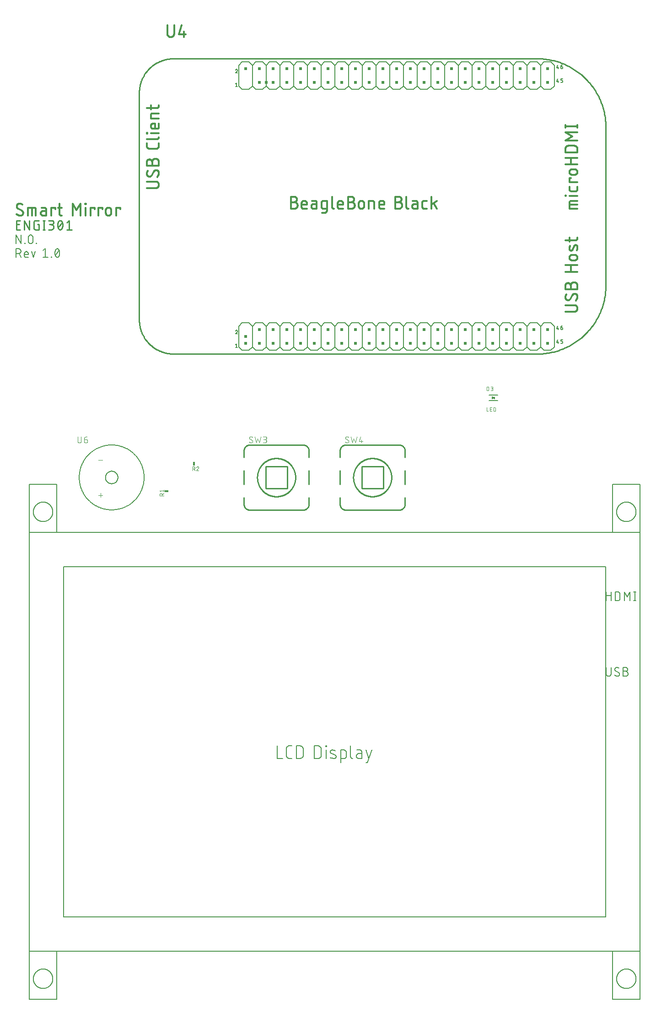
<source format=gbr>
G04 EAGLE Gerber RS-274X export*
G75*
%MOMM*%
%FSLAX34Y34*%
%LPD*%
%INSilkscreen Top*%
%IPPOS*%
%AMOC8*
5,1,8,0,0,1.08239X$1,22.5*%
G01*
%ADD10C,0.304800*%
%ADD11C,0.203200*%
%ADD12C,0.228600*%
%ADD13C,0.152400*%
%ADD14R,0.508000X0.508000*%
%ADD15C,0.127000*%
%ADD16C,0.254000*%
%ADD17C,0.101600*%
%ADD18R,0.711200X0.406400*%
%ADD19C,0.076200*%
%ADD20R,0.406400X0.711200*%

G36*
X932725Y551096D02*
X932725Y551096D01*
X932825Y551095D01*
X932839Y551099D01*
X932851Y551099D01*
X932894Y551117D01*
X933004Y551153D01*
X937004Y553153D01*
X937039Y553179D01*
X937080Y553198D01*
X937129Y553246D01*
X937183Y553287D01*
X937208Y553324D01*
X937239Y553356D01*
X937268Y553418D01*
X937305Y553475D01*
X937315Y553519D01*
X937334Y553559D01*
X937339Y553628D01*
X937354Y553694D01*
X937348Y553739D01*
X937351Y553783D01*
X937332Y553849D01*
X937323Y553917D01*
X937302Y553956D01*
X937290Y553999D01*
X937249Y554054D01*
X937217Y554114D01*
X937183Y554144D01*
X937157Y554180D01*
X937086Y554229D01*
X937048Y554263D01*
X937027Y554271D01*
X937004Y554287D01*
X933004Y556287D01*
X932908Y556315D01*
X932814Y556347D01*
X932801Y556347D01*
X932788Y556351D01*
X932689Y556344D01*
X932589Y556341D01*
X932578Y556336D01*
X932565Y556335D01*
X932474Y556294D01*
X932382Y556256D01*
X932372Y556248D01*
X932360Y556242D01*
X932289Y556172D01*
X932216Y556105D01*
X932210Y556094D01*
X932201Y556084D01*
X932159Y555994D01*
X932113Y555905D01*
X932111Y555891D01*
X932106Y555881D01*
X932103Y555834D01*
X932086Y555720D01*
X932086Y551720D01*
X932103Y551622D01*
X932117Y551523D01*
X932123Y551512D01*
X932125Y551499D01*
X932176Y551413D01*
X932223Y551326D01*
X932233Y551317D01*
X932240Y551306D01*
X932317Y551243D01*
X932392Y551177D01*
X932404Y551173D01*
X932414Y551165D01*
X932508Y551133D01*
X932601Y551097D01*
X932614Y551097D01*
X932626Y551093D01*
X932725Y551096D01*
G37*
D10*
X59775Y890524D02*
X59914Y890526D01*
X60054Y890532D01*
X60193Y890542D01*
X60331Y890555D01*
X60469Y890573D01*
X60607Y890594D01*
X60744Y890619D01*
X60880Y890649D01*
X61016Y890681D01*
X61150Y890718D01*
X61283Y890759D01*
X61416Y890803D01*
X61546Y890851D01*
X61676Y890902D01*
X61804Y890957D01*
X61930Y891016D01*
X62055Y891078D01*
X62178Y891144D01*
X62299Y891213D01*
X62418Y891285D01*
X62535Y891361D01*
X62649Y891440D01*
X62762Y891522D01*
X62872Y891608D01*
X62980Y891696D01*
X63085Y891787D01*
X63187Y891882D01*
X63287Y891979D01*
X63384Y892079D01*
X63479Y892181D01*
X63570Y892286D01*
X63658Y892394D01*
X63744Y892504D01*
X63826Y892617D01*
X63905Y892731D01*
X63981Y892848D01*
X64053Y892967D01*
X64122Y893088D01*
X64188Y893211D01*
X64250Y893336D01*
X64309Y893462D01*
X64364Y893590D01*
X64415Y893720D01*
X64463Y893851D01*
X64507Y893983D01*
X64548Y894116D01*
X64585Y894250D01*
X64617Y894386D01*
X64647Y894522D01*
X64672Y894659D01*
X64693Y894797D01*
X64711Y894935D01*
X64724Y895074D01*
X64734Y895212D01*
X64740Y895352D01*
X64742Y895491D01*
X59775Y890524D02*
X59524Y890527D01*
X59273Y890536D01*
X59023Y890551D01*
X58772Y890572D01*
X58523Y890599D01*
X58274Y890632D01*
X58026Y890671D01*
X57779Y890716D01*
X57533Y890766D01*
X57288Y890823D01*
X57045Y890885D01*
X56803Y890954D01*
X56564Y891028D01*
X56326Y891107D01*
X56089Y891193D01*
X55855Y891284D01*
X55624Y891380D01*
X55394Y891482D01*
X55167Y891590D01*
X54943Y891703D01*
X54722Y891821D01*
X54503Y891944D01*
X54288Y892073D01*
X54075Y892207D01*
X53866Y892346D01*
X53660Y892490D01*
X53458Y892639D01*
X53259Y892792D01*
X53064Y892950D01*
X52873Y893113D01*
X52686Y893281D01*
X52503Y893452D01*
X52324Y893628D01*
X52945Y907909D02*
X52947Y908048D01*
X52953Y908188D01*
X52963Y908326D01*
X52976Y908465D01*
X52994Y908603D01*
X53015Y908741D01*
X53040Y908878D01*
X53070Y909014D01*
X53102Y909150D01*
X53139Y909284D01*
X53180Y909417D01*
X53224Y909549D01*
X53272Y909680D01*
X53323Y909810D01*
X53378Y909938D01*
X53437Y910064D01*
X53499Y910189D01*
X53565Y910312D01*
X53634Y910433D01*
X53706Y910552D01*
X53782Y910669D01*
X53861Y910783D01*
X53943Y910896D01*
X54029Y911006D01*
X54117Y911114D01*
X54208Y911219D01*
X54303Y911321D01*
X54400Y911421D01*
X54500Y911518D01*
X54602Y911613D01*
X54707Y911704D01*
X54815Y911792D01*
X54925Y911878D01*
X55038Y911960D01*
X55152Y912039D01*
X55269Y912115D01*
X55388Y912187D01*
X55509Y912256D01*
X55632Y912322D01*
X55757Y912384D01*
X55883Y912443D01*
X56011Y912498D01*
X56141Y912549D01*
X56272Y912597D01*
X56404Y912641D01*
X56537Y912682D01*
X56671Y912719D01*
X56807Y912751D01*
X56943Y912781D01*
X57080Y912806D01*
X57218Y912827D01*
X57356Y912845D01*
X57495Y912858D01*
X57633Y912868D01*
X57773Y912874D01*
X57912Y912876D01*
X58134Y912873D01*
X58356Y912865D01*
X58577Y912852D01*
X58799Y912834D01*
X59019Y912810D01*
X59239Y912781D01*
X59459Y912747D01*
X59677Y912707D01*
X59894Y912663D01*
X60111Y912613D01*
X60326Y912558D01*
X60539Y912498D01*
X60752Y912433D01*
X60962Y912362D01*
X61171Y912287D01*
X61378Y912207D01*
X61583Y912122D01*
X61786Y912032D01*
X61987Y911937D01*
X62185Y911838D01*
X62381Y911734D01*
X62574Y911625D01*
X62765Y911511D01*
X62953Y911394D01*
X63138Y911271D01*
X63321Y911144D01*
X63500Y911013D01*
X55429Y903563D02*
X55311Y903634D01*
X55195Y903709D01*
X55081Y903787D01*
X54970Y903868D01*
X54861Y903952D01*
X54754Y904039D01*
X54649Y904129D01*
X54547Y904221D01*
X54448Y904317D01*
X54351Y904415D01*
X54257Y904516D01*
X54165Y904619D01*
X54077Y904725D01*
X53991Y904833D01*
X53909Y904943D01*
X53829Y905056D01*
X53753Y905170D01*
X53680Y905287D01*
X53610Y905406D01*
X53543Y905527D01*
X53480Y905649D01*
X53419Y905773D01*
X53363Y905899D01*
X53310Y906026D01*
X53260Y906154D01*
X53214Y906284D01*
X53171Y906415D01*
X53132Y906548D01*
X53097Y906681D01*
X53065Y906815D01*
X53037Y906950D01*
X53013Y907086D01*
X52992Y907222D01*
X52975Y907359D01*
X52962Y907496D01*
X52953Y907633D01*
X52947Y907771D01*
X52945Y907909D01*
X62258Y899837D02*
X62376Y899766D01*
X62492Y899691D01*
X62606Y899613D01*
X62717Y899532D01*
X62826Y899448D01*
X62933Y899361D01*
X63038Y899271D01*
X63140Y899179D01*
X63239Y899083D01*
X63336Y898985D01*
X63430Y898884D01*
X63522Y898781D01*
X63610Y898675D01*
X63696Y898567D01*
X63778Y898457D01*
X63858Y898344D01*
X63934Y898230D01*
X64007Y898113D01*
X64077Y897994D01*
X64144Y897873D01*
X64207Y897751D01*
X64268Y897627D01*
X64324Y897501D01*
X64377Y897374D01*
X64427Y897246D01*
X64473Y897116D01*
X64516Y896985D01*
X64555Y896852D01*
X64590Y896719D01*
X64622Y896585D01*
X64650Y896450D01*
X64674Y896314D01*
X64695Y896178D01*
X64712Y896041D01*
X64725Y895904D01*
X64734Y895767D01*
X64740Y895629D01*
X64742Y895491D01*
X62258Y899837D02*
X55428Y903563D01*
X73353Y905425D02*
X73353Y890524D01*
X73353Y905425D02*
X84529Y905425D01*
X84648Y905423D01*
X84768Y905417D01*
X84887Y905408D01*
X85005Y905394D01*
X85124Y905377D01*
X85241Y905356D01*
X85358Y905332D01*
X85474Y905303D01*
X85589Y905271D01*
X85703Y905235D01*
X85815Y905196D01*
X85927Y905153D01*
X86037Y905106D01*
X86145Y905056D01*
X86252Y905003D01*
X86357Y904946D01*
X86460Y904885D01*
X86561Y904822D01*
X86660Y904755D01*
X86757Y904685D01*
X86851Y904612D01*
X86944Y904536D01*
X87033Y904458D01*
X87120Y904376D01*
X87205Y904291D01*
X87287Y904204D01*
X87365Y904115D01*
X87441Y904022D01*
X87514Y903928D01*
X87584Y903831D01*
X87651Y903732D01*
X87714Y903631D01*
X87775Y903528D01*
X87832Y903423D01*
X87885Y903316D01*
X87935Y903208D01*
X87982Y903098D01*
X88025Y902986D01*
X88064Y902874D01*
X88100Y902760D01*
X88132Y902645D01*
X88161Y902529D01*
X88185Y902412D01*
X88206Y902295D01*
X88223Y902176D01*
X88237Y902058D01*
X88246Y901939D01*
X88252Y901819D01*
X88254Y901700D01*
X88254Y890524D01*
X80804Y890524D02*
X80804Y905425D01*
X101676Y899216D02*
X107264Y899216D01*
X101676Y899216D02*
X101546Y899214D01*
X101416Y899208D01*
X101286Y899199D01*
X101157Y899185D01*
X101028Y899167D01*
X100900Y899146D01*
X100772Y899121D01*
X100646Y899092D01*
X100520Y899059D01*
X100395Y899023D01*
X100271Y898983D01*
X100149Y898939D01*
X100028Y898891D01*
X99908Y898840D01*
X99790Y898786D01*
X99674Y898727D01*
X99560Y898666D01*
X99447Y898601D01*
X99336Y898532D01*
X99228Y898461D01*
X99121Y898386D01*
X99017Y898308D01*
X98916Y898227D01*
X98817Y898143D01*
X98720Y898056D01*
X98626Y897966D01*
X98535Y897873D01*
X98446Y897778D01*
X98361Y897680D01*
X98278Y897580D01*
X98199Y897477D01*
X98122Y897372D01*
X98049Y897264D01*
X97979Y897155D01*
X97912Y897043D01*
X97849Y896929D01*
X97789Y896814D01*
X97733Y896697D01*
X97680Y896578D01*
X97630Y896458D01*
X97585Y896336D01*
X97543Y896213D01*
X97504Y896089D01*
X97470Y895963D01*
X97439Y895837D01*
X97412Y895710D01*
X97389Y895582D01*
X97369Y895453D01*
X97354Y895324D01*
X97342Y895195D01*
X97334Y895065D01*
X97330Y894935D01*
X97330Y894805D01*
X97334Y894675D01*
X97342Y894545D01*
X97354Y894416D01*
X97369Y894287D01*
X97389Y894158D01*
X97412Y894030D01*
X97439Y893903D01*
X97470Y893777D01*
X97504Y893651D01*
X97543Y893527D01*
X97585Y893404D01*
X97630Y893282D01*
X97680Y893162D01*
X97733Y893043D01*
X97789Y892926D01*
X97849Y892811D01*
X97912Y892697D01*
X97979Y892585D01*
X98049Y892476D01*
X98122Y892368D01*
X98199Y892263D01*
X98278Y892160D01*
X98361Y892060D01*
X98446Y891962D01*
X98535Y891867D01*
X98626Y891774D01*
X98720Y891684D01*
X98817Y891597D01*
X98916Y891513D01*
X99017Y891432D01*
X99121Y891354D01*
X99228Y891279D01*
X99336Y891208D01*
X99447Y891139D01*
X99560Y891074D01*
X99674Y891013D01*
X99790Y890954D01*
X99908Y890900D01*
X100028Y890849D01*
X100149Y890801D01*
X100271Y890757D01*
X100395Y890717D01*
X100520Y890681D01*
X100646Y890648D01*
X100772Y890619D01*
X100900Y890594D01*
X101028Y890573D01*
X101157Y890555D01*
X101286Y890541D01*
X101416Y890532D01*
X101546Y890526D01*
X101676Y890524D01*
X107264Y890524D01*
X107264Y901700D01*
X107263Y901700D02*
X107261Y901819D01*
X107255Y901939D01*
X107246Y902058D01*
X107232Y902176D01*
X107215Y902295D01*
X107194Y902412D01*
X107170Y902529D01*
X107141Y902645D01*
X107109Y902760D01*
X107073Y902874D01*
X107034Y902986D01*
X106991Y903098D01*
X106944Y903208D01*
X106894Y903316D01*
X106841Y903423D01*
X106784Y903528D01*
X106723Y903631D01*
X106660Y903732D01*
X106593Y903831D01*
X106523Y903928D01*
X106450Y904022D01*
X106374Y904115D01*
X106296Y904204D01*
X106214Y904291D01*
X106129Y904376D01*
X106042Y904458D01*
X105953Y904536D01*
X105860Y904612D01*
X105766Y904685D01*
X105669Y904755D01*
X105570Y904822D01*
X105469Y904885D01*
X105366Y904946D01*
X105261Y905003D01*
X105154Y905056D01*
X105046Y905106D01*
X104936Y905153D01*
X104824Y905196D01*
X104712Y905235D01*
X104598Y905271D01*
X104483Y905303D01*
X104367Y905332D01*
X104250Y905356D01*
X104133Y905377D01*
X104014Y905394D01*
X103896Y905408D01*
X103777Y905417D01*
X103657Y905423D01*
X103538Y905425D01*
X98571Y905425D01*
X117000Y905425D02*
X117000Y890524D01*
X117000Y905425D02*
X124451Y905425D01*
X124451Y902942D01*
X129141Y905425D02*
X136591Y905425D01*
X131624Y912876D02*
X131624Y894249D01*
X131626Y894130D01*
X131632Y894010D01*
X131641Y893891D01*
X131655Y893773D01*
X131672Y893654D01*
X131693Y893537D01*
X131717Y893420D01*
X131746Y893304D01*
X131778Y893189D01*
X131814Y893075D01*
X131853Y892963D01*
X131896Y892851D01*
X131943Y892741D01*
X131993Y892633D01*
X132046Y892526D01*
X132103Y892421D01*
X132164Y892318D01*
X132227Y892217D01*
X132294Y892118D01*
X132364Y892021D01*
X132437Y891926D01*
X132513Y891834D01*
X132591Y891745D01*
X132673Y891658D01*
X132758Y891573D01*
X132845Y891491D01*
X132934Y891413D01*
X133027Y891337D01*
X133121Y891264D01*
X133218Y891194D01*
X133317Y891127D01*
X133418Y891064D01*
X133521Y891003D01*
X133626Y890946D01*
X133733Y890893D01*
X133841Y890843D01*
X133951Y890796D01*
X134063Y890753D01*
X134175Y890714D01*
X134289Y890678D01*
X134404Y890646D01*
X134520Y890617D01*
X134637Y890593D01*
X134755Y890572D01*
X134873Y890555D01*
X134991Y890541D01*
X135110Y890532D01*
X135230Y890526D01*
X135349Y890524D01*
X136591Y890524D01*
X156172Y890524D02*
X156172Y912876D01*
X163623Y900458D01*
X171073Y912876D01*
X171073Y890524D01*
X180326Y890524D02*
X180326Y905425D01*
X179705Y911634D02*
X179705Y912876D01*
X180946Y912876D01*
X180946Y911634D01*
X179705Y911634D01*
X189380Y905425D02*
X189380Y890524D01*
X189380Y905425D02*
X196831Y905425D01*
X196831Y902942D01*
X203995Y905425D02*
X203995Y890524D01*
X203995Y905425D02*
X211446Y905425D01*
X211446Y902942D01*
X217812Y900458D02*
X217812Y895491D01*
X217812Y900458D02*
X217814Y900597D01*
X217820Y900737D01*
X217830Y900875D01*
X217843Y901014D01*
X217861Y901152D01*
X217882Y901290D01*
X217907Y901427D01*
X217937Y901563D01*
X217969Y901699D01*
X218006Y901833D01*
X218047Y901966D01*
X218091Y902098D01*
X218139Y902229D01*
X218190Y902359D01*
X218245Y902487D01*
X218304Y902613D01*
X218366Y902738D01*
X218432Y902861D01*
X218501Y902982D01*
X218573Y903101D01*
X218649Y903218D01*
X218728Y903332D01*
X218810Y903445D01*
X218896Y903555D01*
X218984Y903663D01*
X219075Y903768D01*
X219170Y903870D01*
X219267Y903970D01*
X219367Y904067D01*
X219469Y904162D01*
X219574Y904253D01*
X219682Y904341D01*
X219792Y904427D01*
X219905Y904509D01*
X220019Y904588D01*
X220136Y904664D01*
X220255Y904736D01*
X220376Y904805D01*
X220499Y904871D01*
X220624Y904933D01*
X220750Y904992D01*
X220878Y905047D01*
X221008Y905098D01*
X221139Y905146D01*
X221271Y905190D01*
X221404Y905231D01*
X221538Y905268D01*
X221674Y905300D01*
X221810Y905330D01*
X221947Y905355D01*
X222085Y905376D01*
X222223Y905394D01*
X222362Y905407D01*
X222500Y905417D01*
X222640Y905423D01*
X222779Y905425D01*
X222918Y905423D01*
X223058Y905417D01*
X223196Y905407D01*
X223335Y905394D01*
X223473Y905376D01*
X223611Y905355D01*
X223748Y905330D01*
X223884Y905300D01*
X224020Y905268D01*
X224154Y905231D01*
X224287Y905190D01*
X224419Y905146D01*
X224550Y905098D01*
X224680Y905047D01*
X224808Y904992D01*
X224934Y904933D01*
X225059Y904871D01*
X225182Y904805D01*
X225303Y904736D01*
X225422Y904664D01*
X225539Y904588D01*
X225653Y904509D01*
X225766Y904427D01*
X225876Y904341D01*
X225984Y904253D01*
X226089Y904162D01*
X226191Y904067D01*
X226291Y903970D01*
X226388Y903870D01*
X226483Y903768D01*
X226574Y903663D01*
X226662Y903555D01*
X226748Y903445D01*
X226830Y903332D01*
X226909Y903218D01*
X226985Y903101D01*
X227057Y902982D01*
X227126Y902861D01*
X227192Y902738D01*
X227254Y902613D01*
X227313Y902487D01*
X227368Y902359D01*
X227419Y902229D01*
X227467Y902098D01*
X227511Y901966D01*
X227552Y901833D01*
X227589Y901699D01*
X227621Y901563D01*
X227651Y901427D01*
X227676Y901290D01*
X227697Y901152D01*
X227715Y901014D01*
X227728Y900875D01*
X227738Y900737D01*
X227744Y900597D01*
X227746Y900458D01*
X227746Y895491D01*
X227744Y895352D01*
X227738Y895212D01*
X227728Y895074D01*
X227715Y894935D01*
X227697Y894797D01*
X227676Y894659D01*
X227651Y894522D01*
X227621Y894386D01*
X227589Y894250D01*
X227552Y894116D01*
X227511Y893983D01*
X227467Y893851D01*
X227419Y893720D01*
X227368Y893590D01*
X227313Y893462D01*
X227254Y893336D01*
X227192Y893211D01*
X227126Y893088D01*
X227057Y892967D01*
X226985Y892848D01*
X226909Y892731D01*
X226830Y892617D01*
X226748Y892504D01*
X226662Y892394D01*
X226574Y892286D01*
X226483Y892181D01*
X226388Y892079D01*
X226291Y891979D01*
X226191Y891882D01*
X226089Y891787D01*
X225984Y891696D01*
X225876Y891608D01*
X225766Y891522D01*
X225653Y891440D01*
X225539Y891361D01*
X225422Y891285D01*
X225303Y891213D01*
X225182Y891144D01*
X225059Y891078D01*
X224934Y891016D01*
X224808Y890957D01*
X224680Y890902D01*
X224550Y890851D01*
X224419Y890803D01*
X224287Y890759D01*
X224154Y890718D01*
X224020Y890681D01*
X223884Y890649D01*
X223748Y890619D01*
X223611Y890594D01*
X223473Y890573D01*
X223335Y890555D01*
X223196Y890542D01*
X223058Y890532D01*
X222918Y890526D01*
X222779Y890524D01*
X222640Y890526D01*
X222500Y890532D01*
X222362Y890542D01*
X222223Y890555D01*
X222085Y890573D01*
X221947Y890594D01*
X221810Y890619D01*
X221674Y890649D01*
X221538Y890681D01*
X221404Y890718D01*
X221271Y890759D01*
X221139Y890803D01*
X221008Y890851D01*
X220878Y890902D01*
X220750Y890957D01*
X220624Y891016D01*
X220499Y891078D01*
X220376Y891144D01*
X220255Y891213D01*
X220136Y891285D01*
X220019Y891361D01*
X219905Y891440D01*
X219792Y891522D01*
X219682Y891608D01*
X219574Y891696D01*
X219469Y891787D01*
X219367Y891882D01*
X219267Y891979D01*
X219170Y892079D01*
X219075Y892181D01*
X218984Y892286D01*
X218896Y892394D01*
X218810Y892504D01*
X218728Y892617D01*
X218649Y892731D01*
X218573Y892848D01*
X218501Y892967D01*
X218432Y893088D01*
X218366Y893211D01*
X218304Y893336D01*
X218245Y893462D01*
X218190Y893590D01*
X218139Y893720D01*
X218091Y893851D01*
X218047Y893983D01*
X218006Y894116D01*
X217969Y894250D01*
X217937Y894386D01*
X217907Y894522D01*
X217882Y894659D01*
X217861Y894797D01*
X217843Y894935D01*
X217830Y895074D01*
X217820Y895212D01*
X217814Y895352D01*
X217812Y895491D01*
X236705Y890524D02*
X236705Y905425D01*
X244156Y905425D01*
X244156Y902942D01*
D11*
X51816Y854964D02*
X51816Y839216D01*
X60565Y839216D02*
X51816Y854964D01*
X60565Y854964D02*
X60565Y839216D01*
X67216Y839216D02*
X67216Y840091D01*
X68091Y840091D01*
X68091Y839216D01*
X67216Y839216D01*
X74221Y843590D02*
X74221Y850590D01*
X74223Y850721D01*
X74229Y850852D01*
X74239Y850982D01*
X74252Y851112D01*
X74270Y851242D01*
X74291Y851371D01*
X74317Y851499D01*
X74346Y851627D01*
X74379Y851754D01*
X74415Y851879D01*
X74456Y852004D01*
X74500Y852127D01*
X74548Y852249D01*
X74599Y852369D01*
X74654Y852488D01*
X74713Y852605D01*
X74775Y852720D01*
X74840Y852833D01*
X74909Y852945D01*
X74981Y853054D01*
X75056Y853161D01*
X75135Y853266D01*
X75216Y853368D01*
X75301Y853468D01*
X75389Y853565D01*
X75479Y853660D01*
X75572Y853752D01*
X75668Y853841D01*
X75767Y853927D01*
X75868Y854010D01*
X75971Y854090D01*
X76077Y854167D01*
X76185Y854240D01*
X76296Y854311D01*
X76408Y854378D01*
X76522Y854442D01*
X76638Y854502D01*
X76756Y854559D01*
X76876Y854612D01*
X76997Y854662D01*
X77120Y854708D01*
X77243Y854750D01*
X77368Y854788D01*
X77495Y854823D01*
X77622Y854854D01*
X77750Y854882D01*
X77878Y854905D01*
X78008Y854924D01*
X78138Y854940D01*
X78268Y854952D01*
X78399Y854960D01*
X78530Y854964D01*
X78660Y854964D01*
X78791Y854960D01*
X78922Y854952D01*
X79052Y854940D01*
X79182Y854924D01*
X79312Y854905D01*
X79440Y854882D01*
X79568Y854854D01*
X79695Y854823D01*
X79822Y854788D01*
X79947Y854750D01*
X80070Y854708D01*
X80193Y854662D01*
X80314Y854612D01*
X80434Y854559D01*
X80552Y854502D01*
X80668Y854442D01*
X80782Y854378D01*
X80894Y854311D01*
X81005Y854240D01*
X81113Y854167D01*
X81219Y854090D01*
X81322Y854010D01*
X81423Y853927D01*
X81522Y853841D01*
X81618Y853752D01*
X81711Y853660D01*
X81801Y853565D01*
X81889Y853468D01*
X81974Y853368D01*
X82055Y853266D01*
X82134Y853161D01*
X82209Y853054D01*
X82281Y852945D01*
X82350Y852833D01*
X82415Y852720D01*
X82477Y852605D01*
X82536Y852488D01*
X82591Y852369D01*
X82642Y852249D01*
X82690Y852127D01*
X82734Y852004D01*
X82775Y851879D01*
X82811Y851754D01*
X82844Y851627D01*
X82873Y851499D01*
X82899Y851371D01*
X82920Y851242D01*
X82938Y851112D01*
X82951Y850982D01*
X82961Y850852D01*
X82967Y850721D01*
X82969Y850590D01*
X82970Y850590D02*
X82970Y843590D01*
X82969Y843590D02*
X82967Y843459D01*
X82961Y843328D01*
X82951Y843198D01*
X82938Y843068D01*
X82920Y842938D01*
X82899Y842809D01*
X82873Y842681D01*
X82844Y842553D01*
X82811Y842426D01*
X82775Y842301D01*
X82734Y842176D01*
X82690Y842053D01*
X82642Y841931D01*
X82591Y841811D01*
X82536Y841692D01*
X82477Y841575D01*
X82415Y841460D01*
X82350Y841347D01*
X82281Y841235D01*
X82209Y841126D01*
X82134Y841019D01*
X82055Y840914D01*
X81974Y840812D01*
X81889Y840712D01*
X81801Y840615D01*
X81711Y840520D01*
X81618Y840428D01*
X81522Y840339D01*
X81423Y840253D01*
X81322Y840170D01*
X81219Y840090D01*
X81113Y840013D01*
X81005Y839940D01*
X80894Y839869D01*
X80782Y839802D01*
X80668Y839738D01*
X80552Y839678D01*
X80434Y839621D01*
X80314Y839568D01*
X80193Y839518D01*
X80070Y839472D01*
X79947Y839430D01*
X79822Y839392D01*
X79695Y839357D01*
X79568Y839326D01*
X79440Y839298D01*
X79312Y839275D01*
X79182Y839256D01*
X79052Y839240D01*
X78922Y839228D01*
X78791Y839220D01*
X78660Y839216D01*
X78530Y839216D01*
X78399Y839220D01*
X78268Y839228D01*
X78138Y839240D01*
X78008Y839256D01*
X77878Y839275D01*
X77750Y839298D01*
X77622Y839326D01*
X77495Y839357D01*
X77368Y839392D01*
X77243Y839430D01*
X77120Y839472D01*
X76997Y839518D01*
X76876Y839568D01*
X76756Y839621D01*
X76638Y839678D01*
X76522Y839738D01*
X76408Y839802D01*
X76296Y839869D01*
X76185Y839940D01*
X76077Y840013D01*
X75971Y840090D01*
X75868Y840170D01*
X75767Y840253D01*
X75668Y840339D01*
X75572Y840428D01*
X75479Y840520D01*
X75389Y840615D01*
X75301Y840712D01*
X75216Y840812D01*
X75135Y840914D01*
X75056Y841019D01*
X74981Y841126D01*
X74909Y841235D01*
X74840Y841347D01*
X74775Y841460D01*
X74713Y841575D01*
X74654Y841692D01*
X74599Y841811D01*
X74548Y841931D01*
X74500Y842053D01*
X74456Y842176D01*
X74415Y842301D01*
X74379Y842426D01*
X74346Y842553D01*
X74317Y842681D01*
X74291Y842809D01*
X74270Y842938D01*
X74252Y843068D01*
X74239Y843198D01*
X74229Y843328D01*
X74223Y843459D01*
X74221Y843590D01*
X89100Y840091D02*
X89100Y839216D01*
X89100Y840091D02*
X89974Y840091D01*
X89974Y839216D01*
X89100Y839216D01*
X51816Y829564D02*
X51816Y813816D01*
X51816Y829564D02*
X56190Y829564D01*
X56321Y829562D01*
X56452Y829556D01*
X56582Y829546D01*
X56712Y829533D01*
X56842Y829515D01*
X56971Y829494D01*
X57099Y829468D01*
X57227Y829439D01*
X57354Y829406D01*
X57479Y829370D01*
X57604Y829329D01*
X57727Y829285D01*
X57849Y829237D01*
X57969Y829186D01*
X58088Y829131D01*
X58205Y829072D01*
X58320Y829010D01*
X58433Y828945D01*
X58545Y828876D01*
X58654Y828804D01*
X58761Y828729D01*
X58866Y828650D01*
X58968Y828569D01*
X59068Y828484D01*
X59165Y828396D01*
X59260Y828306D01*
X59352Y828213D01*
X59441Y828117D01*
X59527Y828018D01*
X59610Y827917D01*
X59690Y827814D01*
X59767Y827708D01*
X59840Y827600D01*
X59911Y827489D01*
X59978Y827377D01*
X60042Y827263D01*
X60102Y827147D01*
X60159Y827029D01*
X60212Y826909D01*
X60262Y826788D01*
X60308Y826665D01*
X60350Y826542D01*
X60388Y826417D01*
X60423Y826290D01*
X60454Y826163D01*
X60482Y826035D01*
X60505Y825907D01*
X60524Y825777D01*
X60540Y825647D01*
X60552Y825517D01*
X60560Y825386D01*
X60564Y825255D01*
X60564Y825125D01*
X60560Y824994D01*
X60552Y824863D01*
X60540Y824733D01*
X60524Y824603D01*
X60505Y824473D01*
X60482Y824345D01*
X60454Y824217D01*
X60423Y824090D01*
X60388Y823963D01*
X60350Y823838D01*
X60308Y823715D01*
X60262Y823592D01*
X60212Y823471D01*
X60159Y823351D01*
X60102Y823233D01*
X60042Y823117D01*
X59978Y823003D01*
X59911Y822891D01*
X59840Y822780D01*
X59767Y822672D01*
X59690Y822566D01*
X59610Y822463D01*
X59527Y822362D01*
X59441Y822263D01*
X59352Y822167D01*
X59260Y822074D01*
X59165Y821984D01*
X59068Y821896D01*
X58968Y821811D01*
X58866Y821730D01*
X58761Y821651D01*
X58654Y821576D01*
X58545Y821504D01*
X58433Y821435D01*
X58320Y821370D01*
X58205Y821308D01*
X58088Y821249D01*
X57969Y821194D01*
X57849Y821143D01*
X57727Y821095D01*
X57604Y821051D01*
X57479Y821010D01*
X57354Y820974D01*
X57227Y820941D01*
X57099Y820912D01*
X56971Y820886D01*
X56842Y820865D01*
X56712Y820847D01*
X56582Y820834D01*
X56452Y820824D01*
X56321Y820818D01*
X56190Y820816D01*
X56190Y820815D02*
X51816Y820815D01*
X57065Y820815D02*
X60565Y813816D01*
X69795Y813816D02*
X74169Y813816D01*
X69795Y813816D02*
X69694Y813818D01*
X69594Y813824D01*
X69494Y813833D01*
X69394Y813847D01*
X69295Y813864D01*
X69197Y813885D01*
X69099Y813910D01*
X69003Y813938D01*
X68908Y813971D01*
X68814Y814006D01*
X68721Y814046D01*
X68630Y814089D01*
X68541Y814135D01*
X68454Y814185D01*
X68368Y814238D01*
X68285Y814294D01*
X68204Y814353D01*
X68125Y814416D01*
X68049Y814481D01*
X67975Y814550D01*
X67904Y814621D01*
X67835Y814695D01*
X67770Y814771D01*
X67707Y814850D01*
X67648Y814931D01*
X67592Y815014D01*
X67539Y815100D01*
X67489Y815187D01*
X67443Y815276D01*
X67400Y815367D01*
X67360Y815460D01*
X67325Y815554D01*
X67292Y815649D01*
X67264Y815745D01*
X67239Y815843D01*
X67218Y815941D01*
X67201Y816040D01*
X67187Y816140D01*
X67178Y816240D01*
X67172Y816340D01*
X67170Y816441D01*
X67170Y820815D01*
X67169Y820815D02*
X67171Y820933D01*
X67177Y821051D01*
X67187Y821169D01*
X67201Y821286D01*
X67219Y821403D01*
X67241Y821520D01*
X67266Y821635D01*
X67296Y821749D01*
X67330Y821863D01*
X67367Y821975D01*
X67408Y822086D01*
X67453Y822195D01*
X67501Y822303D01*
X67553Y822409D01*
X67609Y822514D01*
X67668Y822616D01*
X67730Y822716D01*
X67796Y822814D01*
X67865Y822910D01*
X67938Y823004D01*
X68013Y823095D01*
X68092Y823183D01*
X68173Y823269D01*
X68258Y823352D01*
X68345Y823432D01*
X68434Y823509D01*
X68527Y823583D01*
X68621Y823653D01*
X68718Y823721D01*
X68818Y823785D01*
X68919Y823846D01*
X69022Y823903D01*
X69128Y823957D01*
X69235Y824008D01*
X69343Y824054D01*
X69453Y824097D01*
X69565Y824136D01*
X69678Y824172D01*
X69792Y824203D01*
X69907Y824231D01*
X70022Y824255D01*
X70139Y824275D01*
X70256Y824291D01*
X70374Y824303D01*
X70492Y824311D01*
X70610Y824315D01*
X70728Y824315D01*
X70846Y824311D01*
X70964Y824303D01*
X71082Y824291D01*
X71199Y824275D01*
X71316Y824255D01*
X71431Y824231D01*
X71546Y824203D01*
X71660Y824172D01*
X71773Y824136D01*
X71885Y824097D01*
X71995Y824054D01*
X72103Y824008D01*
X72210Y823957D01*
X72316Y823903D01*
X72419Y823846D01*
X72520Y823785D01*
X72620Y823721D01*
X72717Y823653D01*
X72811Y823583D01*
X72904Y823509D01*
X72993Y823432D01*
X73080Y823352D01*
X73165Y823269D01*
X73246Y823183D01*
X73325Y823095D01*
X73400Y823004D01*
X73473Y822910D01*
X73542Y822814D01*
X73608Y822716D01*
X73670Y822616D01*
X73729Y822514D01*
X73785Y822409D01*
X73837Y822303D01*
X73885Y822195D01*
X73930Y822086D01*
X73971Y821975D01*
X74008Y821863D01*
X74042Y821749D01*
X74072Y821635D01*
X74097Y821520D01*
X74119Y821403D01*
X74137Y821286D01*
X74151Y821169D01*
X74161Y821051D01*
X74167Y820933D01*
X74169Y820815D01*
X74169Y819065D01*
X67170Y819065D01*
X80196Y824315D02*
X83695Y813816D01*
X87195Y824315D01*
X101726Y826064D02*
X106100Y829564D01*
X106100Y813816D01*
X101726Y813816D02*
X110475Y813816D01*
X116605Y813816D02*
X116605Y814691D01*
X117479Y814691D01*
X117479Y813816D01*
X116605Y813816D01*
X123609Y821690D02*
X123613Y822000D01*
X123624Y822309D01*
X123642Y822619D01*
X123668Y822927D01*
X123701Y823235D01*
X123742Y823543D01*
X123790Y823849D01*
X123845Y824154D01*
X123907Y824457D01*
X123977Y824759D01*
X124054Y825059D01*
X124138Y825357D01*
X124229Y825653D01*
X124327Y825947D01*
X124432Y826239D01*
X124544Y826528D01*
X124663Y826814D01*
X124789Y827097D01*
X124921Y827377D01*
X124922Y827377D02*
X124960Y827482D01*
X125002Y827585D01*
X125047Y827687D01*
X125095Y827788D01*
X125147Y827886D01*
X125203Y827983D01*
X125261Y828078D01*
X125323Y828171D01*
X125388Y828261D01*
X125457Y828349D01*
X125528Y828435D01*
X125602Y828519D01*
X125679Y828599D01*
X125758Y828678D01*
X125841Y828753D01*
X125926Y828825D01*
X126013Y828895D01*
X126103Y828961D01*
X126194Y829024D01*
X126288Y829084D01*
X126384Y829141D01*
X126482Y829195D01*
X126582Y829245D01*
X126683Y829291D01*
X126786Y829334D01*
X126891Y829374D01*
X126996Y829410D01*
X127103Y829442D01*
X127211Y829470D01*
X127320Y829495D01*
X127429Y829516D01*
X127539Y829533D01*
X127650Y829547D01*
X127761Y829556D01*
X127872Y829562D01*
X127984Y829564D01*
X128096Y829562D01*
X128207Y829556D01*
X128318Y829547D01*
X128429Y829533D01*
X128539Y829516D01*
X128649Y829495D01*
X128757Y829470D01*
X128865Y829442D01*
X128972Y829410D01*
X129077Y829374D01*
X129182Y829334D01*
X129285Y829291D01*
X129386Y829245D01*
X129486Y829195D01*
X129584Y829141D01*
X129680Y829084D01*
X129774Y829024D01*
X129865Y828961D01*
X129955Y828895D01*
X130042Y828825D01*
X130127Y828753D01*
X130210Y828678D01*
X130289Y828599D01*
X130366Y828519D01*
X130440Y828435D01*
X130511Y828349D01*
X130580Y828261D01*
X130645Y828171D01*
X130707Y828078D01*
X130765Y827983D01*
X130821Y827886D01*
X130873Y827788D01*
X130921Y827687D01*
X130966Y827585D01*
X131008Y827482D01*
X131046Y827377D01*
X131178Y827097D01*
X131304Y826813D01*
X131423Y826527D01*
X131535Y826238D01*
X131640Y825947D01*
X131738Y825653D01*
X131829Y825357D01*
X131913Y825059D01*
X131990Y824759D01*
X132060Y824457D01*
X132122Y824153D01*
X132177Y823849D01*
X132225Y823543D01*
X132266Y823235D01*
X132299Y822927D01*
X132325Y822619D01*
X132343Y822309D01*
X132354Y822000D01*
X132358Y821690D01*
X123609Y821690D02*
X123613Y821380D01*
X123624Y821071D01*
X123642Y820761D01*
X123668Y820453D01*
X123701Y820145D01*
X123742Y819837D01*
X123790Y819531D01*
X123845Y819226D01*
X123907Y818923D01*
X123977Y818621D01*
X124054Y818321D01*
X124138Y818023D01*
X124229Y817727D01*
X124327Y817433D01*
X124432Y817141D01*
X124544Y816852D01*
X124663Y816566D01*
X124789Y816283D01*
X124921Y816003D01*
X124922Y816003D02*
X124960Y815898D01*
X125002Y815795D01*
X125047Y815693D01*
X125095Y815592D01*
X125147Y815494D01*
X125203Y815397D01*
X125261Y815302D01*
X125323Y815209D01*
X125388Y815119D01*
X125457Y815031D01*
X125528Y814945D01*
X125602Y814861D01*
X125679Y814781D01*
X125758Y814702D01*
X125841Y814627D01*
X125926Y814555D01*
X126013Y814485D01*
X126103Y814419D01*
X126194Y814356D01*
X126288Y814296D01*
X126384Y814239D01*
X126482Y814185D01*
X126582Y814135D01*
X126683Y814089D01*
X126786Y814046D01*
X126891Y814006D01*
X126996Y813970D01*
X127103Y813938D01*
X127211Y813910D01*
X127320Y813885D01*
X127429Y813864D01*
X127539Y813847D01*
X127650Y813833D01*
X127761Y813824D01*
X127872Y813818D01*
X127984Y813816D01*
X131047Y816003D02*
X131179Y816283D01*
X131305Y816566D01*
X131424Y816852D01*
X131536Y817141D01*
X131641Y817433D01*
X131739Y817727D01*
X131830Y818023D01*
X131914Y818321D01*
X131991Y818621D01*
X132061Y818923D01*
X132123Y819226D01*
X132178Y819531D01*
X132226Y819837D01*
X132267Y820145D01*
X132300Y820453D01*
X132326Y820761D01*
X132344Y821071D01*
X132355Y821380D01*
X132359Y821690D01*
X131046Y816003D02*
X131008Y815898D01*
X130966Y815795D01*
X130921Y815693D01*
X130873Y815592D01*
X130821Y815494D01*
X130765Y815397D01*
X130707Y815302D01*
X130645Y815209D01*
X130580Y815119D01*
X130511Y815031D01*
X130440Y814945D01*
X130366Y814861D01*
X130289Y814781D01*
X130210Y814702D01*
X130127Y814627D01*
X130042Y814555D01*
X129955Y814485D01*
X129865Y814419D01*
X129774Y814356D01*
X129680Y814296D01*
X129584Y814239D01*
X129486Y814185D01*
X129386Y814135D01*
X129285Y814089D01*
X129182Y814046D01*
X129077Y814006D01*
X128972Y813970D01*
X128865Y813938D01*
X128757Y813910D01*
X128648Y813885D01*
X128539Y813864D01*
X128429Y813847D01*
X128318Y813833D01*
X128207Y813824D01*
X128096Y813818D01*
X127984Y813816D01*
X124484Y817316D02*
X131483Y826064D01*
D12*
X59507Y864743D02*
X51943Y864743D01*
X51943Y881761D01*
X59507Y881761D01*
X57616Y874197D02*
X51943Y874197D01*
X66422Y881761D02*
X66422Y864743D01*
X75876Y864743D02*
X66422Y881761D01*
X75876Y881761D02*
X75876Y864743D01*
X90907Y874197D02*
X93743Y874197D01*
X93743Y864743D01*
X88071Y864743D01*
X87950Y864745D01*
X87829Y864751D01*
X87708Y864760D01*
X87587Y864774D01*
X87467Y864791D01*
X87348Y864813D01*
X87229Y864838D01*
X87112Y864867D01*
X86995Y864899D01*
X86879Y864936D01*
X86765Y864976D01*
X86652Y865019D01*
X86540Y865067D01*
X86430Y865118D01*
X86322Y865172D01*
X86215Y865230D01*
X86110Y865291D01*
X86008Y865355D01*
X85907Y865423D01*
X85809Y865494D01*
X85713Y865568D01*
X85619Y865645D01*
X85528Y865725D01*
X85440Y865808D01*
X85354Y865894D01*
X85271Y865982D01*
X85191Y866073D01*
X85114Y866167D01*
X85040Y866263D01*
X84969Y866361D01*
X84901Y866462D01*
X84837Y866564D01*
X84776Y866669D01*
X84718Y866776D01*
X84664Y866884D01*
X84613Y866994D01*
X84565Y867106D01*
X84522Y867219D01*
X84482Y867333D01*
X84445Y867449D01*
X84413Y867566D01*
X84384Y867683D01*
X84359Y867802D01*
X84337Y867921D01*
X84320Y868041D01*
X84306Y868162D01*
X84297Y868283D01*
X84291Y868404D01*
X84289Y868525D01*
X84289Y877979D01*
X84291Y878100D01*
X84297Y878221D01*
X84306Y878342D01*
X84320Y878463D01*
X84337Y878583D01*
X84359Y878702D01*
X84384Y878821D01*
X84413Y878938D01*
X84445Y879055D01*
X84482Y879171D01*
X84522Y879285D01*
X84565Y879398D01*
X84613Y879510D01*
X84664Y879620D01*
X84718Y879728D01*
X84776Y879835D01*
X84837Y879940D01*
X84901Y880042D01*
X84969Y880143D01*
X85040Y880241D01*
X85114Y880337D01*
X85191Y880431D01*
X85271Y880522D01*
X85354Y880610D01*
X85440Y880696D01*
X85528Y880779D01*
X85619Y880859D01*
X85713Y880936D01*
X85809Y881010D01*
X85907Y881081D01*
X86008Y881149D01*
X86110Y881213D01*
X86215Y881274D01*
X86322Y881332D01*
X86430Y881386D01*
X86540Y881437D01*
X86652Y881485D01*
X86765Y881528D01*
X86879Y881568D01*
X86995Y881605D01*
X87112Y881637D01*
X87229Y881666D01*
X87348Y881691D01*
X87467Y881713D01*
X87587Y881730D01*
X87708Y881744D01*
X87829Y881753D01*
X87950Y881759D01*
X88071Y881761D01*
X93743Y881761D01*
X102975Y881761D02*
X102975Y864743D01*
X101084Y864743D02*
X104866Y864743D01*
X104866Y881761D02*
X101084Y881761D01*
X111648Y864743D02*
X116375Y864743D01*
X116511Y864745D01*
X116647Y864751D01*
X116783Y864761D01*
X116919Y864774D01*
X117054Y864792D01*
X117188Y864814D01*
X117322Y864839D01*
X117455Y864868D01*
X117587Y864901D01*
X117719Y864938D01*
X117849Y864979D01*
X117977Y865023D01*
X118105Y865071D01*
X118231Y865123D01*
X118356Y865178D01*
X118478Y865237D01*
X118600Y865299D01*
X118719Y865365D01*
X118836Y865434D01*
X118951Y865507D01*
X119065Y865583D01*
X119175Y865662D01*
X119284Y865744D01*
X119390Y865830D01*
X119494Y865918D01*
X119595Y866009D01*
X119693Y866104D01*
X119789Y866201D01*
X119882Y866300D01*
X119972Y866403D01*
X120059Y866508D01*
X120142Y866615D01*
X120223Y866725D01*
X120301Y866837D01*
X120375Y866951D01*
X120446Y867067D01*
X120513Y867186D01*
X120577Y867306D01*
X120638Y867428D01*
X120695Y867552D01*
X120749Y867677D01*
X120799Y867804D01*
X120845Y867932D01*
X120887Y868061D01*
X120926Y868192D01*
X120961Y868323D01*
X120992Y868456D01*
X121019Y868590D01*
X121043Y868724D01*
X121062Y868859D01*
X121078Y868994D01*
X121090Y869130D01*
X121098Y869266D01*
X121102Y869402D01*
X121102Y869538D01*
X121098Y869674D01*
X121090Y869810D01*
X121078Y869946D01*
X121062Y870081D01*
X121043Y870216D01*
X121019Y870350D01*
X120992Y870484D01*
X120961Y870617D01*
X120926Y870748D01*
X120887Y870879D01*
X120845Y871008D01*
X120799Y871136D01*
X120749Y871263D01*
X120695Y871388D01*
X120638Y871512D01*
X120577Y871634D01*
X120513Y871754D01*
X120446Y871873D01*
X120375Y871989D01*
X120301Y872103D01*
X120223Y872215D01*
X120142Y872325D01*
X120059Y872432D01*
X119972Y872537D01*
X119882Y872640D01*
X119789Y872739D01*
X119693Y872836D01*
X119595Y872931D01*
X119494Y873022D01*
X119390Y873110D01*
X119284Y873196D01*
X119175Y873278D01*
X119065Y873357D01*
X118951Y873433D01*
X118836Y873506D01*
X118719Y873575D01*
X118600Y873641D01*
X118478Y873703D01*
X118356Y873762D01*
X118231Y873817D01*
X118105Y873869D01*
X117977Y873917D01*
X117849Y873961D01*
X117719Y874002D01*
X117587Y874039D01*
X117455Y874072D01*
X117322Y874101D01*
X117188Y874126D01*
X117054Y874148D01*
X116919Y874166D01*
X116783Y874179D01*
X116647Y874189D01*
X116511Y874195D01*
X116375Y874197D01*
X117321Y881761D02*
X111648Y881761D01*
X117321Y881761D02*
X117442Y881759D01*
X117563Y881753D01*
X117684Y881744D01*
X117805Y881730D01*
X117925Y881713D01*
X118044Y881691D01*
X118163Y881666D01*
X118280Y881637D01*
X118397Y881605D01*
X118513Y881568D01*
X118627Y881528D01*
X118740Y881485D01*
X118852Y881437D01*
X118962Y881386D01*
X119070Y881332D01*
X119177Y881274D01*
X119282Y881213D01*
X119384Y881149D01*
X119485Y881081D01*
X119583Y881010D01*
X119679Y880936D01*
X119773Y880859D01*
X119864Y880779D01*
X119952Y880696D01*
X120038Y880610D01*
X120121Y880522D01*
X120201Y880431D01*
X120278Y880337D01*
X120352Y880241D01*
X120423Y880143D01*
X120491Y880042D01*
X120555Y879940D01*
X120616Y879835D01*
X120674Y879728D01*
X120728Y879620D01*
X120779Y879510D01*
X120827Y879398D01*
X120870Y879285D01*
X120910Y879171D01*
X120947Y879055D01*
X120979Y878938D01*
X121008Y878821D01*
X121033Y878702D01*
X121055Y878583D01*
X121072Y878463D01*
X121086Y878342D01*
X121095Y878221D01*
X121101Y878100D01*
X121103Y877979D01*
X121101Y877858D01*
X121095Y877737D01*
X121086Y877616D01*
X121072Y877495D01*
X121055Y877375D01*
X121033Y877256D01*
X121008Y877137D01*
X120979Y877020D01*
X120947Y876903D01*
X120910Y876787D01*
X120870Y876673D01*
X120827Y876560D01*
X120779Y876448D01*
X120728Y876338D01*
X120674Y876230D01*
X120616Y876123D01*
X120555Y876018D01*
X120491Y875916D01*
X120423Y875815D01*
X120352Y875717D01*
X120278Y875621D01*
X120201Y875527D01*
X120121Y875436D01*
X120038Y875348D01*
X119952Y875262D01*
X119864Y875179D01*
X119773Y875099D01*
X119679Y875022D01*
X119583Y874948D01*
X119485Y874877D01*
X119384Y874809D01*
X119282Y874745D01*
X119177Y874684D01*
X119070Y874626D01*
X118962Y874572D01*
X118852Y874521D01*
X118740Y874473D01*
X118627Y874430D01*
X118513Y874390D01*
X118397Y874353D01*
X118280Y874321D01*
X118163Y874292D01*
X118044Y874267D01*
X117925Y874245D01*
X117805Y874228D01*
X117684Y874214D01*
X117563Y874205D01*
X117442Y874199D01*
X117321Y874197D01*
X113539Y874197D01*
X128399Y873252D02*
X128403Y873587D01*
X128415Y873921D01*
X128435Y874256D01*
X128463Y874589D01*
X128499Y874922D01*
X128543Y875254D01*
X128594Y875585D01*
X128654Y875914D01*
X128721Y876242D01*
X128797Y876568D01*
X128880Y876893D01*
X128971Y877215D01*
X129069Y877535D01*
X129175Y877852D01*
X129289Y878167D01*
X129410Y878480D01*
X129538Y878789D01*
X129674Y879095D01*
X129817Y879397D01*
X129857Y879508D01*
X129901Y879617D01*
X129948Y879724D01*
X129998Y879830D01*
X130053Y879934D01*
X130110Y880036D01*
X130172Y880136D01*
X130236Y880234D01*
X130304Y880330D01*
X130375Y880423D01*
X130449Y880514D01*
X130526Y880603D01*
X130605Y880688D01*
X130688Y880772D01*
X130774Y880852D01*
X130862Y880929D01*
X130952Y881004D01*
X131045Y881075D01*
X131141Y881143D01*
X131238Y881208D01*
X131338Y881270D01*
X131440Y881328D01*
X131544Y881383D01*
X131649Y881434D01*
X131756Y881482D01*
X131865Y881526D01*
X131975Y881566D01*
X132086Y881603D01*
X132199Y881636D01*
X132313Y881665D01*
X132427Y881690D01*
X132542Y881712D01*
X132658Y881730D01*
X132775Y881743D01*
X132892Y881753D01*
X133009Y881759D01*
X133126Y881761D01*
X133243Y881759D01*
X133360Y881753D01*
X133477Y881743D01*
X133594Y881730D01*
X133710Y881712D01*
X133825Y881690D01*
X133939Y881665D01*
X134053Y881636D01*
X134166Y881603D01*
X134277Y881566D01*
X134387Y881526D01*
X134496Y881482D01*
X134603Y881434D01*
X134708Y881383D01*
X134812Y881328D01*
X134914Y881270D01*
X135014Y881208D01*
X135111Y881143D01*
X135207Y881075D01*
X135300Y881004D01*
X135390Y880929D01*
X135478Y880852D01*
X135564Y880771D01*
X135647Y880688D01*
X135727Y880603D01*
X135803Y880514D01*
X135877Y880423D01*
X135948Y880330D01*
X136016Y880234D01*
X136080Y880136D01*
X136142Y880036D01*
X136199Y879934D01*
X136254Y879830D01*
X136304Y879724D01*
X136351Y879617D01*
X136395Y879508D01*
X136435Y879397D01*
X136578Y879095D01*
X136714Y878789D01*
X136842Y878480D01*
X136963Y878167D01*
X137077Y877853D01*
X137183Y877535D01*
X137281Y877215D01*
X137372Y876893D01*
X137455Y876568D01*
X137531Y876242D01*
X137598Y875914D01*
X137658Y875585D01*
X137709Y875254D01*
X137753Y874922D01*
X137789Y874589D01*
X137817Y874256D01*
X137837Y873921D01*
X137849Y873587D01*
X137853Y873252D01*
X128399Y873252D02*
X128403Y872917D01*
X128415Y872583D01*
X128435Y872248D01*
X128463Y871915D01*
X128499Y871582D01*
X128543Y871250D01*
X128594Y870919D01*
X128654Y870590D01*
X128721Y870262D01*
X128797Y869936D01*
X128880Y869611D01*
X128971Y869289D01*
X129069Y868969D01*
X129175Y868652D01*
X129289Y868337D01*
X129410Y868025D01*
X129538Y867715D01*
X129674Y867409D01*
X129817Y867107D01*
X129817Y867106D02*
X129857Y866996D01*
X129901Y866887D01*
X129948Y866780D01*
X129998Y866674D01*
X130053Y866570D01*
X130110Y866468D01*
X130172Y866368D01*
X130236Y866270D01*
X130304Y866174D01*
X130375Y866081D01*
X130449Y865990D01*
X130526Y865901D01*
X130605Y865816D01*
X130688Y865732D01*
X130774Y865652D01*
X130862Y865575D01*
X130952Y865500D01*
X131045Y865429D01*
X131141Y865361D01*
X131238Y865296D01*
X131338Y865234D01*
X131440Y865176D01*
X131544Y865121D01*
X131649Y865070D01*
X131756Y865022D01*
X131865Y864978D01*
X131975Y864938D01*
X132086Y864901D01*
X132199Y864868D01*
X132313Y864839D01*
X132427Y864814D01*
X132542Y864792D01*
X132658Y864774D01*
X132775Y864761D01*
X132892Y864751D01*
X133009Y864745D01*
X133126Y864743D01*
X136435Y867107D02*
X136578Y867409D01*
X136714Y867715D01*
X136842Y868024D01*
X136963Y868337D01*
X137077Y868652D01*
X137183Y868969D01*
X137281Y869289D01*
X137372Y869611D01*
X137455Y869936D01*
X137531Y870262D01*
X137598Y870590D01*
X137658Y870919D01*
X137709Y871250D01*
X137753Y871582D01*
X137789Y871915D01*
X137817Y872248D01*
X137837Y872583D01*
X137849Y872917D01*
X137853Y873252D01*
X136435Y867107D02*
X136395Y866996D01*
X136351Y866887D01*
X136304Y866780D01*
X136254Y866674D01*
X136199Y866570D01*
X136142Y866468D01*
X136080Y866368D01*
X136016Y866270D01*
X135948Y866174D01*
X135877Y866081D01*
X135803Y865990D01*
X135727Y865901D01*
X135647Y865816D01*
X135564Y865732D01*
X135478Y865652D01*
X135390Y865575D01*
X135300Y865500D01*
X135207Y865429D01*
X135111Y865361D01*
X135014Y865296D01*
X134914Y865234D01*
X134812Y865176D01*
X134708Y865121D01*
X134603Y865070D01*
X134496Y865022D01*
X134387Y864978D01*
X134277Y864938D01*
X134166Y864901D01*
X134053Y864868D01*
X133939Y864839D01*
X133825Y864814D01*
X133710Y864792D01*
X133594Y864774D01*
X133477Y864761D01*
X133360Y864751D01*
X133243Y864745D01*
X133126Y864743D01*
X129344Y868525D02*
X136907Y877979D01*
X145149Y877979D02*
X149876Y881761D01*
X149876Y864743D01*
X145149Y864743D02*
X154603Y864743D01*
D13*
X463550Y1130300D02*
X469900Y1123950D01*
X482600Y1123950D01*
X488950Y1130300D01*
X495300Y1123950D01*
X508000Y1123950D01*
X514350Y1130300D01*
X520700Y1123950D01*
X533400Y1123950D01*
X539750Y1130300D01*
X546100Y1123950D01*
X558800Y1123950D01*
X565150Y1130300D01*
X571500Y1123950D01*
X584200Y1123950D01*
X590550Y1130300D01*
X596900Y1123950D01*
X609600Y1123950D01*
X615950Y1130300D01*
X463550Y1130300D02*
X463550Y1168400D01*
X469900Y1174750D01*
X482600Y1174750D01*
X488950Y1168400D01*
X495300Y1174750D01*
X508000Y1174750D01*
X514350Y1168400D01*
X520700Y1174750D01*
X533400Y1174750D01*
X539750Y1168400D01*
X546100Y1174750D01*
X558800Y1174750D01*
X565150Y1168400D01*
X571500Y1174750D01*
X584200Y1174750D01*
X590550Y1168400D01*
X596900Y1174750D01*
X609600Y1174750D01*
X615950Y1168400D01*
X622300Y1174750D01*
X635000Y1174750D01*
X641350Y1168400D01*
X647700Y1174750D01*
X660400Y1174750D01*
X666750Y1168400D01*
X673100Y1174750D01*
X685800Y1174750D01*
X692150Y1168400D01*
X698500Y1174750D01*
X711200Y1174750D01*
X717550Y1168400D01*
X723900Y1174750D01*
X736600Y1174750D01*
X742950Y1168400D01*
X749300Y1174750D01*
X762000Y1174750D01*
X768350Y1168400D01*
X774700Y1174750D01*
X787400Y1174750D01*
X793750Y1168400D01*
X800100Y1174750D01*
X812800Y1174750D01*
X819150Y1168400D01*
X825500Y1174750D01*
X838200Y1174750D01*
X844550Y1168400D01*
X850900Y1174750D01*
X863600Y1174750D01*
X869950Y1168400D01*
X876300Y1174750D01*
X889000Y1174750D01*
X895350Y1168400D01*
X901700Y1174750D01*
X914400Y1174750D01*
X920750Y1168400D01*
X927100Y1174750D01*
X939800Y1174750D01*
X946150Y1168400D01*
X946150Y1130300D02*
X939800Y1123950D01*
X927100Y1123950D01*
X920750Y1130300D01*
X914400Y1123950D01*
X901700Y1123950D01*
X895350Y1130300D01*
X889000Y1123950D01*
X876300Y1123950D01*
X869950Y1130300D01*
X863600Y1123950D01*
X850900Y1123950D01*
X844550Y1130300D01*
X838200Y1123950D01*
X825500Y1123950D01*
X819150Y1130300D01*
X812800Y1123950D01*
X800100Y1123950D01*
X793750Y1130300D01*
X787400Y1123950D01*
X774700Y1123950D01*
X768350Y1130300D01*
X762000Y1123950D01*
X749300Y1123950D01*
X742950Y1130300D01*
X736600Y1123950D01*
X723900Y1123950D01*
X717550Y1130300D01*
X711200Y1123950D01*
X698500Y1123950D01*
X692150Y1130300D01*
X685800Y1123950D01*
X673100Y1123950D01*
X666750Y1130300D01*
X660400Y1123950D01*
X647700Y1123950D01*
X641350Y1130300D01*
X635000Y1123950D01*
X622300Y1123950D01*
X615950Y1130300D01*
X488950Y1130300D02*
X488950Y1168400D01*
X514350Y1168400D02*
X514350Y1130300D01*
X539750Y1130300D02*
X539750Y1168400D01*
X565150Y1168400D02*
X565150Y1130300D01*
X590550Y1130300D02*
X590550Y1168400D01*
X615950Y1168400D02*
X615950Y1130300D01*
X641350Y1130300D02*
X641350Y1168400D01*
X666750Y1168400D02*
X666750Y1130300D01*
X692150Y1130300D02*
X692150Y1168400D01*
X717550Y1168400D02*
X717550Y1130300D01*
X742950Y1130300D02*
X742950Y1168400D01*
X768350Y1168400D02*
X768350Y1130300D01*
X793750Y1130300D02*
X793750Y1168400D01*
X819150Y1168400D02*
X819150Y1130300D01*
X844550Y1130300D02*
X844550Y1168400D01*
X869950Y1168400D02*
X869950Y1130300D01*
X895350Y1130300D02*
X895350Y1168400D01*
X920750Y1168400D02*
X920750Y1130300D01*
X946150Y1130300D02*
X946150Y1168400D01*
X952500Y1174750D01*
X965200Y1174750D01*
X971550Y1168400D01*
X971550Y1130300D02*
X965200Y1123950D01*
X952500Y1123950D01*
X946150Y1130300D01*
X971550Y1130300D02*
X971550Y1168400D01*
X977900Y1174750D01*
X990600Y1174750D01*
X996950Y1168400D01*
X996950Y1130300D02*
X990600Y1123950D01*
X977900Y1123950D01*
X971550Y1130300D01*
X996950Y1130300D02*
X996950Y1168400D01*
X1003300Y1174750D01*
X1016000Y1174750D01*
X1022350Y1168400D01*
X1022350Y1130300D02*
X1016000Y1123950D01*
X1003300Y1123950D01*
X996950Y1130300D01*
X1022350Y1130300D02*
X1022350Y1168400D01*
X1028700Y1174750D01*
X1041400Y1174750D01*
X1047750Y1168400D01*
X1047750Y1130300D02*
X1041400Y1123950D01*
X1028700Y1123950D01*
X1022350Y1130300D01*
X1047750Y1130300D02*
X1047750Y1168400D01*
D14*
X514350Y1136650D03*
X476250Y1162050D03*
X501650Y1162050D03*
X501650Y1136650D03*
X527050Y1162050D03*
X527050Y1136650D03*
X552450Y1162050D03*
X577850Y1162050D03*
X603250Y1162050D03*
X552450Y1136650D03*
X577850Y1136650D03*
X603250Y1136650D03*
X628650Y1162050D03*
X628650Y1136650D03*
X654050Y1162050D03*
X654050Y1136650D03*
X679450Y1162050D03*
X679450Y1136650D03*
X704850Y1162050D03*
X704850Y1136650D03*
X730250Y1162050D03*
X730250Y1136650D03*
X755650Y1162050D03*
X755650Y1136650D03*
X781050Y1162050D03*
X781050Y1136650D03*
X806450Y1162050D03*
X806450Y1136650D03*
X831850Y1162050D03*
X831850Y1136650D03*
X857250Y1162050D03*
X857250Y1136650D03*
X882650Y1162050D03*
X882650Y1136650D03*
X908050Y1162050D03*
X908050Y1136650D03*
X933450Y1162050D03*
X933450Y1136650D03*
X958850Y1162050D03*
X958850Y1136650D03*
X984250Y1162050D03*
X984250Y1136650D03*
X1009650Y1162050D03*
X1009650Y1136650D03*
X1035050Y1162050D03*
X1035050Y1136650D03*
D15*
X459740Y1136015D02*
X457835Y1134491D01*
X459740Y1136015D02*
X459740Y1129157D01*
X457835Y1129157D02*
X461645Y1129157D01*
X461646Y1159701D02*
X461644Y1159783D01*
X461638Y1159864D01*
X461629Y1159945D01*
X461615Y1160026D01*
X461598Y1160105D01*
X461577Y1160184D01*
X461552Y1160262D01*
X461523Y1160338D01*
X461491Y1160413D01*
X461455Y1160487D01*
X461416Y1160559D01*
X461374Y1160628D01*
X461328Y1160696D01*
X461279Y1160761D01*
X461227Y1160824D01*
X461172Y1160884D01*
X461114Y1160942D01*
X461054Y1160997D01*
X460991Y1161049D01*
X460926Y1161098D01*
X460858Y1161144D01*
X460789Y1161186D01*
X460717Y1161225D01*
X460643Y1161261D01*
X460568Y1161293D01*
X460492Y1161322D01*
X460414Y1161347D01*
X460335Y1161368D01*
X460256Y1161385D01*
X460175Y1161399D01*
X460094Y1161408D01*
X460013Y1161414D01*
X459931Y1161416D01*
X459931Y1161415D02*
X459839Y1161413D01*
X459747Y1161407D01*
X459655Y1161398D01*
X459563Y1161384D01*
X459473Y1161367D01*
X459383Y1161346D01*
X459294Y1161321D01*
X459206Y1161292D01*
X459119Y1161260D01*
X459034Y1161224D01*
X458951Y1161185D01*
X458869Y1161142D01*
X458789Y1161096D01*
X458711Y1161046D01*
X458635Y1160994D01*
X458562Y1160938D01*
X458491Y1160879D01*
X458422Y1160817D01*
X458356Y1160752D01*
X458293Y1160685D01*
X458233Y1160615D01*
X458175Y1160543D01*
X458121Y1160468D01*
X458070Y1160391D01*
X458022Y1160312D01*
X457978Y1160231D01*
X457937Y1160148D01*
X457899Y1160064D01*
X457865Y1159978D01*
X457835Y1159891D01*
X461074Y1158367D02*
X461133Y1158426D01*
X461189Y1158487D01*
X461242Y1158550D01*
X461293Y1158616D01*
X461340Y1158684D01*
X461384Y1158754D01*
X461425Y1158826D01*
X461463Y1158900D01*
X461497Y1158975D01*
X461528Y1159052D01*
X461555Y1159130D01*
X461579Y1159210D01*
X461600Y1159290D01*
X461616Y1159371D01*
X461629Y1159453D01*
X461639Y1159535D01*
X461644Y1159618D01*
X461646Y1159701D01*
X461074Y1158367D02*
X457835Y1154557D01*
X461645Y1154557D01*
X1052195Y1138809D02*
X1053719Y1144143D01*
X1052195Y1138809D02*
X1056005Y1138809D01*
X1054862Y1140333D02*
X1054862Y1137285D01*
X1059510Y1137285D02*
X1061796Y1137285D01*
X1061873Y1137287D01*
X1061950Y1137293D01*
X1062027Y1137303D01*
X1062103Y1137316D01*
X1062178Y1137334D01*
X1062252Y1137355D01*
X1062325Y1137380D01*
X1062397Y1137409D01*
X1062467Y1137441D01*
X1062536Y1137476D01*
X1062602Y1137516D01*
X1062667Y1137558D01*
X1062729Y1137604D01*
X1062789Y1137653D01*
X1062846Y1137704D01*
X1062901Y1137759D01*
X1062952Y1137816D01*
X1063001Y1137876D01*
X1063047Y1137938D01*
X1063089Y1138003D01*
X1063129Y1138069D01*
X1063164Y1138138D01*
X1063196Y1138208D01*
X1063225Y1138280D01*
X1063250Y1138353D01*
X1063271Y1138427D01*
X1063289Y1138502D01*
X1063302Y1138578D01*
X1063312Y1138655D01*
X1063318Y1138732D01*
X1063320Y1138809D01*
X1063320Y1139571D01*
X1063318Y1139648D01*
X1063312Y1139725D01*
X1063302Y1139802D01*
X1063289Y1139878D01*
X1063271Y1139953D01*
X1063250Y1140027D01*
X1063225Y1140100D01*
X1063196Y1140172D01*
X1063164Y1140242D01*
X1063129Y1140311D01*
X1063089Y1140377D01*
X1063047Y1140442D01*
X1063001Y1140504D01*
X1062952Y1140564D01*
X1062901Y1140621D01*
X1062846Y1140676D01*
X1062789Y1140727D01*
X1062729Y1140776D01*
X1062667Y1140822D01*
X1062602Y1140864D01*
X1062536Y1140904D01*
X1062467Y1140939D01*
X1062397Y1140971D01*
X1062325Y1141000D01*
X1062252Y1141025D01*
X1062178Y1141046D01*
X1062103Y1141064D01*
X1062027Y1141077D01*
X1061950Y1141087D01*
X1061873Y1141093D01*
X1061796Y1141095D01*
X1059510Y1141095D01*
X1059510Y1144143D01*
X1063320Y1144143D01*
X1052195Y1164209D02*
X1053719Y1169543D01*
X1052195Y1164209D02*
X1056005Y1164209D01*
X1054862Y1165733D02*
X1054862Y1162685D01*
X1059510Y1166495D02*
X1061796Y1166495D01*
X1061873Y1166493D01*
X1061950Y1166487D01*
X1062027Y1166477D01*
X1062103Y1166464D01*
X1062178Y1166446D01*
X1062252Y1166425D01*
X1062325Y1166400D01*
X1062397Y1166371D01*
X1062467Y1166339D01*
X1062536Y1166304D01*
X1062602Y1166264D01*
X1062667Y1166222D01*
X1062729Y1166176D01*
X1062789Y1166127D01*
X1062846Y1166076D01*
X1062901Y1166021D01*
X1062952Y1165964D01*
X1063001Y1165904D01*
X1063047Y1165842D01*
X1063089Y1165777D01*
X1063129Y1165711D01*
X1063164Y1165642D01*
X1063196Y1165572D01*
X1063225Y1165500D01*
X1063250Y1165427D01*
X1063271Y1165353D01*
X1063289Y1165278D01*
X1063302Y1165202D01*
X1063312Y1165125D01*
X1063318Y1165048D01*
X1063320Y1164971D01*
X1063320Y1164590D01*
X1063318Y1164505D01*
X1063312Y1164419D01*
X1063303Y1164334D01*
X1063289Y1164250D01*
X1063272Y1164166D01*
X1063251Y1164083D01*
X1063227Y1164001D01*
X1063199Y1163921D01*
X1063167Y1163841D01*
X1063131Y1163763D01*
X1063093Y1163687D01*
X1063050Y1163613D01*
X1063005Y1163541D01*
X1062956Y1163470D01*
X1062904Y1163402D01*
X1062850Y1163337D01*
X1062792Y1163274D01*
X1062731Y1163213D01*
X1062668Y1163155D01*
X1062603Y1163101D01*
X1062535Y1163049D01*
X1062464Y1163000D01*
X1062392Y1162955D01*
X1062318Y1162912D01*
X1062242Y1162874D01*
X1062164Y1162838D01*
X1062084Y1162806D01*
X1062004Y1162778D01*
X1061922Y1162754D01*
X1061839Y1162733D01*
X1061755Y1162716D01*
X1061671Y1162702D01*
X1061586Y1162693D01*
X1061500Y1162687D01*
X1061415Y1162685D01*
X1061330Y1162687D01*
X1061244Y1162693D01*
X1061159Y1162702D01*
X1061075Y1162716D01*
X1060991Y1162733D01*
X1060908Y1162754D01*
X1060826Y1162778D01*
X1060746Y1162806D01*
X1060666Y1162838D01*
X1060588Y1162874D01*
X1060512Y1162912D01*
X1060438Y1162955D01*
X1060366Y1163000D01*
X1060295Y1163049D01*
X1060227Y1163101D01*
X1060162Y1163155D01*
X1060099Y1163213D01*
X1060038Y1163274D01*
X1059980Y1163337D01*
X1059926Y1163402D01*
X1059874Y1163470D01*
X1059825Y1163541D01*
X1059780Y1163613D01*
X1059737Y1163687D01*
X1059699Y1163763D01*
X1059663Y1163841D01*
X1059631Y1163921D01*
X1059603Y1164001D01*
X1059579Y1164083D01*
X1059558Y1164166D01*
X1059541Y1164250D01*
X1059527Y1164334D01*
X1059518Y1164419D01*
X1059512Y1164505D01*
X1059510Y1164590D01*
X1059510Y1166495D01*
X1059512Y1166604D01*
X1059518Y1166712D01*
X1059527Y1166821D01*
X1059541Y1166929D01*
X1059558Y1167036D01*
X1059580Y1167143D01*
X1059605Y1167249D01*
X1059633Y1167354D01*
X1059666Y1167458D01*
X1059702Y1167560D01*
X1059742Y1167661D01*
X1059785Y1167761D01*
X1059832Y1167859D01*
X1059883Y1167956D01*
X1059937Y1168050D01*
X1059994Y1168143D01*
X1060054Y1168233D01*
X1060118Y1168322D01*
X1060185Y1168408D01*
X1060254Y1168491D01*
X1060327Y1168572D01*
X1060403Y1168650D01*
X1060481Y1168726D01*
X1060562Y1168799D01*
X1060645Y1168868D01*
X1060731Y1168935D01*
X1060820Y1168999D01*
X1060910Y1169059D01*
X1061003Y1169116D01*
X1061097Y1169170D01*
X1061194Y1169221D01*
X1061292Y1169268D01*
X1061392Y1169311D01*
X1061493Y1169351D01*
X1061595Y1169387D01*
X1061699Y1169420D01*
X1061804Y1169448D01*
X1061910Y1169473D01*
X1062017Y1169495D01*
X1062124Y1169512D01*
X1062232Y1169526D01*
X1062341Y1169535D01*
X1062449Y1169541D01*
X1062558Y1169543D01*
D13*
X469900Y641350D02*
X463550Y647700D01*
X469900Y641350D02*
X482600Y641350D01*
X488950Y647700D01*
X495300Y641350D01*
X508000Y641350D01*
X514350Y647700D01*
X520700Y641350D01*
X533400Y641350D01*
X539750Y647700D01*
X546100Y641350D01*
X558800Y641350D01*
X565150Y647700D01*
X571500Y641350D01*
X584200Y641350D01*
X590550Y647700D01*
X596900Y641350D01*
X609600Y641350D01*
X615950Y647700D01*
X463550Y647700D02*
X463550Y685800D01*
X469900Y692150D01*
X482600Y692150D01*
X488950Y685800D01*
X495300Y692150D01*
X508000Y692150D01*
X514350Y685800D01*
X520700Y692150D01*
X533400Y692150D01*
X539750Y685800D01*
X546100Y692150D01*
X558800Y692150D01*
X565150Y685800D01*
X571500Y692150D01*
X584200Y692150D01*
X590550Y685800D01*
X596900Y692150D01*
X609600Y692150D01*
X615950Y685800D01*
X622300Y692150D01*
X635000Y692150D01*
X641350Y685800D01*
X647700Y692150D01*
X660400Y692150D01*
X666750Y685800D01*
X673100Y692150D01*
X685800Y692150D01*
X692150Y685800D01*
X698500Y692150D01*
X711200Y692150D01*
X717550Y685800D01*
X723900Y692150D01*
X736600Y692150D01*
X742950Y685800D01*
X749300Y692150D01*
X762000Y692150D01*
X768350Y685800D01*
X774700Y692150D01*
X787400Y692150D01*
X793750Y685800D01*
X800100Y692150D01*
X812800Y692150D01*
X819150Y685800D01*
X825500Y692150D01*
X838200Y692150D01*
X844550Y685800D01*
X850900Y692150D01*
X863600Y692150D01*
X869950Y685800D01*
X876300Y692150D01*
X889000Y692150D01*
X895350Y685800D01*
X901700Y692150D01*
X914400Y692150D01*
X920750Y685800D01*
X927100Y692150D01*
X939800Y692150D01*
X946150Y685800D01*
X946150Y647700D02*
X939800Y641350D01*
X927100Y641350D01*
X920750Y647700D01*
X914400Y641350D01*
X901700Y641350D01*
X895350Y647700D01*
X889000Y641350D01*
X876300Y641350D01*
X869950Y647700D01*
X863600Y641350D01*
X850900Y641350D01*
X844550Y647700D01*
X838200Y641350D01*
X825500Y641350D01*
X819150Y647700D01*
X812800Y641350D01*
X800100Y641350D01*
X793750Y647700D01*
X787400Y641350D01*
X774700Y641350D01*
X768350Y647700D01*
X762000Y641350D01*
X749300Y641350D01*
X742950Y647700D01*
X736600Y641350D01*
X723900Y641350D01*
X717550Y647700D01*
X711200Y641350D01*
X698500Y641350D01*
X692150Y647700D01*
X685800Y641350D01*
X673100Y641350D01*
X666750Y647700D01*
X660400Y641350D01*
X647700Y641350D01*
X641350Y647700D01*
X635000Y641350D01*
X622300Y641350D01*
X615950Y647700D01*
X488950Y647700D02*
X488950Y685800D01*
X514350Y685800D02*
X514350Y647700D01*
X539750Y647700D02*
X539750Y685800D01*
X565150Y685800D02*
X565150Y647700D01*
X590550Y647700D02*
X590550Y685800D01*
X615950Y685800D02*
X615950Y647700D01*
X641350Y647700D02*
X641350Y685800D01*
X666750Y685800D02*
X666750Y647700D01*
X692150Y647700D02*
X692150Y685800D01*
X717550Y685800D02*
X717550Y647700D01*
X742950Y647700D02*
X742950Y685800D01*
X768350Y685800D02*
X768350Y647700D01*
X793750Y647700D02*
X793750Y685800D01*
X819150Y685800D02*
X819150Y647700D01*
X844550Y647700D02*
X844550Y685800D01*
X869950Y685800D02*
X869950Y647700D01*
X895350Y647700D02*
X895350Y685800D01*
X920750Y685800D02*
X920750Y647700D01*
X946150Y647700D02*
X946150Y685800D01*
X952500Y692150D01*
X965200Y692150D01*
X971550Y685800D01*
X971550Y647700D02*
X965200Y641350D01*
X952500Y641350D01*
X946150Y647700D01*
X971550Y647700D02*
X971550Y685800D01*
X977900Y692150D01*
X990600Y692150D01*
X996950Y685800D01*
X996950Y647700D02*
X990600Y641350D01*
X977900Y641350D01*
X971550Y647700D01*
X996950Y647700D02*
X996950Y685800D01*
X1003300Y692150D01*
X1016000Y692150D01*
X1022350Y685800D01*
X1022350Y647700D02*
X1016000Y641350D01*
X1003300Y641350D01*
X996950Y647700D01*
X1022350Y647700D02*
X1022350Y685800D01*
X1028700Y692150D01*
X1041400Y692150D01*
X1047750Y685800D01*
X1047750Y647700D02*
X1041400Y641350D01*
X1028700Y641350D01*
X1022350Y647700D01*
X1047750Y647700D02*
X1047750Y685800D01*
D14*
X476250Y654050D03*
X476250Y666750D03*
X501650Y679450D03*
X501650Y654050D03*
X527050Y679450D03*
X527050Y654050D03*
X552450Y679450D03*
X577850Y679450D03*
X603250Y679450D03*
X552450Y654050D03*
X577850Y654050D03*
X603250Y654050D03*
X628650Y679450D03*
X628650Y654050D03*
X654050Y679450D03*
X654050Y654050D03*
X679450Y679450D03*
X679450Y654050D03*
X704850Y679450D03*
X704850Y654050D03*
X730250Y679450D03*
X730250Y654050D03*
X755650Y679450D03*
X755650Y654050D03*
X781050Y679450D03*
X781050Y654050D03*
X806450Y679450D03*
X806450Y654050D03*
X831850Y679450D03*
X831850Y654050D03*
X857250Y679450D03*
X857250Y654050D03*
X882650Y679450D03*
X882650Y654050D03*
X908050Y679450D03*
X908050Y654050D03*
X933450Y679450D03*
X933450Y654050D03*
X958850Y679450D03*
X958850Y654050D03*
X984250Y679450D03*
X984250Y654050D03*
X1009650Y679450D03*
X1009650Y654050D03*
X1035050Y679450D03*
X1035050Y654050D03*
D15*
X459740Y653415D02*
X457835Y651891D01*
X459740Y653415D02*
X459740Y646557D01*
X457835Y646557D02*
X461645Y646557D01*
X461646Y677101D02*
X461644Y677183D01*
X461638Y677264D01*
X461629Y677345D01*
X461615Y677426D01*
X461598Y677505D01*
X461577Y677584D01*
X461552Y677662D01*
X461523Y677738D01*
X461491Y677813D01*
X461455Y677887D01*
X461416Y677959D01*
X461374Y678028D01*
X461328Y678096D01*
X461279Y678161D01*
X461227Y678224D01*
X461172Y678284D01*
X461114Y678342D01*
X461054Y678397D01*
X460991Y678449D01*
X460926Y678498D01*
X460858Y678544D01*
X460789Y678586D01*
X460717Y678625D01*
X460643Y678661D01*
X460568Y678693D01*
X460492Y678722D01*
X460414Y678747D01*
X460335Y678768D01*
X460256Y678785D01*
X460175Y678799D01*
X460094Y678808D01*
X460013Y678814D01*
X459931Y678816D01*
X459931Y678815D02*
X459839Y678813D01*
X459747Y678807D01*
X459655Y678798D01*
X459563Y678784D01*
X459473Y678767D01*
X459383Y678746D01*
X459294Y678721D01*
X459206Y678692D01*
X459119Y678660D01*
X459034Y678624D01*
X458951Y678585D01*
X458869Y678542D01*
X458789Y678496D01*
X458711Y678446D01*
X458635Y678394D01*
X458562Y678338D01*
X458491Y678279D01*
X458422Y678217D01*
X458356Y678152D01*
X458293Y678085D01*
X458233Y678015D01*
X458175Y677943D01*
X458121Y677868D01*
X458070Y677791D01*
X458022Y677712D01*
X457978Y677631D01*
X457937Y677548D01*
X457899Y677464D01*
X457865Y677378D01*
X457835Y677291D01*
X461074Y675767D02*
X461133Y675826D01*
X461189Y675887D01*
X461242Y675950D01*
X461293Y676016D01*
X461340Y676084D01*
X461384Y676154D01*
X461425Y676226D01*
X461463Y676300D01*
X461497Y676375D01*
X461528Y676452D01*
X461555Y676530D01*
X461579Y676610D01*
X461600Y676690D01*
X461616Y676771D01*
X461629Y676853D01*
X461639Y676935D01*
X461644Y677018D01*
X461646Y677101D01*
X461074Y675767D02*
X457835Y671957D01*
X461645Y671957D01*
X1052195Y656209D02*
X1053719Y661543D01*
X1052195Y656209D02*
X1056005Y656209D01*
X1054862Y657733D02*
X1054862Y654685D01*
X1059510Y654685D02*
X1061796Y654685D01*
X1061873Y654687D01*
X1061950Y654693D01*
X1062027Y654703D01*
X1062103Y654716D01*
X1062178Y654734D01*
X1062252Y654755D01*
X1062325Y654780D01*
X1062397Y654809D01*
X1062467Y654841D01*
X1062536Y654876D01*
X1062602Y654916D01*
X1062667Y654958D01*
X1062729Y655004D01*
X1062789Y655053D01*
X1062846Y655104D01*
X1062901Y655159D01*
X1062952Y655216D01*
X1063001Y655276D01*
X1063047Y655338D01*
X1063089Y655403D01*
X1063129Y655469D01*
X1063164Y655538D01*
X1063196Y655608D01*
X1063225Y655680D01*
X1063250Y655753D01*
X1063271Y655827D01*
X1063289Y655902D01*
X1063302Y655978D01*
X1063312Y656055D01*
X1063318Y656132D01*
X1063320Y656209D01*
X1063320Y656971D01*
X1063318Y657048D01*
X1063312Y657125D01*
X1063302Y657202D01*
X1063289Y657278D01*
X1063271Y657353D01*
X1063250Y657427D01*
X1063225Y657500D01*
X1063196Y657572D01*
X1063164Y657642D01*
X1063129Y657711D01*
X1063089Y657777D01*
X1063047Y657842D01*
X1063001Y657904D01*
X1062952Y657964D01*
X1062901Y658021D01*
X1062846Y658076D01*
X1062789Y658127D01*
X1062729Y658176D01*
X1062667Y658222D01*
X1062602Y658264D01*
X1062536Y658304D01*
X1062467Y658339D01*
X1062397Y658371D01*
X1062325Y658400D01*
X1062252Y658425D01*
X1062178Y658446D01*
X1062103Y658464D01*
X1062027Y658477D01*
X1061950Y658487D01*
X1061873Y658493D01*
X1061796Y658495D01*
X1059510Y658495D01*
X1059510Y661543D01*
X1063320Y661543D01*
X1052195Y681609D02*
X1053719Y686943D01*
X1052195Y681609D02*
X1056005Y681609D01*
X1054862Y683133D02*
X1054862Y680085D01*
X1059510Y683895D02*
X1061796Y683895D01*
X1061873Y683893D01*
X1061950Y683887D01*
X1062027Y683877D01*
X1062103Y683864D01*
X1062178Y683846D01*
X1062252Y683825D01*
X1062325Y683800D01*
X1062397Y683771D01*
X1062467Y683739D01*
X1062536Y683704D01*
X1062602Y683664D01*
X1062667Y683622D01*
X1062729Y683576D01*
X1062789Y683527D01*
X1062846Y683476D01*
X1062901Y683421D01*
X1062952Y683364D01*
X1063001Y683304D01*
X1063047Y683242D01*
X1063089Y683177D01*
X1063129Y683111D01*
X1063164Y683042D01*
X1063196Y682972D01*
X1063225Y682900D01*
X1063250Y682827D01*
X1063271Y682753D01*
X1063289Y682678D01*
X1063302Y682602D01*
X1063312Y682525D01*
X1063318Y682448D01*
X1063320Y682371D01*
X1063320Y681990D01*
X1063318Y681905D01*
X1063312Y681819D01*
X1063303Y681734D01*
X1063289Y681650D01*
X1063272Y681566D01*
X1063251Y681483D01*
X1063227Y681401D01*
X1063199Y681321D01*
X1063167Y681241D01*
X1063131Y681163D01*
X1063093Y681087D01*
X1063050Y681013D01*
X1063005Y680941D01*
X1062956Y680870D01*
X1062904Y680802D01*
X1062850Y680737D01*
X1062792Y680674D01*
X1062731Y680613D01*
X1062668Y680555D01*
X1062603Y680501D01*
X1062535Y680449D01*
X1062464Y680400D01*
X1062392Y680355D01*
X1062318Y680312D01*
X1062242Y680274D01*
X1062164Y680238D01*
X1062084Y680206D01*
X1062004Y680178D01*
X1061922Y680154D01*
X1061839Y680133D01*
X1061755Y680116D01*
X1061671Y680102D01*
X1061586Y680093D01*
X1061500Y680087D01*
X1061415Y680085D01*
X1061330Y680087D01*
X1061244Y680093D01*
X1061159Y680102D01*
X1061075Y680116D01*
X1060991Y680133D01*
X1060908Y680154D01*
X1060826Y680178D01*
X1060746Y680206D01*
X1060666Y680238D01*
X1060588Y680274D01*
X1060512Y680312D01*
X1060438Y680355D01*
X1060366Y680400D01*
X1060295Y680449D01*
X1060227Y680501D01*
X1060162Y680555D01*
X1060099Y680613D01*
X1060038Y680674D01*
X1059980Y680737D01*
X1059926Y680802D01*
X1059874Y680870D01*
X1059825Y680941D01*
X1059780Y681013D01*
X1059737Y681087D01*
X1059699Y681163D01*
X1059663Y681241D01*
X1059631Y681321D01*
X1059603Y681401D01*
X1059579Y681483D01*
X1059558Y681566D01*
X1059541Y681650D01*
X1059527Y681734D01*
X1059518Y681819D01*
X1059512Y681905D01*
X1059510Y681990D01*
X1059510Y683895D01*
X1059512Y684004D01*
X1059518Y684112D01*
X1059527Y684221D01*
X1059541Y684329D01*
X1059558Y684436D01*
X1059580Y684543D01*
X1059605Y684649D01*
X1059633Y684754D01*
X1059666Y684858D01*
X1059702Y684960D01*
X1059742Y685061D01*
X1059785Y685161D01*
X1059832Y685259D01*
X1059883Y685356D01*
X1059937Y685450D01*
X1059994Y685543D01*
X1060054Y685633D01*
X1060118Y685722D01*
X1060185Y685808D01*
X1060254Y685891D01*
X1060327Y685972D01*
X1060403Y686050D01*
X1060481Y686126D01*
X1060562Y686199D01*
X1060645Y686268D01*
X1060731Y686335D01*
X1060820Y686399D01*
X1060910Y686459D01*
X1061003Y686516D01*
X1061097Y686570D01*
X1061194Y686621D01*
X1061292Y686668D01*
X1061392Y686711D01*
X1061493Y686751D01*
X1061595Y686787D01*
X1061699Y686820D01*
X1061804Y686848D01*
X1061910Y686873D01*
X1062017Y686895D01*
X1062124Y686912D01*
X1062232Y686926D01*
X1062341Y686935D01*
X1062449Y686941D01*
X1062558Y686943D01*
D16*
X279400Y698500D02*
X279400Y1117600D01*
X279419Y1119134D01*
X279474Y1120668D01*
X279567Y1122200D01*
X279696Y1123729D01*
X279863Y1125254D01*
X280066Y1126775D01*
X280306Y1128291D01*
X280583Y1129800D01*
X280896Y1131302D01*
X281245Y1132797D01*
X281630Y1134282D01*
X282051Y1135758D01*
X282508Y1137223D01*
X283000Y1138676D01*
X283526Y1140117D01*
X284088Y1141546D01*
X284684Y1142960D01*
X285313Y1144359D01*
X285977Y1145743D01*
X286674Y1147110D01*
X287403Y1148460D01*
X288165Y1149792D01*
X288959Y1151105D01*
X289784Y1152399D01*
X290641Y1153672D01*
X291527Y1154924D01*
X292444Y1156155D01*
X293391Y1157363D01*
X294366Y1158547D01*
X295370Y1159708D01*
X296401Y1160845D01*
X297459Y1161955D01*
X298545Y1163041D01*
X299655Y1164099D01*
X300792Y1165130D01*
X301953Y1166134D01*
X303137Y1167109D01*
X304345Y1168056D01*
X305576Y1168973D01*
X306828Y1169859D01*
X308101Y1170716D01*
X309395Y1171541D01*
X310708Y1172335D01*
X312040Y1173097D01*
X313390Y1173826D01*
X314757Y1174523D01*
X316141Y1175187D01*
X317540Y1175816D01*
X318954Y1176412D01*
X320383Y1176974D01*
X321824Y1177500D01*
X323277Y1177992D01*
X324742Y1178449D01*
X326218Y1178870D01*
X327703Y1179255D01*
X329198Y1179604D01*
X330700Y1179917D01*
X332209Y1180194D01*
X333725Y1180434D01*
X335246Y1180637D01*
X336771Y1180804D01*
X338300Y1180933D01*
X339832Y1181026D01*
X341366Y1181081D01*
X342900Y1181100D01*
X1016000Y1181100D01*
X1019069Y1181063D01*
X1022136Y1180952D01*
X1025199Y1180766D01*
X1028257Y1180507D01*
X1031308Y1180174D01*
X1034350Y1179767D01*
X1037381Y1179287D01*
X1040400Y1178734D01*
X1043405Y1178108D01*
X1046393Y1177410D01*
X1049364Y1176639D01*
X1052315Y1175797D01*
X1055245Y1174884D01*
X1058152Y1173901D01*
X1061035Y1172847D01*
X1063891Y1171724D01*
X1066719Y1170533D01*
X1069518Y1169273D01*
X1072285Y1167946D01*
X1075020Y1166553D01*
X1077720Y1165094D01*
X1080384Y1163570D01*
X1083010Y1161982D01*
X1085598Y1160332D01*
X1088144Y1158619D01*
X1090649Y1156845D01*
X1093110Y1155011D01*
X1095526Y1153119D01*
X1097895Y1151168D01*
X1100217Y1149161D01*
X1102489Y1147098D01*
X1104711Y1144981D01*
X1106881Y1142811D01*
X1108998Y1140589D01*
X1111061Y1138317D01*
X1113068Y1135995D01*
X1115019Y1133626D01*
X1116911Y1131210D01*
X1118745Y1128749D01*
X1120519Y1126244D01*
X1122232Y1123698D01*
X1123882Y1121110D01*
X1125470Y1118484D01*
X1126994Y1115820D01*
X1128453Y1113120D01*
X1129846Y1110385D01*
X1131173Y1107618D01*
X1132433Y1104819D01*
X1133624Y1101991D01*
X1134747Y1099135D01*
X1135801Y1096252D01*
X1136784Y1093345D01*
X1137697Y1090415D01*
X1138539Y1087464D01*
X1139310Y1084493D01*
X1140008Y1081505D01*
X1140634Y1078500D01*
X1141187Y1075481D01*
X1141667Y1072450D01*
X1142074Y1069408D01*
X1142407Y1066357D01*
X1142666Y1063299D01*
X1142852Y1060236D01*
X1142963Y1057169D01*
X1143000Y1054100D01*
X1143000Y762000D01*
X1142963Y758931D01*
X1142852Y755864D01*
X1142666Y752801D01*
X1142407Y749743D01*
X1142074Y746692D01*
X1141667Y743650D01*
X1141187Y740619D01*
X1140634Y737600D01*
X1140008Y734595D01*
X1139310Y731607D01*
X1138539Y728636D01*
X1137697Y725685D01*
X1136784Y722755D01*
X1135801Y719848D01*
X1134747Y716965D01*
X1133624Y714109D01*
X1132433Y711281D01*
X1131173Y708482D01*
X1129846Y705715D01*
X1128453Y702980D01*
X1126994Y700280D01*
X1125470Y697616D01*
X1123882Y694990D01*
X1122232Y692402D01*
X1120519Y689856D01*
X1118745Y687351D01*
X1116911Y684890D01*
X1115019Y682474D01*
X1113068Y680105D01*
X1111061Y677783D01*
X1108998Y675511D01*
X1106881Y673289D01*
X1104711Y671119D01*
X1102489Y669002D01*
X1100217Y666939D01*
X1097895Y664932D01*
X1095526Y662981D01*
X1093110Y661089D01*
X1090649Y659255D01*
X1088144Y657481D01*
X1085598Y655768D01*
X1083010Y654118D01*
X1080384Y652530D01*
X1077720Y651006D01*
X1075020Y649547D01*
X1072285Y648154D01*
X1069518Y646827D01*
X1066719Y645567D01*
X1063891Y644376D01*
X1061035Y643253D01*
X1058152Y642199D01*
X1055245Y641216D01*
X1052315Y640303D01*
X1049364Y639461D01*
X1046393Y638690D01*
X1043405Y637992D01*
X1040400Y637366D01*
X1037381Y636813D01*
X1034350Y636333D01*
X1031308Y635926D01*
X1028257Y635593D01*
X1025199Y635334D01*
X1022136Y635148D01*
X1019069Y635037D01*
X1016000Y635000D01*
X342900Y635000D01*
X341366Y635019D01*
X339832Y635074D01*
X338300Y635167D01*
X336771Y635296D01*
X335246Y635463D01*
X333725Y635666D01*
X332209Y635906D01*
X330700Y636183D01*
X329198Y636496D01*
X327703Y636845D01*
X326218Y637230D01*
X324742Y637651D01*
X323277Y638108D01*
X321824Y638600D01*
X320383Y639126D01*
X318954Y639688D01*
X317540Y640284D01*
X316141Y640913D01*
X314757Y641577D01*
X313390Y642274D01*
X312040Y643003D01*
X310708Y643765D01*
X309395Y644559D01*
X308101Y645384D01*
X306828Y646241D01*
X305576Y647127D01*
X304345Y648044D01*
X303137Y648991D01*
X301953Y649966D01*
X300792Y650970D01*
X299655Y652001D01*
X298545Y653059D01*
X297459Y654145D01*
X296401Y655255D01*
X295370Y656392D01*
X294366Y657553D01*
X293391Y658737D01*
X292444Y659945D01*
X291527Y661176D01*
X290641Y662428D01*
X289784Y663701D01*
X288959Y664995D01*
X288165Y666308D01*
X287403Y667640D01*
X286674Y668990D01*
X285977Y670357D01*
X285313Y671741D01*
X284684Y673140D01*
X284088Y674554D01*
X283526Y675983D01*
X283000Y677424D01*
X282508Y678877D01*
X282051Y680342D01*
X281630Y681818D01*
X281245Y683303D01*
X280896Y684798D01*
X280583Y686300D01*
X280306Y687809D01*
X280066Y689325D01*
X279863Y690846D01*
X279696Y692371D01*
X279567Y693900D01*
X279474Y695432D01*
X279419Y696966D01*
X279400Y698500D01*
D10*
X1068324Y712724D02*
X1084467Y712724D01*
X1084623Y712726D01*
X1084779Y712732D01*
X1084935Y712742D01*
X1085090Y712755D01*
X1085245Y712773D01*
X1085400Y712794D01*
X1085554Y712820D01*
X1085707Y712849D01*
X1085859Y712882D01*
X1086011Y712919D01*
X1086162Y712960D01*
X1086311Y713004D01*
X1086460Y713052D01*
X1086607Y713104D01*
X1086753Y713160D01*
X1086897Y713219D01*
X1087040Y713282D01*
X1087181Y713349D01*
X1087321Y713419D01*
X1087458Y713492D01*
X1087594Y713569D01*
X1087728Y713649D01*
X1087860Y713733D01*
X1087989Y713820D01*
X1088117Y713910D01*
X1088242Y714003D01*
X1088364Y714100D01*
X1088485Y714199D01*
X1088602Y714301D01*
X1088717Y714407D01*
X1088830Y714515D01*
X1088939Y714626D01*
X1089046Y714740D01*
X1089150Y714856D01*
X1089251Y714975D01*
X1089349Y715097D01*
X1089444Y715221D01*
X1089536Y715347D01*
X1089624Y715475D01*
X1089709Y715606D01*
X1089791Y715739D01*
X1089870Y715874D01*
X1089945Y716010D01*
X1090017Y716149D01*
X1090085Y716289D01*
X1090150Y716431D01*
X1090211Y716575D01*
X1090268Y716720D01*
X1090322Y716867D01*
X1090372Y717014D01*
X1090418Y717163D01*
X1090461Y717313D01*
X1090500Y717465D01*
X1090535Y717617D01*
X1090566Y717770D01*
X1090593Y717923D01*
X1090617Y718077D01*
X1090636Y718232D01*
X1090652Y718388D01*
X1090664Y718543D01*
X1090672Y718699D01*
X1090676Y718855D01*
X1090676Y719011D01*
X1090672Y719167D01*
X1090664Y719323D01*
X1090652Y719478D01*
X1090636Y719634D01*
X1090617Y719789D01*
X1090593Y719943D01*
X1090566Y720096D01*
X1090535Y720249D01*
X1090500Y720401D01*
X1090461Y720553D01*
X1090418Y720703D01*
X1090372Y720852D01*
X1090322Y720999D01*
X1090268Y721146D01*
X1090211Y721291D01*
X1090150Y721435D01*
X1090085Y721577D01*
X1090017Y721717D01*
X1089945Y721856D01*
X1089870Y721992D01*
X1089791Y722127D01*
X1089709Y722260D01*
X1089624Y722391D01*
X1089536Y722519D01*
X1089444Y722645D01*
X1089349Y722769D01*
X1089251Y722891D01*
X1089150Y723010D01*
X1089046Y723126D01*
X1088939Y723240D01*
X1088830Y723351D01*
X1088717Y723459D01*
X1088602Y723565D01*
X1088485Y723667D01*
X1088364Y723766D01*
X1088242Y723863D01*
X1088117Y723956D01*
X1087989Y724046D01*
X1087860Y724133D01*
X1087728Y724217D01*
X1087594Y724297D01*
X1087458Y724374D01*
X1087321Y724447D01*
X1087181Y724517D01*
X1087040Y724584D01*
X1086897Y724647D01*
X1086753Y724706D01*
X1086607Y724762D01*
X1086460Y724814D01*
X1086311Y724862D01*
X1086162Y724906D01*
X1086011Y724947D01*
X1085859Y724984D01*
X1085707Y725017D01*
X1085554Y725046D01*
X1085400Y725072D01*
X1085245Y725093D01*
X1085090Y725111D01*
X1084935Y725124D01*
X1084779Y725134D01*
X1084623Y725140D01*
X1084467Y725142D01*
X1068324Y725142D01*
X1085709Y746020D02*
X1085848Y746018D01*
X1085988Y746012D01*
X1086126Y746002D01*
X1086265Y745989D01*
X1086403Y745971D01*
X1086541Y745950D01*
X1086678Y745925D01*
X1086814Y745895D01*
X1086950Y745863D01*
X1087084Y745826D01*
X1087217Y745785D01*
X1087349Y745741D01*
X1087480Y745693D01*
X1087610Y745642D01*
X1087738Y745587D01*
X1087864Y745528D01*
X1087989Y745466D01*
X1088112Y745400D01*
X1088233Y745331D01*
X1088352Y745259D01*
X1088469Y745183D01*
X1088583Y745104D01*
X1088696Y745022D01*
X1088806Y744936D01*
X1088914Y744848D01*
X1089019Y744757D01*
X1089121Y744662D01*
X1089221Y744565D01*
X1089318Y744465D01*
X1089413Y744363D01*
X1089504Y744258D01*
X1089592Y744150D01*
X1089678Y744040D01*
X1089760Y743927D01*
X1089839Y743813D01*
X1089915Y743696D01*
X1089987Y743577D01*
X1090056Y743456D01*
X1090122Y743333D01*
X1090184Y743208D01*
X1090243Y743082D01*
X1090298Y742954D01*
X1090349Y742824D01*
X1090397Y742693D01*
X1090441Y742561D01*
X1090482Y742428D01*
X1090519Y742294D01*
X1090551Y742158D01*
X1090581Y742022D01*
X1090606Y741885D01*
X1090627Y741747D01*
X1090645Y741609D01*
X1090658Y741470D01*
X1090668Y741332D01*
X1090674Y741192D01*
X1090676Y741053D01*
X1090673Y740802D01*
X1090664Y740551D01*
X1090649Y740300D01*
X1090628Y740050D01*
X1090601Y739801D01*
X1090568Y739552D01*
X1090529Y739304D01*
X1090484Y739057D01*
X1090434Y738811D01*
X1090377Y738566D01*
X1090315Y738323D01*
X1090246Y738081D01*
X1090172Y737842D01*
X1090093Y737603D01*
X1090007Y737367D01*
X1089916Y737133D01*
X1089820Y736902D01*
X1089718Y736672D01*
X1089610Y736445D01*
X1089497Y736221D01*
X1089379Y736000D01*
X1089256Y735781D01*
X1089127Y735566D01*
X1088993Y735353D01*
X1088854Y735144D01*
X1088710Y734938D01*
X1088562Y734736D01*
X1088408Y734537D01*
X1088250Y734343D01*
X1088087Y734151D01*
X1087920Y733964D01*
X1087748Y733781D01*
X1087572Y733602D01*
X1073291Y734224D02*
X1073152Y734226D01*
X1073012Y734232D01*
X1072874Y734242D01*
X1072735Y734255D01*
X1072597Y734273D01*
X1072459Y734294D01*
X1072322Y734319D01*
X1072186Y734349D01*
X1072050Y734381D01*
X1071916Y734418D01*
X1071783Y734459D01*
X1071651Y734503D01*
X1071520Y734551D01*
X1071390Y734602D01*
X1071262Y734657D01*
X1071136Y734716D01*
X1071011Y734778D01*
X1070888Y734844D01*
X1070767Y734913D01*
X1070648Y734985D01*
X1070531Y735061D01*
X1070417Y735140D01*
X1070304Y735222D01*
X1070194Y735308D01*
X1070086Y735396D01*
X1069981Y735487D01*
X1069879Y735582D01*
X1069779Y735679D01*
X1069682Y735779D01*
X1069587Y735881D01*
X1069496Y735986D01*
X1069408Y736094D01*
X1069322Y736204D01*
X1069240Y736317D01*
X1069161Y736431D01*
X1069085Y736548D01*
X1069013Y736667D01*
X1068944Y736788D01*
X1068878Y736911D01*
X1068816Y737036D01*
X1068757Y737162D01*
X1068702Y737290D01*
X1068651Y737420D01*
X1068603Y737551D01*
X1068559Y737683D01*
X1068518Y737816D01*
X1068481Y737950D01*
X1068449Y738086D01*
X1068419Y738222D01*
X1068394Y738359D01*
X1068373Y738497D01*
X1068355Y738635D01*
X1068342Y738774D01*
X1068332Y738912D01*
X1068326Y739052D01*
X1068324Y739191D01*
X1068327Y739413D01*
X1068335Y739635D01*
X1068348Y739856D01*
X1068366Y740078D01*
X1068390Y740298D01*
X1068419Y740518D01*
X1068453Y740738D01*
X1068493Y740956D01*
X1068537Y741173D01*
X1068587Y741390D01*
X1068642Y741605D01*
X1068702Y741818D01*
X1068767Y742031D01*
X1068838Y742241D01*
X1068913Y742450D01*
X1068993Y742657D01*
X1069078Y742862D01*
X1069168Y743065D01*
X1069263Y743266D01*
X1069362Y743464D01*
X1069466Y743660D01*
X1069575Y743853D01*
X1069689Y744044D01*
X1069806Y744232D01*
X1069929Y744417D01*
X1070056Y744600D01*
X1070187Y744779D01*
X1077637Y736707D02*
X1077566Y736589D01*
X1077491Y736473D01*
X1077413Y736359D01*
X1077332Y736248D01*
X1077248Y736139D01*
X1077161Y736032D01*
X1077071Y735927D01*
X1076979Y735825D01*
X1076883Y735726D01*
X1076785Y735629D01*
X1076684Y735535D01*
X1076581Y735443D01*
X1076475Y735355D01*
X1076367Y735269D01*
X1076257Y735187D01*
X1076144Y735107D01*
X1076030Y735031D01*
X1075913Y734958D01*
X1075794Y734888D01*
X1075673Y734821D01*
X1075551Y734758D01*
X1075427Y734697D01*
X1075301Y734641D01*
X1075174Y734588D01*
X1075046Y734538D01*
X1074916Y734492D01*
X1074785Y734449D01*
X1074652Y734410D01*
X1074519Y734375D01*
X1074385Y734343D01*
X1074250Y734315D01*
X1074114Y734291D01*
X1073978Y734270D01*
X1073841Y734253D01*
X1073704Y734240D01*
X1073567Y734231D01*
X1073429Y734225D01*
X1073291Y734223D01*
X1081363Y743537D02*
X1081434Y743655D01*
X1081509Y743771D01*
X1081587Y743885D01*
X1081668Y743996D01*
X1081752Y744105D01*
X1081839Y744212D01*
X1081929Y744317D01*
X1082021Y744419D01*
X1082117Y744518D01*
X1082215Y744615D01*
X1082316Y744709D01*
X1082419Y744801D01*
X1082525Y744889D01*
X1082633Y744975D01*
X1082743Y745057D01*
X1082856Y745137D01*
X1082970Y745213D01*
X1083087Y745286D01*
X1083206Y745356D01*
X1083327Y745423D01*
X1083449Y745486D01*
X1083573Y745547D01*
X1083699Y745603D01*
X1083826Y745656D01*
X1083954Y745706D01*
X1084084Y745752D01*
X1084215Y745795D01*
X1084348Y745834D01*
X1084481Y745869D01*
X1084615Y745901D01*
X1084750Y745929D01*
X1084886Y745953D01*
X1085022Y745974D01*
X1085159Y745991D01*
X1085296Y746004D01*
X1085433Y746013D01*
X1085571Y746019D01*
X1085709Y746021D01*
X1081363Y743537D02*
X1077637Y736707D01*
X1078258Y754718D02*
X1078258Y760927D01*
X1078260Y761083D01*
X1078266Y761239D01*
X1078276Y761395D01*
X1078289Y761550D01*
X1078307Y761705D01*
X1078328Y761860D01*
X1078354Y762014D01*
X1078383Y762167D01*
X1078416Y762319D01*
X1078453Y762471D01*
X1078494Y762622D01*
X1078538Y762771D01*
X1078586Y762920D01*
X1078638Y763067D01*
X1078694Y763213D01*
X1078753Y763357D01*
X1078816Y763500D01*
X1078883Y763641D01*
X1078953Y763781D01*
X1079026Y763918D01*
X1079103Y764054D01*
X1079183Y764188D01*
X1079267Y764320D01*
X1079354Y764449D01*
X1079444Y764577D01*
X1079537Y764702D01*
X1079634Y764824D01*
X1079733Y764945D01*
X1079835Y765062D01*
X1079941Y765177D01*
X1080049Y765290D01*
X1080160Y765399D01*
X1080274Y765506D01*
X1080390Y765610D01*
X1080509Y765711D01*
X1080631Y765809D01*
X1080755Y765904D01*
X1080881Y765996D01*
X1081009Y766084D01*
X1081140Y766169D01*
X1081273Y766251D01*
X1081408Y766330D01*
X1081544Y766405D01*
X1081683Y766477D01*
X1081823Y766545D01*
X1081965Y766610D01*
X1082109Y766671D01*
X1082254Y766728D01*
X1082401Y766782D01*
X1082548Y766832D01*
X1082697Y766878D01*
X1082847Y766921D01*
X1082999Y766960D01*
X1083151Y766995D01*
X1083304Y767026D01*
X1083457Y767053D01*
X1083611Y767077D01*
X1083766Y767096D01*
X1083922Y767112D01*
X1084077Y767124D01*
X1084233Y767132D01*
X1084389Y767136D01*
X1084545Y767136D01*
X1084701Y767132D01*
X1084857Y767124D01*
X1085012Y767112D01*
X1085168Y767096D01*
X1085323Y767077D01*
X1085477Y767053D01*
X1085630Y767026D01*
X1085783Y766995D01*
X1085935Y766960D01*
X1086087Y766921D01*
X1086237Y766878D01*
X1086386Y766832D01*
X1086533Y766782D01*
X1086680Y766728D01*
X1086825Y766671D01*
X1086969Y766610D01*
X1087111Y766545D01*
X1087251Y766477D01*
X1087390Y766405D01*
X1087526Y766330D01*
X1087661Y766251D01*
X1087794Y766169D01*
X1087925Y766084D01*
X1088053Y765996D01*
X1088179Y765904D01*
X1088303Y765809D01*
X1088425Y765711D01*
X1088544Y765610D01*
X1088660Y765506D01*
X1088774Y765399D01*
X1088885Y765290D01*
X1088993Y765177D01*
X1089099Y765062D01*
X1089201Y764945D01*
X1089300Y764824D01*
X1089397Y764702D01*
X1089490Y764577D01*
X1089580Y764449D01*
X1089667Y764320D01*
X1089751Y764188D01*
X1089831Y764054D01*
X1089908Y763918D01*
X1089981Y763781D01*
X1090051Y763641D01*
X1090118Y763500D01*
X1090181Y763357D01*
X1090240Y763213D01*
X1090296Y763067D01*
X1090348Y762920D01*
X1090396Y762771D01*
X1090440Y762622D01*
X1090481Y762471D01*
X1090518Y762319D01*
X1090551Y762167D01*
X1090580Y762014D01*
X1090606Y761860D01*
X1090627Y761705D01*
X1090645Y761550D01*
X1090658Y761395D01*
X1090668Y761239D01*
X1090674Y761083D01*
X1090676Y760927D01*
X1090676Y754718D01*
X1068324Y754718D01*
X1068324Y760927D01*
X1068326Y761066D01*
X1068332Y761206D01*
X1068342Y761344D01*
X1068355Y761483D01*
X1068373Y761621D01*
X1068394Y761759D01*
X1068419Y761896D01*
X1068449Y762032D01*
X1068481Y762168D01*
X1068518Y762302D01*
X1068559Y762435D01*
X1068603Y762567D01*
X1068651Y762698D01*
X1068702Y762828D01*
X1068757Y762956D01*
X1068816Y763082D01*
X1068878Y763207D01*
X1068944Y763330D01*
X1069013Y763451D01*
X1069085Y763570D01*
X1069161Y763687D01*
X1069240Y763801D01*
X1069322Y763914D01*
X1069408Y764024D01*
X1069496Y764132D01*
X1069587Y764237D01*
X1069682Y764339D01*
X1069779Y764439D01*
X1069879Y764536D01*
X1069981Y764631D01*
X1070086Y764722D01*
X1070194Y764810D01*
X1070304Y764896D01*
X1070417Y764978D01*
X1070531Y765057D01*
X1070648Y765133D01*
X1070767Y765205D01*
X1070888Y765274D01*
X1071011Y765340D01*
X1071136Y765402D01*
X1071262Y765461D01*
X1071390Y765516D01*
X1071520Y765567D01*
X1071651Y765615D01*
X1071783Y765659D01*
X1071916Y765700D01*
X1072050Y765737D01*
X1072186Y765769D01*
X1072322Y765799D01*
X1072459Y765824D01*
X1072597Y765845D01*
X1072735Y765863D01*
X1072874Y765876D01*
X1073012Y765886D01*
X1073152Y765892D01*
X1073291Y765894D01*
X1073430Y765892D01*
X1073570Y765886D01*
X1073708Y765876D01*
X1073847Y765863D01*
X1073985Y765845D01*
X1074123Y765824D01*
X1074260Y765799D01*
X1074396Y765769D01*
X1074532Y765737D01*
X1074666Y765700D01*
X1074799Y765659D01*
X1074931Y765615D01*
X1075062Y765567D01*
X1075192Y765516D01*
X1075320Y765461D01*
X1075446Y765402D01*
X1075571Y765340D01*
X1075694Y765274D01*
X1075815Y765205D01*
X1075934Y765133D01*
X1076051Y765057D01*
X1076165Y764978D01*
X1076278Y764896D01*
X1076388Y764810D01*
X1076496Y764722D01*
X1076601Y764631D01*
X1076703Y764536D01*
X1076803Y764439D01*
X1076900Y764339D01*
X1076995Y764237D01*
X1077086Y764132D01*
X1077174Y764024D01*
X1077260Y763914D01*
X1077342Y763801D01*
X1077421Y763687D01*
X1077497Y763570D01*
X1077569Y763451D01*
X1077638Y763330D01*
X1077704Y763207D01*
X1077766Y763082D01*
X1077825Y762956D01*
X1077880Y762828D01*
X1077931Y762698D01*
X1077979Y762567D01*
X1078023Y762435D01*
X1078064Y762302D01*
X1078101Y762168D01*
X1078133Y762032D01*
X1078163Y761896D01*
X1078188Y761759D01*
X1078209Y761621D01*
X1078227Y761483D01*
X1078240Y761344D01*
X1078250Y761206D01*
X1078256Y761066D01*
X1078258Y760927D01*
X1068324Y786496D02*
X1090676Y786496D01*
X1078258Y786496D02*
X1078258Y798913D01*
X1068324Y798913D02*
X1090676Y798913D01*
X1085709Y807920D02*
X1080742Y807920D01*
X1080603Y807922D01*
X1080463Y807928D01*
X1080325Y807938D01*
X1080186Y807951D01*
X1080048Y807969D01*
X1079910Y807990D01*
X1079773Y808015D01*
X1079637Y808045D01*
X1079501Y808077D01*
X1079367Y808114D01*
X1079234Y808155D01*
X1079102Y808199D01*
X1078971Y808247D01*
X1078841Y808298D01*
X1078713Y808353D01*
X1078587Y808412D01*
X1078462Y808474D01*
X1078339Y808540D01*
X1078218Y808609D01*
X1078099Y808681D01*
X1077982Y808757D01*
X1077868Y808836D01*
X1077755Y808918D01*
X1077645Y809004D01*
X1077537Y809092D01*
X1077432Y809183D01*
X1077330Y809278D01*
X1077230Y809375D01*
X1077133Y809475D01*
X1077038Y809577D01*
X1076947Y809682D01*
X1076859Y809790D01*
X1076773Y809900D01*
X1076691Y810013D01*
X1076612Y810127D01*
X1076536Y810244D01*
X1076464Y810363D01*
X1076395Y810484D01*
X1076329Y810607D01*
X1076267Y810732D01*
X1076208Y810858D01*
X1076153Y810986D01*
X1076102Y811116D01*
X1076054Y811247D01*
X1076010Y811379D01*
X1075969Y811512D01*
X1075932Y811646D01*
X1075900Y811782D01*
X1075870Y811918D01*
X1075845Y812055D01*
X1075824Y812193D01*
X1075806Y812331D01*
X1075793Y812470D01*
X1075783Y812608D01*
X1075777Y812748D01*
X1075775Y812887D01*
X1075777Y813026D01*
X1075783Y813166D01*
X1075793Y813304D01*
X1075806Y813443D01*
X1075824Y813581D01*
X1075845Y813719D01*
X1075870Y813856D01*
X1075900Y813992D01*
X1075932Y814128D01*
X1075969Y814262D01*
X1076010Y814395D01*
X1076054Y814527D01*
X1076102Y814658D01*
X1076153Y814788D01*
X1076208Y814916D01*
X1076267Y815042D01*
X1076329Y815167D01*
X1076395Y815290D01*
X1076464Y815411D01*
X1076536Y815530D01*
X1076612Y815647D01*
X1076691Y815761D01*
X1076773Y815874D01*
X1076859Y815984D01*
X1076947Y816092D01*
X1077038Y816197D01*
X1077133Y816299D01*
X1077230Y816399D01*
X1077330Y816496D01*
X1077432Y816591D01*
X1077537Y816682D01*
X1077645Y816770D01*
X1077755Y816856D01*
X1077868Y816938D01*
X1077982Y817017D01*
X1078099Y817093D01*
X1078218Y817165D01*
X1078339Y817234D01*
X1078462Y817300D01*
X1078587Y817362D01*
X1078713Y817421D01*
X1078841Y817476D01*
X1078971Y817527D01*
X1079102Y817575D01*
X1079234Y817619D01*
X1079367Y817660D01*
X1079501Y817697D01*
X1079637Y817729D01*
X1079773Y817759D01*
X1079910Y817784D01*
X1080048Y817805D01*
X1080186Y817823D01*
X1080325Y817836D01*
X1080463Y817846D01*
X1080603Y817852D01*
X1080742Y817854D01*
X1085709Y817854D01*
X1085848Y817852D01*
X1085988Y817846D01*
X1086126Y817836D01*
X1086265Y817823D01*
X1086403Y817805D01*
X1086541Y817784D01*
X1086678Y817759D01*
X1086814Y817729D01*
X1086950Y817697D01*
X1087084Y817660D01*
X1087217Y817619D01*
X1087349Y817575D01*
X1087480Y817527D01*
X1087610Y817476D01*
X1087738Y817421D01*
X1087864Y817362D01*
X1087989Y817300D01*
X1088112Y817234D01*
X1088233Y817165D01*
X1088352Y817093D01*
X1088469Y817017D01*
X1088583Y816938D01*
X1088696Y816856D01*
X1088806Y816770D01*
X1088914Y816682D01*
X1089019Y816591D01*
X1089121Y816496D01*
X1089221Y816399D01*
X1089318Y816299D01*
X1089413Y816197D01*
X1089504Y816092D01*
X1089592Y815984D01*
X1089678Y815874D01*
X1089760Y815761D01*
X1089839Y815647D01*
X1089915Y815530D01*
X1089987Y815411D01*
X1090056Y815290D01*
X1090122Y815167D01*
X1090184Y815042D01*
X1090243Y814916D01*
X1090298Y814788D01*
X1090349Y814658D01*
X1090397Y814527D01*
X1090441Y814395D01*
X1090482Y814262D01*
X1090519Y814128D01*
X1090551Y813992D01*
X1090581Y813856D01*
X1090606Y813719D01*
X1090627Y813581D01*
X1090645Y813443D01*
X1090658Y813304D01*
X1090668Y813166D01*
X1090674Y813026D01*
X1090676Y812887D01*
X1090674Y812748D01*
X1090668Y812608D01*
X1090658Y812470D01*
X1090645Y812331D01*
X1090627Y812193D01*
X1090606Y812055D01*
X1090581Y811918D01*
X1090551Y811782D01*
X1090519Y811646D01*
X1090482Y811512D01*
X1090441Y811379D01*
X1090397Y811247D01*
X1090349Y811116D01*
X1090298Y810986D01*
X1090243Y810858D01*
X1090184Y810732D01*
X1090122Y810607D01*
X1090056Y810484D01*
X1089987Y810363D01*
X1089915Y810244D01*
X1089839Y810127D01*
X1089760Y810013D01*
X1089678Y809900D01*
X1089592Y809790D01*
X1089504Y809682D01*
X1089413Y809577D01*
X1089318Y809475D01*
X1089221Y809375D01*
X1089121Y809278D01*
X1089019Y809183D01*
X1088914Y809092D01*
X1088806Y809004D01*
X1088696Y808918D01*
X1088583Y808836D01*
X1088469Y808757D01*
X1088352Y808681D01*
X1088233Y808609D01*
X1088112Y808540D01*
X1087989Y808474D01*
X1087864Y808412D01*
X1087738Y808353D01*
X1087610Y808298D01*
X1087480Y808247D01*
X1087349Y808199D01*
X1087217Y808155D01*
X1087084Y808114D01*
X1086950Y808077D01*
X1086814Y808045D01*
X1086678Y808015D01*
X1086541Y807990D01*
X1086403Y807969D01*
X1086265Y807951D01*
X1086126Y807938D01*
X1085988Y807928D01*
X1085848Y807922D01*
X1085709Y807920D01*
X1081984Y827878D02*
X1084467Y834087D01*
X1081984Y827877D02*
X1081940Y827774D01*
X1081894Y827673D01*
X1081843Y827573D01*
X1081790Y827475D01*
X1081732Y827379D01*
X1081672Y827285D01*
X1081608Y827193D01*
X1081542Y827104D01*
X1081472Y827017D01*
X1081399Y826932D01*
X1081323Y826850D01*
X1081245Y826770D01*
X1081164Y826694D01*
X1081080Y826620D01*
X1080993Y826549D01*
X1080905Y826481D01*
X1080814Y826416D01*
X1080720Y826355D01*
X1080625Y826297D01*
X1080528Y826242D01*
X1080429Y826190D01*
X1080328Y826142D01*
X1080225Y826098D01*
X1080121Y826057D01*
X1080016Y826020D01*
X1079910Y825986D01*
X1079802Y825956D01*
X1079693Y825930D01*
X1079584Y825907D01*
X1079474Y825889D01*
X1079363Y825874D01*
X1079252Y825863D01*
X1079140Y825856D01*
X1079029Y825853D01*
X1078917Y825854D01*
X1078805Y825859D01*
X1078694Y825867D01*
X1078583Y825879D01*
X1078472Y825896D01*
X1078363Y825916D01*
X1078253Y825939D01*
X1078145Y825967D01*
X1078038Y825998D01*
X1077932Y826033D01*
X1077827Y826072D01*
X1077724Y826114D01*
X1077622Y826160D01*
X1077522Y826209D01*
X1077423Y826262D01*
X1077327Y826318D01*
X1077232Y826378D01*
X1077140Y826441D01*
X1077049Y826506D01*
X1076962Y826575D01*
X1076876Y826647D01*
X1076793Y826722D01*
X1076713Y826800D01*
X1076636Y826881D01*
X1076561Y826964D01*
X1076489Y827049D01*
X1076421Y827137D01*
X1076355Y827228D01*
X1076293Y827321D01*
X1076233Y827415D01*
X1076178Y827512D01*
X1076125Y827611D01*
X1076076Y827711D01*
X1076031Y827813D01*
X1075989Y827917D01*
X1075951Y828022D01*
X1075916Y828128D01*
X1075885Y828235D01*
X1075858Y828343D01*
X1075834Y828453D01*
X1075815Y828563D01*
X1075799Y828673D01*
X1075787Y828784D01*
X1075779Y828896D01*
X1075775Y829007D01*
X1075774Y829119D01*
X1075783Y829458D01*
X1075800Y829797D01*
X1075826Y830135D01*
X1075859Y830473D01*
X1075900Y830809D01*
X1075950Y831145D01*
X1076007Y831479D01*
X1076073Y831811D01*
X1076147Y832142D01*
X1076228Y832472D01*
X1076317Y832799D01*
X1076415Y833123D01*
X1076520Y833446D01*
X1076632Y833766D01*
X1076753Y834083D01*
X1076881Y834397D01*
X1077016Y834708D01*
X1084467Y834087D02*
X1084511Y834190D01*
X1084557Y834291D01*
X1084608Y834391D01*
X1084661Y834489D01*
X1084719Y834585D01*
X1084779Y834679D01*
X1084843Y834771D01*
X1084909Y834860D01*
X1084979Y834947D01*
X1085052Y835032D01*
X1085128Y835114D01*
X1085206Y835194D01*
X1085287Y835270D01*
X1085371Y835344D01*
X1085458Y835415D01*
X1085546Y835483D01*
X1085637Y835548D01*
X1085731Y835609D01*
X1085826Y835667D01*
X1085923Y835722D01*
X1086022Y835774D01*
X1086123Y835822D01*
X1086226Y835866D01*
X1086330Y835907D01*
X1086435Y835944D01*
X1086541Y835978D01*
X1086649Y836008D01*
X1086758Y836034D01*
X1086867Y836057D01*
X1086977Y836075D01*
X1087088Y836090D01*
X1087199Y836101D01*
X1087311Y836108D01*
X1087422Y836111D01*
X1087534Y836110D01*
X1087646Y836105D01*
X1087757Y836097D01*
X1087868Y836085D01*
X1087979Y836068D01*
X1088088Y836048D01*
X1088198Y836025D01*
X1088306Y835997D01*
X1088413Y835966D01*
X1088519Y835931D01*
X1088624Y835892D01*
X1088727Y835850D01*
X1088829Y835804D01*
X1088929Y835755D01*
X1089028Y835702D01*
X1089124Y835646D01*
X1089219Y835586D01*
X1089311Y835523D01*
X1089402Y835458D01*
X1089489Y835389D01*
X1089575Y835317D01*
X1089658Y835242D01*
X1089738Y835164D01*
X1089815Y835083D01*
X1089890Y835000D01*
X1089962Y834915D01*
X1090030Y834827D01*
X1090096Y834736D01*
X1090158Y834643D01*
X1090218Y834549D01*
X1090273Y834452D01*
X1090326Y834353D01*
X1090375Y834253D01*
X1090420Y834151D01*
X1090462Y834047D01*
X1090500Y833942D01*
X1090535Y833836D01*
X1090566Y833729D01*
X1090593Y833621D01*
X1090617Y833511D01*
X1090636Y833401D01*
X1090652Y833291D01*
X1090664Y833180D01*
X1090672Y833068D01*
X1090676Y832957D01*
X1090677Y832845D01*
X1090676Y832845D02*
X1090663Y832347D01*
X1090638Y831850D01*
X1090602Y831353D01*
X1090553Y830857D01*
X1090493Y830363D01*
X1090422Y829870D01*
X1090338Y829379D01*
X1090243Y828890D01*
X1090137Y828403D01*
X1090019Y827919D01*
X1089890Y827438D01*
X1089749Y826960D01*
X1089597Y826486D01*
X1089434Y826015D01*
X1075775Y842433D02*
X1075775Y849884D01*
X1068324Y844917D02*
X1086951Y844917D01*
X1087070Y844919D01*
X1087190Y844925D01*
X1087309Y844934D01*
X1087427Y844948D01*
X1087546Y844965D01*
X1087663Y844986D01*
X1087780Y845010D01*
X1087896Y845039D01*
X1088011Y845071D01*
X1088125Y845107D01*
X1088237Y845146D01*
X1088349Y845189D01*
X1088459Y845236D01*
X1088567Y845286D01*
X1088674Y845339D01*
X1088779Y845396D01*
X1088882Y845457D01*
X1088983Y845520D01*
X1089082Y845587D01*
X1089179Y845657D01*
X1089274Y845730D01*
X1089366Y845806D01*
X1089455Y845884D01*
X1089542Y845966D01*
X1089627Y846051D01*
X1089709Y846138D01*
X1089787Y846227D01*
X1089863Y846320D01*
X1089936Y846414D01*
X1090006Y846511D01*
X1090073Y846610D01*
X1090136Y846711D01*
X1090197Y846814D01*
X1090254Y846919D01*
X1090307Y847026D01*
X1090357Y847134D01*
X1090404Y847244D01*
X1090447Y847356D01*
X1090486Y847468D01*
X1090522Y847582D01*
X1090554Y847697D01*
X1090583Y847813D01*
X1090607Y847930D01*
X1090628Y848048D01*
X1090645Y848166D01*
X1090659Y848284D01*
X1090668Y848403D01*
X1090674Y848523D01*
X1090676Y848642D01*
X1090676Y849884D01*
X566533Y915642D02*
X560324Y915642D01*
X566533Y915642D02*
X566689Y915640D01*
X566845Y915634D01*
X567001Y915624D01*
X567156Y915611D01*
X567311Y915593D01*
X567466Y915572D01*
X567620Y915546D01*
X567773Y915517D01*
X567925Y915484D01*
X568077Y915447D01*
X568228Y915406D01*
X568377Y915362D01*
X568526Y915314D01*
X568673Y915262D01*
X568819Y915206D01*
X568963Y915147D01*
X569106Y915084D01*
X569247Y915017D01*
X569387Y914947D01*
X569524Y914874D01*
X569660Y914797D01*
X569794Y914717D01*
X569926Y914633D01*
X570055Y914546D01*
X570183Y914456D01*
X570308Y914363D01*
X570430Y914266D01*
X570551Y914167D01*
X570668Y914065D01*
X570783Y913959D01*
X570896Y913851D01*
X571005Y913740D01*
X571112Y913626D01*
X571216Y913510D01*
X571317Y913391D01*
X571415Y913269D01*
X571510Y913145D01*
X571602Y913019D01*
X571690Y912891D01*
X571775Y912760D01*
X571857Y912627D01*
X571936Y912492D01*
X572011Y912356D01*
X572083Y912217D01*
X572151Y912077D01*
X572216Y911935D01*
X572277Y911791D01*
X572334Y911646D01*
X572388Y911499D01*
X572438Y911352D01*
X572484Y911203D01*
X572527Y911053D01*
X572566Y910901D01*
X572601Y910749D01*
X572632Y910596D01*
X572659Y910443D01*
X572683Y910289D01*
X572702Y910134D01*
X572718Y909978D01*
X572730Y909823D01*
X572738Y909667D01*
X572742Y909511D01*
X572742Y909355D01*
X572738Y909199D01*
X572730Y909043D01*
X572718Y908888D01*
X572702Y908732D01*
X572683Y908577D01*
X572659Y908423D01*
X572632Y908270D01*
X572601Y908117D01*
X572566Y907965D01*
X572527Y907813D01*
X572484Y907663D01*
X572438Y907514D01*
X572388Y907367D01*
X572334Y907220D01*
X572277Y907075D01*
X572216Y906931D01*
X572151Y906789D01*
X572083Y906649D01*
X572011Y906510D01*
X571936Y906374D01*
X571857Y906239D01*
X571775Y906106D01*
X571690Y905975D01*
X571602Y905847D01*
X571510Y905721D01*
X571415Y905597D01*
X571317Y905475D01*
X571216Y905356D01*
X571112Y905240D01*
X571005Y905126D01*
X570896Y905015D01*
X570783Y904907D01*
X570668Y904801D01*
X570551Y904699D01*
X570430Y904600D01*
X570308Y904503D01*
X570183Y904410D01*
X570055Y904320D01*
X569926Y904233D01*
X569794Y904149D01*
X569660Y904069D01*
X569524Y903992D01*
X569387Y903919D01*
X569247Y903849D01*
X569106Y903782D01*
X568963Y903719D01*
X568819Y903660D01*
X568673Y903604D01*
X568526Y903552D01*
X568377Y903504D01*
X568228Y903460D01*
X568077Y903419D01*
X567925Y903382D01*
X567773Y903349D01*
X567620Y903320D01*
X567466Y903294D01*
X567311Y903273D01*
X567156Y903255D01*
X567001Y903242D01*
X566845Y903232D01*
X566689Y903226D01*
X566533Y903224D01*
X560324Y903224D01*
X560324Y925576D01*
X566533Y925576D01*
X566672Y925574D01*
X566812Y925568D01*
X566950Y925558D01*
X567089Y925545D01*
X567227Y925527D01*
X567365Y925506D01*
X567502Y925481D01*
X567638Y925451D01*
X567774Y925419D01*
X567908Y925382D01*
X568041Y925341D01*
X568173Y925297D01*
X568304Y925249D01*
X568434Y925198D01*
X568562Y925143D01*
X568688Y925084D01*
X568813Y925022D01*
X568936Y924956D01*
X569057Y924887D01*
X569176Y924815D01*
X569293Y924739D01*
X569407Y924660D01*
X569520Y924578D01*
X569630Y924492D01*
X569738Y924404D01*
X569843Y924313D01*
X569945Y924218D01*
X570045Y924121D01*
X570142Y924021D01*
X570237Y923919D01*
X570328Y923814D01*
X570416Y923706D01*
X570502Y923596D01*
X570584Y923483D01*
X570663Y923369D01*
X570739Y923252D01*
X570811Y923133D01*
X570880Y923012D01*
X570946Y922889D01*
X571008Y922764D01*
X571067Y922638D01*
X571122Y922510D01*
X571173Y922380D01*
X571221Y922249D01*
X571265Y922117D01*
X571306Y921984D01*
X571343Y921850D01*
X571375Y921714D01*
X571405Y921578D01*
X571430Y921441D01*
X571451Y921303D01*
X571469Y921165D01*
X571482Y921026D01*
X571492Y920888D01*
X571498Y920748D01*
X571500Y920609D01*
X571498Y920470D01*
X571492Y920330D01*
X571482Y920192D01*
X571469Y920053D01*
X571451Y919915D01*
X571430Y919777D01*
X571405Y919640D01*
X571375Y919504D01*
X571343Y919368D01*
X571306Y919234D01*
X571265Y919101D01*
X571221Y918969D01*
X571173Y918838D01*
X571122Y918708D01*
X571067Y918580D01*
X571008Y918454D01*
X570946Y918329D01*
X570880Y918206D01*
X570811Y918085D01*
X570739Y917966D01*
X570663Y917849D01*
X570584Y917735D01*
X570502Y917622D01*
X570416Y917512D01*
X570328Y917404D01*
X570237Y917299D01*
X570142Y917197D01*
X570045Y917097D01*
X569945Y917000D01*
X569843Y916905D01*
X569738Y916814D01*
X569630Y916726D01*
X569520Y916640D01*
X569407Y916558D01*
X569293Y916479D01*
X569176Y916403D01*
X569057Y916331D01*
X568936Y916262D01*
X568813Y916196D01*
X568688Y916134D01*
X568562Y916075D01*
X568434Y916020D01*
X568304Y915969D01*
X568173Y915921D01*
X568041Y915877D01*
X567908Y915836D01*
X567774Y915799D01*
X567638Y915767D01*
X567502Y915737D01*
X567365Y915712D01*
X567227Y915691D01*
X567089Y915673D01*
X566950Y915660D01*
X566812Y915650D01*
X566672Y915644D01*
X566533Y915642D01*
X583846Y903224D02*
X590054Y903224D01*
X583846Y903224D02*
X583727Y903226D01*
X583607Y903232D01*
X583488Y903241D01*
X583370Y903255D01*
X583251Y903272D01*
X583134Y903293D01*
X583017Y903317D01*
X582901Y903346D01*
X582786Y903378D01*
X582672Y903414D01*
X582560Y903453D01*
X582448Y903496D01*
X582338Y903543D01*
X582230Y903593D01*
X582123Y903646D01*
X582018Y903703D01*
X581915Y903764D01*
X581814Y903827D01*
X581715Y903894D01*
X581618Y903964D01*
X581524Y904037D01*
X581431Y904113D01*
X581342Y904191D01*
X581255Y904273D01*
X581170Y904358D01*
X581088Y904445D01*
X581010Y904534D01*
X580934Y904627D01*
X580861Y904721D01*
X580791Y904818D01*
X580724Y904917D01*
X580661Y905018D01*
X580600Y905121D01*
X580543Y905226D01*
X580490Y905333D01*
X580440Y905441D01*
X580393Y905551D01*
X580350Y905663D01*
X580311Y905775D01*
X580275Y905889D01*
X580243Y906004D01*
X580214Y906120D01*
X580190Y906237D01*
X580169Y906354D01*
X580152Y906473D01*
X580138Y906591D01*
X580129Y906710D01*
X580123Y906830D01*
X580121Y906949D01*
X580120Y906949D02*
X580120Y913158D01*
X580122Y913297D01*
X580128Y913437D01*
X580138Y913575D01*
X580151Y913714D01*
X580169Y913852D01*
X580190Y913990D01*
X580215Y914127D01*
X580245Y914263D01*
X580277Y914399D01*
X580314Y914533D01*
X580355Y914666D01*
X580399Y914798D01*
X580447Y914929D01*
X580498Y915059D01*
X580553Y915187D01*
X580612Y915313D01*
X580674Y915438D01*
X580740Y915561D01*
X580809Y915682D01*
X580881Y915801D01*
X580957Y915918D01*
X581036Y916032D01*
X581118Y916145D01*
X581204Y916255D01*
X581292Y916363D01*
X581383Y916468D01*
X581478Y916570D01*
X581575Y916670D01*
X581675Y916767D01*
X581777Y916862D01*
X581882Y916953D01*
X581990Y917041D01*
X582100Y917127D01*
X582213Y917209D01*
X582327Y917288D01*
X582444Y917364D01*
X582563Y917436D01*
X582684Y917505D01*
X582807Y917571D01*
X582932Y917633D01*
X583058Y917692D01*
X583186Y917747D01*
X583316Y917798D01*
X583447Y917846D01*
X583579Y917890D01*
X583712Y917931D01*
X583846Y917968D01*
X583982Y918000D01*
X584118Y918030D01*
X584255Y918055D01*
X584393Y918076D01*
X584531Y918094D01*
X584670Y918107D01*
X584808Y918117D01*
X584948Y918123D01*
X585087Y918125D01*
X585226Y918123D01*
X585366Y918117D01*
X585504Y918107D01*
X585643Y918094D01*
X585781Y918076D01*
X585919Y918055D01*
X586056Y918030D01*
X586192Y918000D01*
X586328Y917968D01*
X586462Y917931D01*
X586595Y917890D01*
X586727Y917846D01*
X586858Y917798D01*
X586988Y917747D01*
X587116Y917692D01*
X587242Y917633D01*
X587367Y917571D01*
X587490Y917505D01*
X587611Y917436D01*
X587730Y917364D01*
X587847Y917288D01*
X587961Y917209D01*
X588074Y917127D01*
X588184Y917041D01*
X588292Y916953D01*
X588397Y916862D01*
X588499Y916767D01*
X588599Y916670D01*
X588696Y916570D01*
X588791Y916468D01*
X588882Y916363D01*
X588970Y916255D01*
X589056Y916145D01*
X589138Y916032D01*
X589217Y915918D01*
X589293Y915801D01*
X589365Y915682D01*
X589434Y915561D01*
X589500Y915438D01*
X589562Y915313D01*
X589621Y915187D01*
X589676Y915059D01*
X589727Y914929D01*
X589775Y914798D01*
X589819Y914666D01*
X589860Y914533D01*
X589897Y914399D01*
X589929Y914263D01*
X589959Y914127D01*
X589984Y913990D01*
X590005Y913852D01*
X590023Y913714D01*
X590036Y913575D01*
X590046Y913437D01*
X590052Y913297D01*
X590054Y913158D01*
X590054Y910675D01*
X580120Y910675D01*
X602480Y911916D02*
X608068Y911916D01*
X602480Y911916D02*
X602350Y911914D01*
X602220Y911908D01*
X602090Y911899D01*
X601961Y911885D01*
X601832Y911867D01*
X601704Y911846D01*
X601576Y911821D01*
X601450Y911792D01*
X601324Y911759D01*
X601199Y911723D01*
X601075Y911683D01*
X600953Y911639D01*
X600832Y911591D01*
X600712Y911540D01*
X600594Y911486D01*
X600478Y911427D01*
X600364Y911366D01*
X600251Y911301D01*
X600140Y911232D01*
X600032Y911161D01*
X599925Y911086D01*
X599821Y911008D01*
X599720Y910927D01*
X599621Y910843D01*
X599524Y910756D01*
X599430Y910666D01*
X599339Y910573D01*
X599250Y910478D01*
X599165Y910380D01*
X599082Y910280D01*
X599003Y910177D01*
X598926Y910072D01*
X598853Y909964D01*
X598783Y909855D01*
X598716Y909743D01*
X598653Y909629D01*
X598593Y909514D01*
X598537Y909397D01*
X598484Y909278D01*
X598434Y909158D01*
X598389Y909036D01*
X598347Y908913D01*
X598308Y908789D01*
X598274Y908663D01*
X598243Y908537D01*
X598216Y908410D01*
X598193Y908282D01*
X598173Y908153D01*
X598158Y908024D01*
X598146Y907895D01*
X598138Y907765D01*
X598134Y907635D01*
X598134Y907505D01*
X598138Y907375D01*
X598146Y907245D01*
X598158Y907116D01*
X598173Y906987D01*
X598193Y906858D01*
X598216Y906730D01*
X598243Y906603D01*
X598274Y906477D01*
X598308Y906351D01*
X598347Y906227D01*
X598389Y906104D01*
X598434Y905982D01*
X598484Y905862D01*
X598537Y905743D01*
X598593Y905626D01*
X598653Y905511D01*
X598716Y905397D01*
X598783Y905285D01*
X598853Y905176D01*
X598926Y905068D01*
X599003Y904963D01*
X599082Y904860D01*
X599165Y904760D01*
X599250Y904662D01*
X599339Y904567D01*
X599430Y904474D01*
X599524Y904384D01*
X599621Y904297D01*
X599720Y904213D01*
X599821Y904132D01*
X599925Y904054D01*
X600032Y903979D01*
X600140Y903908D01*
X600251Y903839D01*
X600364Y903774D01*
X600478Y903713D01*
X600594Y903654D01*
X600712Y903600D01*
X600832Y903549D01*
X600953Y903501D01*
X601075Y903457D01*
X601199Y903417D01*
X601324Y903381D01*
X601450Y903348D01*
X601576Y903319D01*
X601704Y903294D01*
X601832Y903273D01*
X601961Y903255D01*
X602090Y903241D01*
X602220Y903232D01*
X602350Y903226D01*
X602480Y903224D01*
X608068Y903224D01*
X608068Y914400D01*
X608067Y914400D02*
X608065Y914519D01*
X608059Y914639D01*
X608050Y914758D01*
X608036Y914876D01*
X608019Y914995D01*
X607998Y915112D01*
X607974Y915229D01*
X607945Y915345D01*
X607913Y915460D01*
X607877Y915574D01*
X607838Y915686D01*
X607795Y915798D01*
X607748Y915908D01*
X607698Y916016D01*
X607645Y916123D01*
X607588Y916228D01*
X607527Y916331D01*
X607464Y916432D01*
X607397Y916531D01*
X607327Y916628D01*
X607254Y916722D01*
X607178Y916815D01*
X607100Y916904D01*
X607018Y916991D01*
X606933Y917076D01*
X606846Y917158D01*
X606757Y917236D01*
X606664Y917312D01*
X606570Y917385D01*
X606473Y917455D01*
X606374Y917522D01*
X606273Y917585D01*
X606170Y917646D01*
X606065Y917703D01*
X605958Y917756D01*
X605850Y917806D01*
X605740Y917853D01*
X605628Y917896D01*
X605516Y917935D01*
X605402Y917971D01*
X605287Y918003D01*
X605171Y918032D01*
X605054Y918056D01*
X604937Y918077D01*
X604818Y918094D01*
X604700Y918108D01*
X604581Y918117D01*
X604461Y918123D01*
X604342Y918125D01*
X599375Y918125D01*
X620650Y903224D02*
X626858Y903224D01*
X620650Y903224D02*
X620531Y903226D01*
X620411Y903232D01*
X620292Y903241D01*
X620174Y903255D01*
X620055Y903272D01*
X619938Y903293D01*
X619821Y903317D01*
X619705Y903346D01*
X619590Y903378D01*
X619476Y903414D01*
X619364Y903453D01*
X619252Y903496D01*
X619142Y903543D01*
X619034Y903593D01*
X618927Y903646D01*
X618822Y903703D01*
X618719Y903764D01*
X618618Y903827D01*
X618519Y903894D01*
X618422Y903964D01*
X618328Y904037D01*
X618235Y904113D01*
X618146Y904191D01*
X618059Y904273D01*
X617974Y904358D01*
X617892Y904445D01*
X617814Y904534D01*
X617738Y904627D01*
X617665Y904721D01*
X617595Y904818D01*
X617528Y904917D01*
X617465Y905018D01*
X617404Y905121D01*
X617347Y905226D01*
X617294Y905333D01*
X617244Y905441D01*
X617197Y905551D01*
X617154Y905663D01*
X617115Y905775D01*
X617079Y905889D01*
X617047Y906004D01*
X617018Y906120D01*
X616994Y906237D01*
X616973Y906354D01*
X616956Y906473D01*
X616942Y906591D01*
X616933Y906710D01*
X616927Y906830D01*
X616925Y906949D01*
X616924Y906949D02*
X616924Y914400D01*
X616925Y914400D02*
X616927Y914519D01*
X616933Y914639D01*
X616942Y914758D01*
X616956Y914876D01*
X616973Y914995D01*
X616994Y915112D01*
X617018Y915229D01*
X617047Y915345D01*
X617079Y915460D01*
X617115Y915574D01*
X617154Y915686D01*
X617197Y915798D01*
X617244Y915908D01*
X617294Y916016D01*
X617347Y916123D01*
X617404Y916228D01*
X617465Y916331D01*
X617528Y916432D01*
X617595Y916531D01*
X617665Y916628D01*
X617738Y916722D01*
X617814Y916815D01*
X617892Y916904D01*
X617974Y916991D01*
X618059Y917076D01*
X618146Y917158D01*
X618235Y917236D01*
X618328Y917312D01*
X618422Y917385D01*
X618519Y917455D01*
X618618Y917522D01*
X618719Y917585D01*
X618822Y917646D01*
X618927Y917703D01*
X619034Y917756D01*
X619142Y917806D01*
X619252Y917853D01*
X619364Y917896D01*
X619476Y917935D01*
X619590Y917971D01*
X619705Y918003D01*
X619821Y918032D01*
X619938Y918056D01*
X620055Y918077D01*
X620174Y918094D01*
X620292Y918108D01*
X620411Y918117D01*
X620531Y918123D01*
X620650Y918125D01*
X626858Y918125D01*
X626858Y899499D01*
X626856Y899377D01*
X626850Y899255D01*
X626840Y899134D01*
X626826Y899013D01*
X626808Y898892D01*
X626786Y898772D01*
X626761Y898653D01*
X626731Y898535D01*
X626698Y898418D01*
X626660Y898302D01*
X626619Y898187D01*
X626574Y898074D01*
X626526Y897962D01*
X626474Y897851D01*
X626418Y897743D01*
X626359Y897637D01*
X626296Y897532D01*
X626230Y897430D01*
X626161Y897329D01*
X626088Y897231D01*
X626012Y897136D01*
X625934Y897043D01*
X625852Y896953D01*
X625767Y896865D01*
X625679Y896780D01*
X625589Y896698D01*
X625496Y896620D01*
X625401Y896544D01*
X625303Y896471D01*
X625203Y896402D01*
X625100Y896336D01*
X624996Y896273D01*
X624889Y896214D01*
X624781Y896158D01*
X624670Y896106D01*
X624559Y896058D01*
X624445Y896013D01*
X624330Y895972D01*
X624214Y895934D01*
X624097Y895901D01*
X623979Y895871D01*
X623860Y895846D01*
X623740Y895824D01*
X623619Y895806D01*
X623498Y895792D01*
X623377Y895782D01*
X623255Y895776D01*
X623133Y895774D01*
X623133Y895773D02*
X618166Y895773D01*
X636188Y906949D02*
X636188Y925576D01*
X636189Y906949D02*
X636191Y906830D01*
X636197Y906710D01*
X636206Y906591D01*
X636220Y906473D01*
X636237Y906354D01*
X636258Y906237D01*
X636282Y906120D01*
X636311Y906004D01*
X636343Y905889D01*
X636379Y905775D01*
X636418Y905663D01*
X636461Y905551D01*
X636508Y905441D01*
X636558Y905333D01*
X636611Y905226D01*
X636668Y905121D01*
X636729Y905018D01*
X636792Y904917D01*
X636859Y904818D01*
X636929Y904721D01*
X637002Y904627D01*
X637078Y904534D01*
X637156Y904445D01*
X637238Y904358D01*
X637323Y904273D01*
X637410Y904191D01*
X637499Y904113D01*
X637592Y904037D01*
X637686Y903964D01*
X637783Y903894D01*
X637882Y903827D01*
X637983Y903764D01*
X638086Y903703D01*
X638191Y903646D01*
X638298Y903593D01*
X638406Y903543D01*
X638516Y903496D01*
X638628Y903453D01*
X638740Y903414D01*
X638854Y903378D01*
X638969Y903346D01*
X639085Y903317D01*
X639202Y903293D01*
X639319Y903272D01*
X639438Y903255D01*
X639556Y903241D01*
X639675Y903232D01*
X639795Y903226D01*
X639914Y903224D01*
X650657Y903224D02*
X656866Y903224D01*
X650657Y903224D02*
X650538Y903226D01*
X650418Y903232D01*
X650299Y903241D01*
X650181Y903255D01*
X650062Y903272D01*
X649945Y903293D01*
X649828Y903317D01*
X649712Y903346D01*
X649597Y903378D01*
X649483Y903414D01*
X649371Y903453D01*
X649259Y903496D01*
X649149Y903543D01*
X649041Y903593D01*
X648934Y903646D01*
X648829Y903703D01*
X648726Y903764D01*
X648625Y903827D01*
X648526Y903894D01*
X648429Y903964D01*
X648335Y904037D01*
X648242Y904113D01*
X648153Y904191D01*
X648066Y904273D01*
X647981Y904358D01*
X647899Y904445D01*
X647821Y904534D01*
X647745Y904627D01*
X647672Y904721D01*
X647602Y904818D01*
X647535Y904917D01*
X647472Y905018D01*
X647411Y905121D01*
X647354Y905226D01*
X647301Y905333D01*
X647251Y905441D01*
X647204Y905551D01*
X647161Y905663D01*
X647122Y905775D01*
X647086Y905889D01*
X647054Y906004D01*
X647025Y906120D01*
X647001Y906237D01*
X646980Y906354D01*
X646963Y906473D01*
X646949Y906591D01*
X646940Y906710D01*
X646934Y906830D01*
X646932Y906949D01*
X646932Y913158D01*
X646934Y913297D01*
X646940Y913437D01*
X646950Y913575D01*
X646963Y913714D01*
X646981Y913852D01*
X647002Y913990D01*
X647027Y914127D01*
X647057Y914263D01*
X647089Y914399D01*
X647126Y914533D01*
X647167Y914666D01*
X647211Y914798D01*
X647259Y914929D01*
X647310Y915059D01*
X647365Y915187D01*
X647424Y915313D01*
X647486Y915438D01*
X647552Y915561D01*
X647621Y915682D01*
X647693Y915801D01*
X647769Y915918D01*
X647848Y916032D01*
X647930Y916145D01*
X648016Y916255D01*
X648104Y916363D01*
X648195Y916468D01*
X648290Y916570D01*
X648387Y916670D01*
X648487Y916767D01*
X648589Y916862D01*
X648694Y916953D01*
X648802Y917041D01*
X648912Y917127D01*
X649025Y917209D01*
X649139Y917288D01*
X649256Y917364D01*
X649375Y917436D01*
X649496Y917505D01*
X649619Y917571D01*
X649744Y917633D01*
X649870Y917692D01*
X649998Y917747D01*
X650128Y917798D01*
X650259Y917846D01*
X650391Y917890D01*
X650524Y917931D01*
X650658Y917968D01*
X650794Y918000D01*
X650930Y918030D01*
X651067Y918055D01*
X651205Y918076D01*
X651343Y918094D01*
X651482Y918107D01*
X651620Y918117D01*
X651760Y918123D01*
X651899Y918125D01*
X652038Y918123D01*
X652178Y918117D01*
X652316Y918107D01*
X652455Y918094D01*
X652593Y918076D01*
X652731Y918055D01*
X652868Y918030D01*
X653004Y918000D01*
X653140Y917968D01*
X653274Y917931D01*
X653407Y917890D01*
X653539Y917846D01*
X653670Y917798D01*
X653800Y917747D01*
X653928Y917692D01*
X654054Y917633D01*
X654179Y917571D01*
X654302Y917505D01*
X654423Y917436D01*
X654542Y917364D01*
X654659Y917288D01*
X654773Y917209D01*
X654886Y917127D01*
X654996Y917041D01*
X655104Y916953D01*
X655209Y916862D01*
X655311Y916767D01*
X655411Y916670D01*
X655508Y916570D01*
X655603Y916468D01*
X655694Y916363D01*
X655782Y916255D01*
X655868Y916145D01*
X655950Y916032D01*
X656029Y915918D01*
X656105Y915801D01*
X656177Y915682D01*
X656246Y915561D01*
X656312Y915438D01*
X656374Y915313D01*
X656433Y915187D01*
X656488Y915059D01*
X656539Y914929D01*
X656587Y914798D01*
X656631Y914666D01*
X656672Y914533D01*
X656709Y914399D01*
X656741Y914263D01*
X656771Y914127D01*
X656796Y913990D01*
X656817Y913852D01*
X656835Y913714D01*
X656848Y913575D01*
X656858Y913437D01*
X656864Y913297D01*
X656866Y913158D01*
X656866Y910675D01*
X646932Y910675D01*
X666110Y915642D02*
X672318Y915642D01*
X672474Y915640D01*
X672630Y915634D01*
X672786Y915624D01*
X672941Y915611D01*
X673096Y915593D01*
X673251Y915572D01*
X673405Y915546D01*
X673558Y915517D01*
X673710Y915484D01*
X673862Y915447D01*
X674013Y915406D01*
X674162Y915362D01*
X674311Y915314D01*
X674458Y915262D01*
X674604Y915206D01*
X674748Y915147D01*
X674891Y915084D01*
X675032Y915017D01*
X675172Y914947D01*
X675309Y914874D01*
X675445Y914797D01*
X675579Y914717D01*
X675711Y914633D01*
X675840Y914546D01*
X675968Y914456D01*
X676093Y914363D01*
X676215Y914266D01*
X676336Y914167D01*
X676453Y914065D01*
X676568Y913959D01*
X676681Y913851D01*
X676790Y913740D01*
X676897Y913626D01*
X677001Y913510D01*
X677102Y913391D01*
X677200Y913269D01*
X677295Y913145D01*
X677387Y913019D01*
X677475Y912891D01*
X677560Y912760D01*
X677642Y912627D01*
X677721Y912492D01*
X677796Y912356D01*
X677868Y912217D01*
X677936Y912077D01*
X678001Y911935D01*
X678062Y911791D01*
X678119Y911646D01*
X678173Y911499D01*
X678223Y911352D01*
X678269Y911203D01*
X678312Y911053D01*
X678351Y910901D01*
X678386Y910749D01*
X678417Y910596D01*
X678444Y910443D01*
X678468Y910289D01*
X678487Y910134D01*
X678503Y909978D01*
X678515Y909823D01*
X678523Y909667D01*
X678527Y909511D01*
X678527Y909355D01*
X678523Y909199D01*
X678515Y909043D01*
X678503Y908888D01*
X678487Y908732D01*
X678468Y908577D01*
X678444Y908423D01*
X678417Y908270D01*
X678386Y908117D01*
X678351Y907965D01*
X678312Y907813D01*
X678269Y907663D01*
X678223Y907514D01*
X678173Y907367D01*
X678119Y907220D01*
X678062Y907075D01*
X678001Y906931D01*
X677936Y906789D01*
X677868Y906649D01*
X677796Y906510D01*
X677721Y906374D01*
X677642Y906239D01*
X677560Y906106D01*
X677475Y905975D01*
X677387Y905847D01*
X677295Y905721D01*
X677200Y905597D01*
X677102Y905475D01*
X677001Y905356D01*
X676897Y905240D01*
X676790Y905126D01*
X676681Y905015D01*
X676568Y904907D01*
X676453Y904801D01*
X676336Y904699D01*
X676215Y904600D01*
X676093Y904503D01*
X675968Y904410D01*
X675840Y904320D01*
X675711Y904233D01*
X675579Y904149D01*
X675445Y904069D01*
X675309Y903992D01*
X675172Y903919D01*
X675032Y903849D01*
X674891Y903782D01*
X674748Y903719D01*
X674604Y903660D01*
X674458Y903604D01*
X674311Y903552D01*
X674162Y903504D01*
X674013Y903460D01*
X673862Y903419D01*
X673710Y903382D01*
X673558Y903349D01*
X673405Y903320D01*
X673251Y903294D01*
X673096Y903273D01*
X672941Y903255D01*
X672786Y903242D01*
X672630Y903232D01*
X672474Y903226D01*
X672318Y903224D01*
X666110Y903224D01*
X666110Y925576D01*
X672318Y925576D01*
X672457Y925574D01*
X672597Y925568D01*
X672735Y925558D01*
X672874Y925545D01*
X673012Y925527D01*
X673150Y925506D01*
X673287Y925481D01*
X673423Y925451D01*
X673559Y925419D01*
X673693Y925382D01*
X673826Y925341D01*
X673958Y925297D01*
X674089Y925249D01*
X674219Y925198D01*
X674347Y925143D01*
X674473Y925084D01*
X674598Y925022D01*
X674721Y924956D01*
X674842Y924887D01*
X674961Y924815D01*
X675078Y924739D01*
X675192Y924660D01*
X675305Y924578D01*
X675415Y924492D01*
X675523Y924404D01*
X675628Y924313D01*
X675730Y924218D01*
X675830Y924121D01*
X675927Y924021D01*
X676022Y923919D01*
X676113Y923814D01*
X676201Y923706D01*
X676287Y923596D01*
X676369Y923483D01*
X676448Y923369D01*
X676524Y923252D01*
X676596Y923133D01*
X676665Y923012D01*
X676731Y922889D01*
X676793Y922764D01*
X676852Y922638D01*
X676907Y922510D01*
X676958Y922380D01*
X677006Y922249D01*
X677050Y922117D01*
X677091Y921984D01*
X677128Y921850D01*
X677160Y921714D01*
X677190Y921578D01*
X677215Y921441D01*
X677236Y921303D01*
X677254Y921165D01*
X677267Y921026D01*
X677277Y920888D01*
X677283Y920748D01*
X677285Y920609D01*
X677283Y920470D01*
X677277Y920330D01*
X677267Y920192D01*
X677254Y920053D01*
X677236Y919915D01*
X677215Y919777D01*
X677190Y919640D01*
X677160Y919504D01*
X677128Y919368D01*
X677091Y919234D01*
X677050Y919101D01*
X677006Y918969D01*
X676958Y918838D01*
X676907Y918708D01*
X676852Y918580D01*
X676793Y918454D01*
X676731Y918329D01*
X676665Y918206D01*
X676596Y918085D01*
X676524Y917966D01*
X676448Y917849D01*
X676369Y917735D01*
X676287Y917622D01*
X676201Y917512D01*
X676113Y917404D01*
X676022Y917299D01*
X675927Y917197D01*
X675830Y917097D01*
X675730Y917000D01*
X675628Y916905D01*
X675523Y916814D01*
X675415Y916726D01*
X675305Y916640D01*
X675192Y916558D01*
X675078Y916479D01*
X674961Y916403D01*
X674842Y916331D01*
X674721Y916262D01*
X674598Y916196D01*
X674473Y916134D01*
X674347Y916075D01*
X674219Y916020D01*
X674089Y915969D01*
X673958Y915921D01*
X673826Y915877D01*
X673693Y915836D01*
X673559Y915799D01*
X673423Y915767D01*
X673287Y915737D01*
X673150Y915712D01*
X673012Y915691D01*
X672874Y915673D01*
X672735Y915660D01*
X672597Y915650D01*
X672457Y915644D01*
X672318Y915642D01*
X685906Y913158D02*
X685906Y908191D01*
X685906Y913158D02*
X685908Y913297D01*
X685914Y913437D01*
X685924Y913575D01*
X685937Y913714D01*
X685955Y913852D01*
X685976Y913990D01*
X686001Y914127D01*
X686031Y914263D01*
X686063Y914399D01*
X686100Y914533D01*
X686141Y914666D01*
X686185Y914798D01*
X686233Y914929D01*
X686284Y915059D01*
X686339Y915187D01*
X686398Y915313D01*
X686460Y915438D01*
X686526Y915561D01*
X686595Y915682D01*
X686667Y915801D01*
X686743Y915918D01*
X686822Y916032D01*
X686904Y916145D01*
X686990Y916255D01*
X687078Y916363D01*
X687169Y916468D01*
X687264Y916570D01*
X687361Y916670D01*
X687461Y916767D01*
X687563Y916862D01*
X687668Y916953D01*
X687776Y917041D01*
X687886Y917127D01*
X687999Y917209D01*
X688113Y917288D01*
X688230Y917364D01*
X688349Y917436D01*
X688470Y917505D01*
X688593Y917571D01*
X688718Y917633D01*
X688844Y917692D01*
X688972Y917747D01*
X689102Y917798D01*
X689233Y917846D01*
X689365Y917890D01*
X689498Y917931D01*
X689632Y917968D01*
X689768Y918000D01*
X689904Y918030D01*
X690041Y918055D01*
X690179Y918076D01*
X690317Y918094D01*
X690456Y918107D01*
X690594Y918117D01*
X690734Y918123D01*
X690873Y918125D01*
X691012Y918123D01*
X691152Y918117D01*
X691290Y918107D01*
X691429Y918094D01*
X691567Y918076D01*
X691705Y918055D01*
X691842Y918030D01*
X691978Y918000D01*
X692114Y917968D01*
X692248Y917931D01*
X692381Y917890D01*
X692513Y917846D01*
X692644Y917798D01*
X692774Y917747D01*
X692902Y917692D01*
X693028Y917633D01*
X693153Y917571D01*
X693276Y917505D01*
X693397Y917436D01*
X693516Y917364D01*
X693633Y917288D01*
X693747Y917209D01*
X693860Y917127D01*
X693970Y917041D01*
X694078Y916953D01*
X694183Y916862D01*
X694285Y916767D01*
X694385Y916670D01*
X694482Y916570D01*
X694577Y916468D01*
X694668Y916363D01*
X694756Y916255D01*
X694842Y916145D01*
X694924Y916032D01*
X695003Y915918D01*
X695079Y915801D01*
X695151Y915682D01*
X695220Y915561D01*
X695286Y915438D01*
X695348Y915313D01*
X695407Y915187D01*
X695462Y915059D01*
X695513Y914929D01*
X695561Y914798D01*
X695605Y914666D01*
X695646Y914533D01*
X695683Y914399D01*
X695715Y914263D01*
X695745Y914127D01*
X695770Y913990D01*
X695791Y913852D01*
X695809Y913714D01*
X695822Y913575D01*
X695832Y913437D01*
X695838Y913297D01*
X695840Y913158D01*
X695840Y908191D01*
X695838Y908052D01*
X695832Y907912D01*
X695822Y907774D01*
X695809Y907635D01*
X695791Y907497D01*
X695770Y907359D01*
X695745Y907222D01*
X695715Y907086D01*
X695683Y906950D01*
X695646Y906816D01*
X695605Y906683D01*
X695561Y906551D01*
X695513Y906420D01*
X695462Y906290D01*
X695407Y906162D01*
X695348Y906036D01*
X695286Y905911D01*
X695220Y905788D01*
X695151Y905667D01*
X695079Y905548D01*
X695003Y905431D01*
X694924Y905317D01*
X694842Y905204D01*
X694756Y905094D01*
X694668Y904986D01*
X694577Y904881D01*
X694482Y904779D01*
X694385Y904679D01*
X694285Y904582D01*
X694183Y904487D01*
X694078Y904396D01*
X693970Y904308D01*
X693860Y904222D01*
X693747Y904140D01*
X693633Y904061D01*
X693516Y903985D01*
X693397Y903913D01*
X693276Y903844D01*
X693153Y903778D01*
X693028Y903716D01*
X692902Y903657D01*
X692774Y903602D01*
X692644Y903551D01*
X692513Y903503D01*
X692381Y903459D01*
X692248Y903418D01*
X692114Y903381D01*
X691978Y903349D01*
X691842Y903319D01*
X691705Y903294D01*
X691567Y903273D01*
X691429Y903255D01*
X691290Y903242D01*
X691152Y903232D01*
X691012Y903226D01*
X690873Y903224D01*
X690734Y903226D01*
X690594Y903232D01*
X690456Y903242D01*
X690317Y903255D01*
X690179Y903273D01*
X690041Y903294D01*
X689904Y903319D01*
X689768Y903349D01*
X689632Y903381D01*
X689498Y903418D01*
X689365Y903459D01*
X689233Y903503D01*
X689102Y903551D01*
X688972Y903602D01*
X688844Y903657D01*
X688718Y903716D01*
X688593Y903778D01*
X688470Y903844D01*
X688349Y903913D01*
X688230Y903985D01*
X688113Y904061D01*
X687999Y904140D01*
X687886Y904222D01*
X687776Y904308D01*
X687668Y904396D01*
X687563Y904487D01*
X687461Y904582D01*
X687361Y904679D01*
X687264Y904779D01*
X687169Y904881D01*
X687078Y904986D01*
X686990Y905094D01*
X686904Y905204D01*
X686822Y905317D01*
X686743Y905431D01*
X686667Y905548D01*
X686595Y905667D01*
X686526Y905788D01*
X686460Y905911D01*
X686398Y906036D01*
X686339Y906162D01*
X686284Y906290D01*
X686233Y906420D01*
X686185Y906551D01*
X686141Y906683D01*
X686100Y906816D01*
X686063Y906950D01*
X686031Y907086D01*
X686001Y907222D01*
X685976Y907359D01*
X685955Y907497D01*
X685937Y907635D01*
X685924Y907774D01*
X685914Y907912D01*
X685908Y908052D01*
X685906Y908191D01*
X704697Y903224D02*
X704697Y918125D01*
X710906Y918125D01*
X711028Y918123D01*
X711150Y918117D01*
X711271Y918107D01*
X711392Y918093D01*
X711513Y918075D01*
X711633Y918053D01*
X711752Y918028D01*
X711870Y917998D01*
X711987Y917965D01*
X712103Y917927D01*
X712218Y917886D01*
X712331Y917841D01*
X712443Y917793D01*
X712554Y917741D01*
X712662Y917685D01*
X712768Y917626D01*
X712873Y917563D01*
X712975Y917497D01*
X713076Y917428D01*
X713174Y917355D01*
X713269Y917279D01*
X713362Y917201D01*
X713452Y917119D01*
X713540Y917034D01*
X713625Y916946D01*
X713707Y916856D01*
X713785Y916763D01*
X713861Y916668D01*
X713934Y916570D01*
X714003Y916470D01*
X714069Y916367D01*
X714132Y916263D01*
X714191Y916156D01*
X714247Y916048D01*
X714299Y915937D01*
X714347Y915826D01*
X714392Y915712D01*
X714433Y915597D01*
X714471Y915481D01*
X714504Y915364D01*
X714534Y915246D01*
X714559Y915127D01*
X714581Y915007D01*
X714599Y914886D01*
X714613Y914765D01*
X714623Y914644D01*
X714629Y914522D01*
X714631Y914400D01*
X714631Y903224D01*
X727213Y903224D02*
X733422Y903224D01*
X727213Y903224D02*
X727094Y903226D01*
X726974Y903232D01*
X726855Y903241D01*
X726737Y903255D01*
X726618Y903272D01*
X726501Y903293D01*
X726384Y903317D01*
X726268Y903346D01*
X726153Y903378D01*
X726039Y903414D01*
X725927Y903453D01*
X725815Y903496D01*
X725705Y903543D01*
X725597Y903593D01*
X725490Y903646D01*
X725385Y903703D01*
X725282Y903764D01*
X725181Y903827D01*
X725082Y903894D01*
X724985Y903964D01*
X724891Y904037D01*
X724798Y904113D01*
X724709Y904191D01*
X724622Y904273D01*
X724537Y904358D01*
X724455Y904445D01*
X724377Y904534D01*
X724301Y904627D01*
X724228Y904721D01*
X724158Y904818D01*
X724091Y904917D01*
X724028Y905018D01*
X723967Y905121D01*
X723910Y905226D01*
X723857Y905333D01*
X723807Y905441D01*
X723760Y905551D01*
X723717Y905663D01*
X723678Y905775D01*
X723642Y905889D01*
X723610Y906004D01*
X723581Y906120D01*
X723557Y906237D01*
X723536Y906354D01*
X723519Y906473D01*
X723505Y906591D01*
X723496Y906710D01*
X723490Y906830D01*
X723488Y906949D01*
X723488Y913158D01*
X723490Y913297D01*
X723496Y913437D01*
X723506Y913575D01*
X723519Y913714D01*
X723537Y913852D01*
X723558Y913990D01*
X723583Y914127D01*
X723613Y914263D01*
X723645Y914399D01*
X723682Y914533D01*
X723723Y914666D01*
X723767Y914798D01*
X723815Y914929D01*
X723866Y915059D01*
X723921Y915187D01*
X723980Y915313D01*
X724042Y915438D01*
X724108Y915561D01*
X724177Y915682D01*
X724249Y915801D01*
X724325Y915918D01*
X724404Y916032D01*
X724486Y916145D01*
X724572Y916255D01*
X724660Y916363D01*
X724751Y916468D01*
X724846Y916570D01*
X724943Y916670D01*
X725043Y916767D01*
X725145Y916862D01*
X725250Y916953D01*
X725358Y917041D01*
X725468Y917127D01*
X725581Y917209D01*
X725695Y917288D01*
X725812Y917364D01*
X725931Y917436D01*
X726052Y917505D01*
X726175Y917571D01*
X726300Y917633D01*
X726426Y917692D01*
X726554Y917747D01*
X726684Y917798D01*
X726815Y917846D01*
X726947Y917890D01*
X727080Y917931D01*
X727214Y917968D01*
X727350Y918000D01*
X727486Y918030D01*
X727623Y918055D01*
X727761Y918076D01*
X727899Y918094D01*
X728038Y918107D01*
X728176Y918117D01*
X728316Y918123D01*
X728455Y918125D01*
X728594Y918123D01*
X728734Y918117D01*
X728872Y918107D01*
X729011Y918094D01*
X729149Y918076D01*
X729287Y918055D01*
X729424Y918030D01*
X729560Y918000D01*
X729696Y917968D01*
X729830Y917931D01*
X729963Y917890D01*
X730095Y917846D01*
X730226Y917798D01*
X730356Y917747D01*
X730484Y917692D01*
X730610Y917633D01*
X730735Y917571D01*
X730858Y917505D01*
X730979Y917436D01*
X731098Y917364D01*
X731215Y917288D01*
X731329Y917209D01*
X731442Y917127D01*
X731552Y917041D01*
X731660Y916953D01*
X731765Y916862D01*
X731867Y916767D01*
X731967Y916670D01*
X732064Y916570D01*
X732159Y916468D01*
X732250Y916363D01*
X732338Y916255D01*
X732424Y916145D01*
X732506Y916032D01*
X732585Y915918D01*
X732661Y915801D01*
X732733Y915682D01*
X732802Y915561D01*
X732868Y915438D01*
X732930Y915313D01*
X732989Y915187D01*
X733044Y915059D01*
X733095Y914929D01*
X733143Y914798D01*
X733187Y914666D01*
X733228Y914533D01*
X733265Y914399D01*
X733297Y914263D01*
X733327Y914127D01*
X733352Y913990D01*
X733373Y913852D01*
X733391Y913714D01*
X733404Y913575D01*
X733414Y913437D01*
X733420Y913297D01*
X733422Y913158D01*
X733422Y910675D01*
X723488Y910675D01*
X753800Y915642D02*
X760009Y915642D01*
X760165Y915640D01*
X760321Y915634D01*
X760477Y915624D01*
X760632Y915611D01*
X760787Y915593D01*
X760942Y915572D01*
X761096Y915546D01*
X761249Y915517D01*
X761401Y915484D01*
X761553Y915447D01*
X761704Y915406D01*
X761853Y915362D01*
X762002Y915314D01*
X762149Y915262D01*
X762295Y915206D01*
X762439Y915147D01*
X762582Y915084D01*
X762723Y915017D01*
X762863Y914947D01*
X763000Y914874D01*
X763136Y914797D01*
X763270Y914717D01*
X763402Y914633D01*
X763531Y914546D01*
X763659Y914456D01*
X763784Y914363D01*
X763906Y914266D01*
X764027Y914167D01*
X764144Y914065D01*
X764259Y913959D01*
X764372Y913851D01*
X764481Y913740D01*
X764588Y913626D01*
X764692Y913510D01*
X764793Y913391D01*
X764891Y913269D01*
X764986Y913145D01*
X765078Y913019D01*
X765166Y912891D01*
X765251Y912760D01*
X765333Y912627D01*
X765412Y912492D01*
X765487Y912356D01*
X765559Y912217D01*
X765627Y912077D01*
X765692Y911935D01*
X765753Y911791D01*
X765810Y911646D01*
X765864Y911499D01*
X765914Y911352D01*
X765960Y911203D01*
X766003Y911053D01*
X766042Y910901D01*
X766077Y910749D01*
X766108Y910596D01*
X766135Y910443D01*
X766159Y910289D01*
X766178Y910134D01*
X766194Y909978D01*
X766206Y909823D01*
X766214Y909667D01*
X766218Y909511D01*
X766218Y909355D01*
X766214Y909199D01*
X766206Y909043D01*
X766194Y908888D01*
X766178Y908732D01*
X766159Y908577D01*
X766135Y908423D01*
X766108Y908270D01*
X766077Y908117D01*
X766042Y907965D01*
X766003Y907813D01*
X765960Y907663D01*
X765914Y907514D01*
X765864Y907367D01*
X765810Y907220D01*
X765753Y907075D01*
X765692Y906931D01*
X765627Y906789D01*
X765559Y906649D01*
X765487Y906510D01*
X765412Y906374D01*
X765333Y906239D01*
X765251Y906106D01*
X765166Y905975D01*
X765078Y905847D01*
X764986Y905721D01*
X764891Y905597D01*
X764793Y905475D01*
X764692Y905356D01*
X764588Y905240D01*
X764481Y905126D01*
X764372Y905015D01*
X764259Y904907D01*
X764144Y904801D01*
X764027Y904699D01*
X763906Y904600D01*
X763784Y904503D01*
X763659Y904410D01*
X763531Y904320D01*
X763402Y904233D01*
X763270Y904149D01*
X763136Y904069D01*
X763000Y903992D01*
X762863Y903919D01*
X762723Y903849D01*
X762582Y903782D01*
X762439Y903719D01*
X762295Y903660D01*
X762149Y903604D01*
X762002Y903552D01*
X761853Y903504D01*
X761704Y903460D01*
X761553Y903419D01*
X761401Y903382D01*
X761249Y903349D01*
X761096Y903320D01*
X760942Y903294D01*
X760787Y903273D01*
X760632Y903255D01*
X760477Y903242D01*
X760321Y903232D01*
X760165Y903226D01*
X760009Y903224D01*
X753800Y903224D01*
X753800Y925576D01*
X760009Y925576D01*
X760148Y925574D01*
X760288Y925568D01*
X760426Y925558D01*
X760565Y925545D01*
X760703Y925527D01*
X760841Y925506D01*
X760978Y925481D01*
X761114Y925451D01*
X761250Y925419D01*
X761384Y925382D01*
X761517Y925341D01*
X761649Y925297D01*
X761780Y925249D01*
X761910Y925198D01*
X762038Y925143D01*
X762164Y925084D01*
X762289Y925022D01*
X762412Y924956D01*
X762533Y924887D01*
X762652Y924815D01*
X762769Y924739D01*
X762883Y924660D01*
X762996Y924578D01*
X763106Y924492D01*
X763214Y924404D01*
X763319Y924313D01*
X763421Y924218D01*
X763521Y924121D01*
X763618Y924021D01*
X763713Y923919D01*
X763804Y923814D01*
X763892Y923706D01*
X763978Y923596D01*
X764060Y923483D01*
X764139Y923369D01*
X764215Y923252D01*
X764287Y923133D01*
X764356Y923012D01*
X764422Y922889D01*
X764484Y922764D01*
X764543Y922638D01*
X764598Y922510D01*
X764649Y922380D01*
X764697Y922249D01*
X764741Y922117D01*
X764782Y921984D01*
X764819Y921850D01*
X764851Y921714D01*
X764881Y921578D01*
X764906Y921441D01*
X764927Y921303D01*
X764945Y921165D01*
X764958Y921026D01*
X764968Y920888D01*
X764974Y920748D01*
X764976Y920609D01*
X764974Y920470D01*
X764968Y920330D01*
X764958Y920192D01*
X764945Y920053D01*
X764927Y919915D01*
X764906Y919777D01*
X764881Y919640D01*
X764851Y919504D01*
X764819Y919368D01*
X764782Y919234D01*
X764741Y919101D01*
X764697Y918969D01*
X764649Y918838D01*
X764598Y918708D01*
X764543Y918580D01*
X764484Y918454D01*
X764422Y918329D01*
X764356Y918206D01*
X764287Y918085D01*
X764215Y917966D01*
X764139Y917849D01*
X764060Y917735D01*
X763978Y917622D01*
X763892Y917512D01*
X763804Y917404D01*
X763713Y917299D01*
X763618Y917197D01*
X763521Y917097D01*
X763421Y917000D01*
X763319Y916905D01*
X763214Y916814D01*
X763106Y916726D01*
X762996Y916640D01*
X762883Y916558D01*
X762769Y916479D01*
X762652Y916403D01*
X762533Y916331D01*
X762412Y916262D01*
X762289Y916196D01*
X762164Y916134D01*
X762038Y916075D01*
X761910Y916020D01*
X761780Y915969D01*
X761649Y915921D01*
X761517Y915877D01*
X761384Y915836D01*
X761250Y915799D01*
X761114Y915767D01*
X760978Y915737D01*
X760841Y915712D01*
X760703Y915691D01*
X760565Y915673D01*
X760426Y915660D01*
X760288Y915650D01*
X760148Y915644D01*
X760009Y915642D01*
X773988Y906949D02*
X773988Y925576D01*
X773988Y906949D02*
X773990Y906830D01*
X773996Y906710D01*
X774005Y906591D01*
X774019Y906473D01*
X774036Y906354D01*
X774057Y906237D01*
X774081Y906120D01*
X774110Y906004D01*
X774142Y905889D01*
X774178Y905775D01*
X774217Y905663D01*
X774260Y905551D01*
X774307Y905441D01*
X774357Y905333D01*
X774410Y905226D01*
X774467Y905121D01*
X774528Y905018D01*
X774591Y904917D01*
X774658Y904818D01*
X774728Y904721D01*
X774801Y904627D01*
X774877Y904534D01*
X774955Y904445D01*
X775037Y904358D01*
X775122Y904273D01*
X775209Y904191D01*
X775298Y904113D01*
X775391Y904037D01*
X775485Y903964D01*
X775582Y903894D01*
X775681Y903827D01*
X775782Y903764D01*
X775885Y903703D01*
X775990Y903646D01*
X776097Y903593D01*
X776205Y903543D01*
X776315Y903496D01*
X776427Y903453D01*
X776539Y903414D01*
X776653Y903378D01*
X776768Y903346D01*
X776884Y903317D01*
X777001Y903293D01*
X777118Y903272D01*
X777237Y903255D01*
X777355Y903241D01*
X777474Y903232D01*
X777594Y903226D01*
X777713Y903224D01*
X788996Y911916D02*
X794584Y911916D01*
X788996Y911916D02*
X788866Y911914D01*
X788736Y911908D01*
X788606Y911899D01*
X788477Y911885D01*
X788348Y911867D01*
X788220Y911846D01*
X788092Y911821D01*
X787966Y911792D01*
X787840Y911759D01*
X787715Y911723D01*
X787591Y911683D01*
X787469Y911639D01*
X787348Y911591D01*
X787228Y911540D01*
X787110Y911486D01*
X786994Y911427D01*
X786880Y911366D01*
X786767Y911301D01*
X786656Y911232D01*
X786548Y911161D01*
X786441Y911086D01*
X786337Y911008D01*
X786236Y910927D01*
X786137Y910843D01*
X786040Y910756D01*
X785946Y910666D01*
X785855Y910573D01*
X785766Y910478D01*
X785681Y910380D01*
X785598Y910280D01*
X785519Y910177D01*
X785442Y910072D01*
X785369Y909964D01*
X785299Y909855D01*
X785232Y909743D01*
X785169Y909629D01*
X785109Y909514D01*
X785053Y909397D01*
X785000Y909278D01*
X784950Y909158D01*
X784905Y909036D01*
X784863Y908913D01*
X784824Y908789D01*
X784790Y908663D01*
X784759Y908537D01*
X784732Y908410D01*
X784709Y908282D01*
X784689Y908153D01*
X784674Y908024D01*
X784662Y907895D01*
X784654Y907765D01*
X784650Y907635D01*
X784650Y907505D01*
X784654Y907375D01*
X784662Y907245D01*
X784674Y907116D01*
X784689Y906987D01*
X784709Y906858D01*
X784732Y906730D01*
X784759Y906603D01*
X784790Y906477D01*
X784824Y906351D01*
X784863Y906227D01*
X784905Y906104D01*
X784950Y905982D01*
X785000Y905862D01*
X785053Y905743D01*
X785109Y905626D01*
X785169Y905511D01*
X785232Y905397D01*
X785299Y905285D01*
X785369Y905176D01*
X785442Y905068D01*
X785519Y904963D01*
X785598Y904860D01*
X785681Y904760D01*
X785766Y904662D01*
X785855Y904567D01*
X785946Y904474D01*
X786040Y904384D01*
X786137Y904297D01*
X786236Y904213D01*
X786337Y904132D01*
X786441Y904054D01*
X786548Y903979D01*
X786656Y903908D01*
X786767Y903839D01*
X786880Y903774D01*
X786994Y903713D01*
X787110Y903654D01*
X787228Y903600D01*
X787348Y903549D01*
X787469Y903501D01*
X787591Y903457D01*
X787715Y903417D01*
X787840Y903381D01*
X787966Y903348D01*
X788092Y903319D01*
X788220Y903294D01*
X788348Y903273D01*
X788477Y903255D01*
X788606Y903241D01*
X788736Y903232D01*
X788866Y903226D01*
X788996Y903224D01*
X794584Y903224D01*
X794584Y914400D01*
X794582Y914519D01*
X794576Y914639D01*
X794567Y914758D01*
X794553Y914876D01*
X794536Y914995D01*
X794515Y915112D01*
X794491Y915229D01*
X794462Y915345D01*
X794430Y915460D01*
X794394Y915574D01*
X794355Y915686D01*
X794312Y915798D01*
X794265Y915908D01*
X794215Y916016D01*
X794162Y916123D01*
X794105Y916228D01*
X794044Y916331D01*
X793981Y916432D01*
X793914Y916531D01*
X793844Y916628D01*
X793771Y916722D01*
X793695Y916815D01*
X793617Y916904D01*
X793535Y916991D01*
X793450Y917076D01*
X793363Y917158D01*
X793274Y917236D01*
X793181Y917312D01*
X793087Y917385D01*
X792990Y917455D01*
X792891Y917522D01*
X792790Y917585D01*
X792687Y917646D01*
X792582Y917703D01*
X792475Y917756D01*
X792367Y917806D01*
X792257Y917853D01*
X792145Y917896D01*
X792033Y917935D01*
X791919Y917971D01*
X791804Y918003D01*
X791688Y918032D01*
X791571Y918056D01*
X791454Y918077D01*
X791335Y918094D01*
X791217Y918108D01*
X791098Y918117D01*
X790978Y918123D01*
X790859Y918125D01*
X785892Y918125D01*
X807271Y903224D02*
X812238Y903224D01*
X807271Y903224D02*
X807152Y903226D01*
X807032Y903232D01*
X806913Y903241D01*
X806795Y903255D01*
X806676Y903272D01*
X806559Y903293D01*
X806442Y903317D01*
X806326Y903346D01*
X806211Y903378D01*
X806097Y903414D01*
X805985Y903453D01*
X805873Y903496D01*
X805763Y903543D01*
X805655Y903593D01*
X805548Y903646D01*
X805443Y903703D01*
X805340Y903764D01*
X805239Y903827D01*
X805140Y903894D01*
X805043Y903964D01*
X804949Y904037D01*
X804856Y904113D01*
X804767Y904191D01*
X804680Y904273D01*
X804595Y904358D01*
X804513Y904445D01*
X804435Y904534D01*
X804359Y904627D01*
X804286Y904721D01*
X804216Y904818D01*
X804149Y904917D01*
X804086Y905018D01*
X804025Y905121D01*
X803968Y905226D01*
X803915Y905333D01*
X803865Y905441D01*
X803818Y905551D01*
X803775Y905663D01*
X803736Y905775D01*
X803700Y905889D01*
X803668Y906004D01*
X803639Y906120D01*
X803615Y906237D01*
X803594Y906354D01*
X803577Y906473D01*
X803563Y906591D01*
X803554Y906710D01*
X803548Y906830D01*
X803546Y906949D01*
X803546Y914400D01*
X803548Y914519D01*
X803554Y914639D01*
X803563Y914758D01*
X803577Y914876D01*
X803594Y914995D01*
X803615Y915112D01*
X803639Y915229D01*
X803668Y915345D01*
X803700Y915460D01*
X803736Y915574D01*
X803775Y915686D01*
X803818Y915798D01*
X803865Y915908D01*
X803915Y916016D01*
X803968Y916123D01*
X804025Y916228D01*
X804086Y916331D01*
X804149Y916432D01*
X804216Y916531D01*
X804286Y916628D01*
X804359Y916722D01*
X804435Y916815D01*
X804513Y916904D01*
X804595Y916991D01*
X804680Y917076D01*
X804767Y917158D01*
X804856Y917236D01*
X804949Y917312D01*
X805043Y917385D01*
X805140Y917455D01*
X805239Y917522D01*
X805340Y917585D01*
X805443Y917646D01*
X805548Y917703D01*
X805655Y917756D01*
X805763Y917806D01*
X805873Y917853D01*
X805985Y917896D01*
X806097Y917935D01*
X806211Y917971D01*
X806326Y918003D01*
X806442Y918032D01*
X806559Y918056D01*
X806676Y918077D01*
X806795Y918094D01*
X806913Y918108D01*
X807032Y918117D01*
X807152Y918123D01*
X807271Y918125D01*
X812238Y918125D01*
X820415Y925576D02*
X820415Y903224D01*
X820415Y910675D02*
X830349Y918125D01*
X824761Y913779D02*
X830349Y903224D01*
X309767Y941324D02*
X293624Y941324D01*
X309767Y941324D02*
X309923Y941326D01*
X310079Y941332D01*
X310235Y941342D01*
X310390Y941355D01*
X310545Y941373D01*
X310700Y941394D01*
X310854Y941420D01*
X311007Y941449D01*
X311159Y941482D01*
X311311Y941519D01*
X311462Y941560D01*
X311611Y941604D01*
X311760Y941652D01*
X311907Y941704D01*
X312053Y941760D01*
X312197Y941819D01*
X312340Y941882D01*
X312481Y941949D01*
X312621Y942019D01*
X312758Y942092D01*
X312894Y942169D01*
X313028Y942249D01*
X313160Y942333D01*
X313289Y942420D01*
X313417Y942510D01*
X313542Y942603D01*
X313664Y942700D01*
X313785Y942799D01*
X313902Y942901D01*
X314017Y943007D01*
X314130Y943115D01*
X314239Y943226D01*
X314346Y943340D01*
X314450Y943456D01*
X314551Y943575D01*
X314649Y943697D01*
X314744Y943821D01*
X314836Y943947D01*
X314924Y944075D01*
X315009Y944206D01*
X315091Y944339D01*
X315170Y944474D01*
X315245Y944610D01*
X315317Y944749D01*
X315385Y944889D01*
X315450Y945031D01*
X315511Y945175D01*
X315568Y945320D01*
X315622Y945467D01*
X315672Y945614D01*
X315718Y945763D01*
X315761Y945913D01*
X315800Y946065D01*
X315835Y946217D01*
X315866Y946370D01*
X315893Y946523D01*
X315917Y946677D01*
X315936Y946832D01*
X315952Y946988D01*
X315964Y947143D01*
X315972Y947299D01*
X315976Y947455D01*
X315976Y947611D01*
X315972Y947767D01*
X315964Y947923D01*
X315952Y948078D01*
X315936Y948234D01*
X315917Y948389D01*
X315893Y948543D01*
X315866Y948696D01*
X315835Y948849D01*
X315800Y949001D01*
X315761Y949153D01*
X315718Y949303D01*
X315672Y949452D01*
X315622Y949599D01*
X315568Y949746D01*
X315511Y949891D01*
X315450Y950035D01*
X315385Y950177D01*
X315317Y950317D01*
X315245Y950456D01*
X315170Y950592D01*
X315091Y950727D01*
X315009Y950860D01*
X314924Y950991D01*
X314836Y951119D01*
X314744Y951245D01*
X314649Y951369D01*
X314551Y951491D01*
X314450Y951610D01*
X314346Y951726D01*
X314239Y951840D01*
X314130Y951951D01*
X314017Y952059D01*
X313902Y952165D01*
X313785Y952267D01*
X313664Y952366D01*
X313542Y952463D01*
X313417Y952556D01*
X313289Y952646D01*
X313160Y952733D01*
X313028Y952817D01*
X312894Y952897D01*
X312758Y952974D01*
X312621Y953047D01*
X312481Y953117D01*
X312340Y953184D01*
X312197Y953247D01*
X312053Y953306D01*
X311907Y953362D01*
X311760Y953414D01*
X311611Y953462D01*
X311462Y953506D01*
X311311Y953547D01*
X311159Y953584D01*
X311007Y953617D01*
X310854Y953646D01*
X310700Y953672D01*
X310545Y953693D01*
X310390Y953711D01*
X310235Y953724D01*
X310079Y953734D01*
X309923Y953740D01*
X309767Y953742D01*
X293624Y953742D01*
X311009Y974620D02*
X311148Y974618D01*
X311288Y974612D01*
X311426Y974602D01*
X311565Y974589D01*
X311703Y974571D01*
X311841Y974550D01*
X311978Y974525D01*
X312114Y974495D01*
X312250Y974463D01*
X312384Y974426D01*
X312517Y974385D01*
X312649Y974341D01*
X312780Y974293D01*
X312910Y974242D01*
X313038Y974187D01*
X313164Y974128D01*
X313289Y974066D01*
X313412Y974000D01*
X313533Y973931D01*
X313652Y973859D01*
X313769Y973783D01*
X313883Y973704D01*
X313996Y973622D01*
X314106Y973536D01*
X314214Y973448D01*
X314319Y973357D01*
X314421Y973262D01*
X314521Y973165D01*
X314618Y973065D01*
X314713Y972963D01*
X314804Y972858D01*
X314892Y972750D01*
X314978Y972640D01*
X315060Y972527D01*
X315139Y972413D01*
X315215Y972296D01*
X315287Y972177D01*
X315356Y972056D01*
X315422Y971933D01*
X315484Y971808D01*
X315543Y971682D01*
X315598Y971554D01*
X315649Y971424D01*
X315697Y971293D01*
X315741Y971161D01*
X315782Y971028D01*
X315819Y970894D01*
X315851Y970758D01*
X315881Y970622D01*
X315906Y970485D01*
X315927Y970347D01*
X315945Y970209D01*
X315958Y970070D01*
X315968Y969932D01*
X315974Y969792D01*
X315976Y969653D01*
X315973Y969402D01*
X315964Y969151D01*
X315949Y968900D01*
X315928Y968650D01*
X315901Y968401D01*
X315868Y968152D01*
X315829Y967904D01*
X315784Y967657D01*
X315734Y967411D01*
X315677Y967166D01*
X315615Y966923D01*
X315546Y966681D01*
X315472Y966442D01*
X315393Y966203D01*
X315307Y965967D01*
X315216Y965733D01*
X315120Y965502D01*
X315018Y965272D01*
X314910Y965045D01*
X314797Y964821D01*
X314679Y964600D01*
X314556Y964381D01*
X314427Y964166D01*
X314293Y963953D01*
X314154Y963744D01*
X314010Y963538D01*
X313862Y963336D01*
X313708Y963137D01*
X313550Y962943D01*
X313387Y962751D01*
X313220Y962564D01*
X313048Y962381D01*
X312872Y962202D01*
X298591Y962824D02*
X298452Y962826D01*
X298312Y962832D01*
X298174Y962842D01*
X298035Y962855D01*
X297897Y962873D01*
X297759Y962894D01*
X297622Y962919D01*
X297486Y962949D01*
X297350Y962981D01*
X297216Y963018D01*
X297083Y963059D01*
X296951Y963103D01*
X296820Y963151D01*
X296690Y963202D01*
X296562Y963257D01*
X296436Y963316D01*
X296311Y963378D01*
X296188Y963444D01*
X296067Y963513D01*
X295948Y963585D01*
X295831Y963661D01*
X295717Y963740D01*
X295604Y963822D01*
X295494Y963908D01*
X295386Y963996D01*
X295281Y964087D01*
X295179Y964182D01*
X295079Y964279D01*
X294982Y964379D01*
X294887Y964481D01*
X294796Y964586D01*
X294708Y964694D01*
X294622Y964804D01*
X294540Y964917D01*
X294461Y965031D01*
X294385Y965148D01*
X294313Y965267D01*
X294244Y965388D01*
X294178Y965511D01*
X294116Y965636D01*
X294057Y965762D01*
X294002Y965890D01*
X293951Y966020D01*
X293903Y966151D01*
X293859Y966283D01*
X293818Y966416D01*
X293781Y966550D01*
X293749Y966686D01*
X293719Y966822D01*
X293694Y966959D01*
X293673Y967097D01*
X293655Y967235D01*
X293642Y967374D01*
X293632Y967512D01*
X293626Y967652D01*
X293624Y967791D01*
X293627Y968013D01*
X293635Y968235D01*
X293648Y968456D01*
X293666Y968678D01*
X293690Y968898D01*
X293719Y969118D01*
X293753Y969338D01*
X293793Y969556D01*
X293837Y969773D01*
X293887Y969990D01*
X293942Y970205D01*
X294002Y970418D01*
X294067Y970631D01*
X294138Y970841D01*
X294213Y971050D01*
X294293Y971257D01*
X294378Y971462D01*
X294468Y971665D01*
X294563Y971866D01*
X294662Y972064D01*
X294766Y972260D01*
X294875Y972453D01*
X294989Y972644D01*
X295106Y972832D01*
X295229Y973017D01*
X295356Y973200D01*
X295487Y973379D01*
X302937Y965307D02*
X302866Y965189D01*
X302791Y965073D01*
X302713Y964959D01*
X302632Y964848D01*
X302548Y964739D01*
X302461Y964632D01*
X302371Y964527D01*
X302279Y964425D01*
X302183Y964326D01*
X302085Y964229D01*
X301984Y964135D01*
X301881Y964043D01*
X301775Y963955D01*
X301667Y963869D01*
X301557Y963787D01*
X301444Y963707D01*
X301330Y963631D01*
X301213Y963558D01*
X301094Y963488D01*
X300973Y963421D01*
X300851Y963358D01*
X300727Y963297D01*
X300601Y963241D01*
X300474Y963188D01*
X300346Y963138D01*
X300216Y963092D01*
X300085Y963049D01*
X299952Y963010D01*
X299819Y962975D01*
X299685Y962943D01*
X299550Y962915D01*
X299414Y962891D01*
X299278Y962870D01*
X299141Y962853D01*
X299004Y962840D01*
X298867Y962831D01*
X298729Y962825D01*
X298591Y962823D01*
X306663Y972137D02*
X306734Y972255D01*
X306809Y972371D01*
X306887Y972485D01*
X306968Y972596D01*
X307052Y972705D01*
X307139Y972812D01*
X307229Y972917D01*
X307321Y973019D01*
X307417Y973118D01*
X307515Y973215D01*
X307616Y973309D01*
X307719Y973401D01*
X307825Y973489D01*
X307933Y973575D01*
X308043Y973657D01*
X308156Y973737D01*
X308270Y973813D01*
X308387Y973886D01*
X308506Y973956D01*
X308627Y974023D01*
X308749Y974086D01*
X308873Y974147D01*
X308999Y974203D01*
X309126Y974256D01*
X309254Y974306D01*
X309384Y974352D01*
X309515Y974395D01*
X309648Y974434D01*
X309781Y974469D01*
X309915Y974501D01*
X310050Y974529D01*
X310186Y974553D01*
X310322Y974574D01*
X310459Y974591D01*
X310596Y974604D01*
X310733Y974613D01*
X310871Y974619D01*
X311009Y974621D01*
X306663Y972137D02*
X302937Y965307D01*
X303558Y983318D02*
X303558Y989527D01*
X303560Y989683D01*
X303566Y989839D01*
X303576Y989995D01*
X303589Y990150D01*
X303607Y990305D01*
X303628Y990460D01*
X303654Y990614D01*
X303683Y990767D01*
X303716Y990919D01*
X303753Y991071D01*
X303794Y991222D01*
X303838Y991371D01*
X303886Y991520D01*
X303938Y991667D01*
X303994Y991813D01*
X304053Y991957D01*
X304116Y992100D01*
X304183Y992241D01*
X304253Y992381D01*
X304326Y992518D01*
X304403Y992654D01*
X304483Y992788D01*
X304567Y992920D01*
X304654Y993049D01*
X304744Y993177D01*
X304837Y993302D01*
X304934Y993424D01*
X305033Y993545D01*
X305135Y993662D01*
X305241Y993777D01*
X305349Y993890D01*
X305460Y993999D01*
X305574Y994106D01*
X305690Y994210D01*
X305809Y994311D01*
X305931Y994409D01*
X306055Y994504D01*
X306181Y994596D01*
X306309Y994684D01*
X306440Y994769D01*
X306573Y994851D01*
X306708Y994930D01*
X306844Y995005D01*
X306983Y995077D01*
X307123Y995145D01*
X307265Y995210D01*
X307409Y995271D01*
X307554Y995328D01*
X307701Y995382D01*
X307848Y995432D01*
X307997Y995478D01*
X308147Y995521D01*
X308299Y995560D01*
X308451Y995595D01*
X308604Y995626D01*
X308757Y995653D01*
X308911Y995677D01*
X309066Y995696D01*
X309222Y995712D01*
X309377Y995724D01*
X309533Y995732D01*
X309689Y995736D01*
X309845Y995736D01*
X310001Y995732D01*
X310157Y995724D01*
X310312Y995712D01*
X310468Y995696D01*
X310623Y995677D01*
X310777Y995653D01*
X310930Y995626D01*
X311083Y995595D01*
X311235Y995560D01*
X311387Y995521D01*
X311537Y995478D01*
X311686Y995432D01*
X311833Y995382D01*
X311980Y995328D01*
X312125Y995271D01*
X312269Y995210D01*
X312411Y995145D01*
X312551Y995077D01*
X312690Y995005D01*
X312826Y994930D01*
X312961Y994851D01*
X313094Y994769D01*
X313225Y994684D01*
X313353Y994596D01*
X313479Y994504D01*
X313603Y994409D01*
X313725Y994311D01*
X313844Y994210D01*
X313960Y994106D01*
X314074Y993999D01*
X314185Y993890D01*
X314293Y993777D01*
X314399Y993662D01*
X314501Y993545D01*
X314600Y993424D01*
X314697Y993302D01*
X314790Y993177D01*
X314880Y993049D01*
X314967Y992920D01*
X315051Y992788D01*
X315131Y992654D01*
X315208Y992518D01*
X315281Y992381D01*
X315351Y992241D01*
X315418Y992100D01*
X315481Y991957D01*
X315540Y991813D01*
X315596Y991667D01*
X315648Y991520D01*
X315696Y991371D01*
X315740Y991222D01*
X315781Y991071D01*
X315818Y990919D01*
X315851Y990767D01*
X315880Y990614D01*
X315906Y990460D01*
X315927Y990305D01*
X315945Y990150D01*
X315958Y989995D01*
X315968Y989839D01*
X315974Y989683D01*
X315976Y989527D01*
X315976Y983318D01*
X293624Y983318D01*
X293624Y989527D01*
X293626Y989666D01*
X293632Y989806D01*
X293642Y989944D01*
X293655Y990083D01*
X293673Y990221D01*
X293694Y990359D01*
X293719Y990496D01*
X293749Y990632D01*
X293781Y990768D01*
X293818Y990902D01*
X293859Y991035D01*
X293903Y991167D01*
X293951Y991298D01*
X294002Y991428D01*
X294057Y991556D01*
X294116Y991682D01*
X294178Y991807D01*
X294244Y991930D01*
X294313Y992051D01*
X294385Y992170D01*
X294461Y992287D01*
X294540Y992401D01*
X294622Y992514D01*
X294708Y992624D01*
X294796Y992732D01*
X294887Y992837D01*
X294982Y992939D01*
X295079Y993039D01*
X295179Y993136D01*
X295281Y993231D01*
X295386Y993322D01*
X295494Y993410D01*
X295604Y993496D01*
X295717Y993578D01*
X295831Y993657D01*
X295948Y993733D01*
X296067Y993805D01*
X296188Y993874D01*
X296311Y993940D01*
X296436Y994002D01*
X296562Y994061D01*
X296690Y994116D01*
X296820Y994167D01*
X296951Y994215D01*
X297083Y994259D01*
X297216Y994300D01*
X297350Y994337D01*
X297486Y994369D01*
X297622Y994399D01*
X297759Y994424D01*
X297897Y994445D01*
X298035Y994463D01*
X298174Y994476D01*
X298312Y994486D01*
X298452Y994492D01*
X298591Y994494D01*
X298730Y994492D01*
X298870Y994486D01*
X299008Y994476D01*
X299147Y994463D01*
X299285Y994445D01*
X299423Y994424D01*
X299560Y994399D01*
X299696Y994369D01*
X299832Y994337D01*
X299966Y994300D01*
X300099Y994259D01*
X300231Y994215D01*
X300362Y994167D01*
X300492Y994116D01*
X300620Y994061D01*
X300746Y994002D01*
X300871Y993940D01*
X300994Y993874D01*
X301115Y993805D01*
X301234Y993733D01*
X301351Y993657D01*
X301465Y993578D01*
X301578Y993496D01*
X301688Y993410D01*
X301796Y993322D01*
X301901Y993231D01*
X302003Y993136D01*
X302103Y993039D01*
X302200Y992939D01*
X302295Y992837D01*
X302386Y992732D01*
X302474Y992624D01*
X302560Y992514D01*
X302642Y992401D01*
X302721Y992287D01*
X302797Y992170D01*
X302869Y992051D01*
X302938Y991930D01*
X303004Y991807D01*
X303066Y991682D01*
X303125Y991556D01*
X303180Y991428D01*
X303231Y991298D01*
X303279Y991167D01*
X303323Y991035D01*
X303364Y990902D01*
X303401Y990768D01*
X303433Y990632D01*
X303463Y990496D01*
X303488Y990359D01*
X303509Y990221D01*
X303527Y990083D01*
X303540Y989944D01*
X303550Y989806D01*
X303556Y989666D01*
X303558Y989527D01*
X315976Y1019329D02*
X315976Y1024296D01*
X315976Y1019329D02*
X315974Y1019190D01*
X315968Y1019050D01*
X315958Y1018912D01*
X315945Y1018773D01*
X315927Y1018635D01*
X315906Y1018497D01*
X315881Y1018360D01*
X315851Y1018224D01*
X315819Y1018088D01*
X315782Y1017954D01*
X315741Y1017821D01*
X315697Y1017689D01*
X315649Y1017558D01*
X315598Y1017428D01*
X315543Y1017300D01*
X315484Y1017174D01*
X315422Y1017049D01*
X315356Y1016926D01*
X315287Y1016805D01*
X315215Y1016686D01*
X315139Y1016569D01*
X315060Y1016455D01*
X314978Y1016342D01*
X314892Y1016232D01*
X314804Y1016124D01*
X314713Y1016019D01*
X314618Y1015917D01*
X314521Y1015817D01*
X314421Y1015720D01*
X314319Y1015625D01*
X314214Y1015534D01*
X314106Y1015446D01*
X313996Y1015360D01*
X313883Y1015278D01*
X313769Y1015199D01*
X313652Y1015123D01*
X313533Y1015051D01*
X313412Y1014982D01*
X313289Y1014916D01*
X313164Y1014854D01*
X313038Y1014795D01*
X312910Y1014740D01*
X312780Y1014689D01*
X312650Y1014641D01*
X312517Y1014597D01*
X312384Y1014556D01*
X312250Y1014519D01*
X312114Y1014487D01*
X311978Y1014457D01*
X311841Y1014432D01*
X311703Y1014411D01*
X311565Y1014393D01*
X311427Y1014380D01*
X311288Y1014370D01*
X311148Y1014364D01*
X311009Y1014362D01*
X298591Y1014362D01*
X298452Y1014364D01*
X298312Y1014370D01*
X298174Y1014380D01*
X298035Y1014393D01*
X297897Y1014411D01*
X297759Y1014432D01*
X297622Y1014457D01*
X297486Y1014487D01*
X297350Y1014519D01*
X297216Y1014556D01*
X297083Y1014597D01*
X296951Y1014641D01*
X296820Y1014689D01*
X296690Y1014740D01*
X296562Y1014795D01*
X296436Y1014854D01*
X296311Y1014916D01*
X296188Y1014982D01*
X296067Y1015051D01*
X295948Y1015123D01*
X295831Y1015199D01*
X295717Y1015278D01*
X295604Y1015360D01*
X295494Y1015446D01*
X295386Y1015534D01*
X295281Y1015625D01*
X295179Y1015720D01*
X295079Y1015817D01*
X294982Y1015917D01*
X294887Y1016019D01*
X294796Y1016124D01*
X294708Y1016232D01*
X294622Y1016342D01*
X294540Y1016455D01*
X294461Y1016569D01*
X294385Y1016686D01*
X294313Y1016805D01*
X294244Y1016926D01*
X294178Y1017049D01*
X294116Y1017174D01*
X294057Y1017300D01*
X294002Y1017428D01*
X293951Y1017558D01*
X293903Y1017688D01*
X293859Y1017821D01*
X293818Y1017954D01*
X293781Y1018088D01*
X293749Y1018224D01*
X293719Y1018360D01*
X293694Y1018497D01*
X293673Y1018635D01*
X293655Y1018773D01*
X293642Y1018911D01*
X293632Y1019050D01*
X293626Y1019190D01*
X293624Y1019329D01*
X293624Y1024296D01*
X293624Y1032040D02*
X312251Y1032040D01*
X312370Y1032042D01*
X312490Y1032048D01*
X312609Y1032057D01*
X312727Y1032071D01*
X312846Y1032088D01*
X312963Y1032109D01*
X313080Y1032133D01*
X313196Y1032162D01*
X313311Y1032194D01*
X313425Y1032230D01*
X313537Y1032269D01*
X313649Y1032312D01*
X313759Y1032359D01*
X313867Y1032409D01*
X313974Y1032462D01*
X314079Y1032519D01*
X314182Y1032580D01*
X314283Y1032643D01*
X314382Y1032710D01*
X314479Y1032780D01*
X314573Y1032853D01*
X314666Y1032929D01*
X314755Y1033007D01*
X314842Y1033089D01*
X314927Y1033174D01*
X315009Y1033261D01*
X315087Y1033350D01*
X315163Y1033443D01*
X315236Y1033537D01*
X315306Y1033634D01*
X315373Y1033733D01*
X315436Y1033834D01*
X315497Y1033937D01*
X315554Y1034042D01*
X315607Y1034149D01*
X315657Y1034257D01*
X315704Y1034367D01*
X315747Y1034479D01*
X315786Y1034591D01*
X315822Y1034705D01*
X315854Y1034820D01*
X315883Y1034936D01*
X315907Y1035053D01*
X315928Y1035170D01*
X315945Y1035289D01*
X315959Y1035407D01*
X315968Y1035526D01*
X315974Y1035646D01*
X315976Y1035765D01*
X315976Y1042879D02*
X301075Y1042879D01*
X294866Y1042258D02*
X293624Y1042258D01*
X293624Y1043500D01*
X294866Y1043500D01*
X294866Y1042258D01*
X315976Y1054861D02*
X315976Y1061069D01*
X315976Y1054861D02*
X315974Y1054742D01*
X315968Y1054622D01*
X315959Y1054503D01*
X315945Y1054385D01*
X315928Y1054266D01*
X315907Y1054149D01*
X315883Y1054032D01*
X315854Y1053916D01*
X315822Y1053801D01*
X315786Y1053687D01*
X315747Y1053575D01*
X315704Y1053463D01*
X315657Y1053353D01*
X315607Y1053245D01*
X315554Y1053138D01*
X315497Y1053033D01*
X315436Y1052930D01*
X315373Y1052829D01*
X315306Y1052730D01*
X315236Y1052633D01*
X315163Y1052539D01*
X315087Y1052446D01*
X315009Y1052357D01*
X314927Y1052270D01*
X314842Y1052185D01*
X314755Y1052103D01*
X314666Y1052025D01*
X314573Y1051949D01*
X314479Y1051876D01*
X314382Y1051806D01*
X314283Y1051739D01*
X314182Y1051676D01*
X314079Y1051615D01*
X313974Y1051558D01*
X313867Y1051505D01*
X313759Y1051455D01*
X313649Y1051408D01*
X313537Y1051365D01*
X313425Y1051326D01*
X313311Y1051290D01*
X313196Y1051258D01*
X313080Y1051229D01*
X312963Y1051205D01*
X312846Y1051184D01*
X312727Y1051167D01*
X312609Y1051153D01*
X312490Y1051144D01*
X312370Y1051138D01*
X312251Y1051136D01*
X312251Y1051135D02*
X306042Y1051135D01*
X305903Y1051137D01*
X305763Y1051143D01*
X305625Y1051153D01*
X305486Y1051166D01*
X305348Y1051184D01*
X305210Y1051205D01*
X305073Y1051230D01*
X304937Y1051260D01*
X304801Y1051292D01*
X304667Y1051329D01*
X304534Y1051370D01*
X304402Y1051414D01*
X304271Y1051462D01*
X304141Y1051513D01*
X304013Y1051568D01*
X303887Y1051627D01*
X303762Y1051689D01*
X303639Y1051755D01*
X303518Y1051824D01*
X303399Y1051896D01*
X303282Y1051972D01*
X303168Y1052051D01*
X303055Y1052133D01*
X302945Y1052219D01*
X302837Y1052307D01*
X302732Y1052398D01*
X302630Y1052493D01*
X302530Y1052590D01*
X302433Y1052690D01*
X302338Y1052792D01*
X302247Y1052897D01*
X302159Y1053005D01*
X302073Y1053115D01*
X301991Y1053228D01*
X301912Y1053342D01*
X301836Y1053459D01*
X301764Y1053578D01*
X301695Y1053699D01*
X301629Y1053822D01*
X301567Y1053947D01*
X301508Y1054073D01*
X301453Y1054201D01*
X301402Y1054331D01*
X301354Y1054462D01*
X301310Y1054594D01*
X301269Y1054727D01*
X301232Y1054861D01*
X301200Y1054997D01*
X301170Y1055133D01*
X301145Y1055270D01*
X301124Y1055408D01*
X301106Y1055546D01*
X301093Y1055685D01*
X301083Y1055823D01*
X301077Y1055963D01*
X301075Y1056102D01*
X301077Y1056241D01*
X301083Y1056381D01*
X301093Y1056519D01*
X301106Y1056658D01*
X301124Y1056796D01*
X301145Y1056934D01*
X301170Y1057071D01*
X301200Y1057207D01*
X301232Y1057343D01*
X301269Y1057477D01*
X301310Y1057610D01*
X301354Y1057742D01*
X301402Y1057873D01*
X301453Y1058003D01*
X301508Y1058131D01*
X301567Y1058257D01*
X301629Y1058382D01*
X301695Y1058505D01*
X301764Y1058626D01*
X301836Y1058745D01*
X301912Y1058862D01*
X301991Y1058976D01*
X302073Y1059089D01*
X302159Y1059199D01*
X302247Y1059307D01*
X302338Y1059412D01*
X302433Y1059514D01*
X302530Y1059614D01*
X302630Y1059711D01*
X302732Y1059806D01*
X302837Y1059897D01*
X302945Y1059985D01*
X303055Y1060071D01*
X303168Y1060153D01*
X303282Y1060232D01*
X303399Y1060308D01*
X303518Y1060380D01*
X303639Y1060449D01*
X303762Y1060515D01*
X303887Y1060577D01*
X304013Y1060636D01*
X304141Y1060691D01*
X304271Y1060742D01*
X304402Y1060790D01*
X304534Y1060834D01*
X304667Y1060875D01*
X304801Y1060912D01*
X304937Y1060944D01*
X305073Y1060974D01*
X305210Y1060999D01*
X305348Y1061020D01*
X305486Y1061038D01*
X305625Y1061051D01*
X305763Y1061061D01*
X305903Y1061067D01*
X306042Y1061069D01*
X308525Y1061069D01*
X308525Y1051135D01*
X301075Y1069926D02*
X315976Y1069926D01*
X301075Y1069926D02*
X301075Y1076135D01*
X301077Y1076257D01*
X301083Y1076379D01*
X301093Y1076500D01*
X301107Y1076621D01*
X301125Y1076742D01*
X301147Y1076862D01*
X301172Y1076981D01*
X301202Y1077099D01*
X301235Y1077216D01*
X301273Y1077332D01*
X301314Y1077447D01*
X301359Y1077560D01*
X301407Y1077672D01*
X301459Y1077783D01*
X301515Y1077891D01*
X301574Y1077997D01*
X301637Y1078102D01*
X301703Y1078204D01*
X301772Y1078305D01*
X301845Y1078403D01*
X301921Y1078498D01*
X301999Y1078591D01*
X302081Y1078681D01*
X302166Y1078769D01*
X302254Y1078854D01*
X302344Y1078936D01*
X302437Y1079014D01*
X302532Y1079090D01*
X302630Y1079163D01*
X302730Y1079232D01*
X302833Y1079298D01*
X302937Y1079361D01*
X303044Y1079420D01*
X303152Y1079476D01*
X303263Y1079528D01*
X303374Y1079576D01*
X303488Y1079621D01*
X303603Y1079662D01*
X303719Y1079700D01*
X303836Y1079733D01*
X303954Y1079763D01*
X304073Y1079788D01*
X304193Y1079810D01*
X304314Y1079828D01*
X304435Y1079842D01*
X304556Y1079852D01*
X304678Y1079858D01*
X304800Y1079860D01*
X315976Y1079860D01*
X301075Y1087041D02*
X301075Y1094491D01*
X293624Y1089524D02*
X312251Y1089524D01*
X312370Y1089526D01*
X312490Y1089532D01*
X312609Y1089541D01*
X312727Y1089555D01*
X312846Y1089572D01*
X312963Y1089593D01*
X313080Y1089617D01*
X313196Y1089646D01*
X313311Y1089678D01*
X313425Y1089714D01*
X313537Y1089753D01*
X313649Y1089796D01*
X313759Y1089843D01*
X313867Y1089893D01*
X313974Y1089946D01*
X314079Y1090003D01*
X314182Y1090064D01*
X314283Y1090127D01*
X314382Y1090194D01*
X314479Y1090264D01*
X314574Y1090337D01*
X314666Y1090413D01*
X314755Y1090491D01*
X314842Y1090573D01*
X314927Y1090658D01*
X315009Y1090745D01*
X315087Y1090834D01*
X315163Y1090927D01*
X315236Y1091021D01*
X315306Y1091118D01*
X315373Y1091217D01*
X315436Y1091318D01*
X315497Y1091421D01*
X315554Y1091526D01*
X315607Y1091633D01*
X315657Y1091741D01*
X315704Y1091851D01*
X315747Y1091963D01*
X315786Y1092075D01*
X315822Y1092189D01*
X315854Y1092304D01*
X315883Y1092420D01*
X315907Y1092537D01*
X315928Y1092655D01*
X315945Y1092773D01*
X315959Y1092891D01*
X315968Y1093010D01*
X315974Y1093130D01*
X315976Y1093249D01*
X315976Y1094491D01*
X1075775Y903224D02*
X1090676Y903224D01*
X1075775Y903224D02*
X1075775Y914400D01*
X1075777Y914519D01*
X1075783Y914639D01*
X1075792Y914758D01*
X1075806Y914876D01*
X1075823Y914995D01*
X1075844Y915112D01*
X1075868Y915229D01*
X1075897Y915345D01*
X1075929Y915460D01*
X1075965Y915574D01*
X1076004Y915686D01*
X1076047Y915798D01*
X1076094Y915908D01*
X1076144Y916016D01*
X1076197Y916123D01*
X1076254Y916228D01*
X1076315Y916331D01*
X1076378Y916432D01*
X1076445Y916531D01*
X1076515Y916628D01*
X1076588Y916722D01*
X1076664Y916815D01*
X1076742Y916904D01*
X1076824Y916991D01*
X1076909Y917076D01*
X1076996Y917158D01*
X1077085Y917236D01*
X1077178Y917312D01*
X1077272Y917385D01*
X1077369Y917455D01*
X1077468Y917522D01*
X1077569Y917585D01*
X1077672Y917646D01*
X1077777Y917703D01*
X1077884Y917756D01*
X1077992Y917806D01*
X1078102Y917853D01*
X1078214Y917896D01*
X1078326Y917935D01*
X1078440Y917971D01*
X1078555Y918003D01*
X1078671Y918032D01*
X1078788Y918056D01*
X1078905Y918077D01*
X1079024Y918094D01*
X1079142Y918108D01*
X1079261Y918117D01*
X1079381Y918123D01*
X1079500Y918125D01*
X1090676Y918125D01*
X1090676Y910675D02*
X1075775Y910675D01*
X1075775Y927378D02*
X1090676Y927378D01*
X1069566Y926757D02*
X1068324Y926757D01*
X1068324Y927999D01*
X1069566Y927999D01*
X1069566Y926757D01*
X1090676Y939382D02*
X1090676Y944349D01*
X1090676Y939382D02*
X1090674Y939263D01*
X1090668Y939143D01*
X1090659Y939024D01*
X1090645Y938906D01*
X1090628Y938787D01*
X1090607Y938670D01*
X1090583Y938553D01*
X1090554Y938437D01*
X1090522Y938322D01*
X1090486Y938208D01*
X1090447Y938096D01*
X1090404Y937984D01*
X1090357Y937874D01*
X1090307Y937766D01*
X1090254Y937659D01*
X1090197Y937554D01*
X1090136Y937451D01*
X1090073Y937350D01*
X1090006Y937251D01*
X1089936Y937154D01*
X1089863Y937060D01*
X1089787Y936967D01*
X1089709Y936878D01*
X1089627Y936791D01*
X1089542Y936706D01*
X1089455Y936624D01*
X1089366Y936546D01*
X1089273Y936470D01*
X1089179Y936397D01*
X1089082Y936327D01*
X1088983Y936260D01*
X1088882Y936197D01*
X1088779Y936136D01*
X1088674Y936079D01*
X1088567Y936026D01*
X1088459Y935976D01*
X1088349Y935929D01*
X1088237Y935886D01*
X1088125Y935847D01*
X1088011Y935811D01*
X1087896Y935779D01*
X1087780Y935750D01*
X1087663Y935726D01*
X1087546Y935705D01*
X1087427Y935688D01*
X1087309Y935674D01*
X1087190Y935665D01*
X1087070Y935659D01*
X1086951Y935657D01*
X1079500Y935657D01*
X1079381Y935659D01*
X1079261Y935665D01*
X1079142Y935674D01*
X1079024Y935688D01*
X1078905Y935705D01*
X1078788Y935726D01*
X1078671Y935750D01*
X1078555Y935779D01*
X1078440Y935811D01*
X1078326Y935847D01*
X1078214Y935886D01*
X1078102Y935929D01*
X1077992Y935976D01*
X1077884Y936026D01*
X1077777Y936079D01*
X1077672Y936136D01*
X1077569Y936197D01*
X1077468Y936260D01*
X1077369Y936327D01*
X1077272Y936397D01*
X1077178Y936470D01*
X1077085Y936546D01*
X1076996Y936624D01*
X1076909Y936706D01*
X1076824Y936791D01*
X1076742Y936878D01*
X1076664Y936967D01*
X1076588Y937060D01*
X1076515Y937154D01*
X1076445Y937251D01*
X1076378Y937350D01*
X1076315Y937451D01*
X1076254Y937554D01*
X1076197Y937659D01*
X1076144Y937766D01*
X1076094Y937874D01*
X1076047Y937984D01*
X1076004Y938096D01*
X1075965Y938208D01*
X1075929Y938322D01*
X1075897Y938437D01*
X1075868Y938553D01*
X1075844Y938670D01*
X1075823Y938787D01*
X1075806Y938906D01*
X1075792Y939024D01*
X1075783Y939143D01*
X1075777Y939263D01*
X1075775Y939382D01*
X1075775Y944349D01*
X1075775Y952439D02*
X1090676Y952439D01*
X1075775Y952439D02*
X1075775Y959890D01*
X1078258Y959890D01*
X1080742Y966256D02*
X1085709Y966256D01*
X1080742Y966256D02*
X1080603Y966258D01*
X1080463Y966264D01*
X1080325Y966274D01*
X1080186Y966287D01*
X1080048Y966305D01*
X1079910Y966326D01*
X1079773Y966351D01*
X1079637Y966381D01*
X1079501Y966413D01*
X1079367Y966450D01*
X1079234Y966491D01*
X1079102Y966535D01*
X1078971Y966583D01*
X1078841Y966634D01*
X1078713Y966689D01*
X1078587Y966748D01*
X1078462Y966810D01*
X1078339Y966876D01*
X1078218Y966945D01*
X1078099Y967017D01*
X1077982Y967093D01*
X1077868Y967172D01*
X1077755Y967254D01*
X1077645Y967340D01*
X1077537Y967428D01*
X1077432Y967519D01*
X1077330Y967614D01*
X1077230Y967711D01*
X1077133Y967811D01*
X1077038Y967913D01*
X1076947Y968018D01*
X1076859Y968126D01*
X1076773Y968236D01*
X1076691Y968349D01*
X1076612Y968463D01*
X1076536Y968580D01*
X1076464Y968699D01*
X1076395Y968820D01*
X1076329Y968943D01*
X1076267Y969068D01*
X1076208Y969194D01*
X1076153Y969322D01*
X1076102Y969452D01*
X1076054Y969583D01*
X1076010Y969715D01*
X1075969Y969848D01*
X1075932Y969982D01*
X1075900Y970118D01*
X1075870Y970254D01*
X1075845Y970391D01*
X1075824Y970529D01*
X1075806Y970667D01*
X1075793Y970806D01*
X1075783Y970944D01*
X1075777Y971084D01*
X1075775Y971223D01*
X1075777Y971362D01*
X1075783Y971502D01*
X1075793Y971640D01*
X1075806Y971779D01*
X1075824Y971917D01*
X1075845Y972055D01*
X1075870Y972192D01*
X1075900Y972328D01*
X1075932Y972464D01*
X1075969Y972598D01*
X1076010Y972731D01*
X1076054Y972863D01*
X1076102Y972994D01*
X1076153Y973124D01*
X1076208Y973252D01*
X1076267Y973378D01*
X1076329Y973503D01*
X1076395Y973626D01*
X1076464Y973747D01*
X1076536Y973866D01*
X1076612Y973983D01*
X1076691Y974097D01*
X1076773Y974210D01*
X1076859Y974320D01*
X1076947Y974428D01*
X1077038Y974533D01*
X1077133Y974635D01*
X1077230Y974735D01*
X1077330Y974832D01*
X1077432Y974927D01*
X1077537Y975018D01*
X1077645Y975106D01*
X1077755Y975192D01*
X1077868Y975274D01*
X1077982Y975353D01*
X1078099Y975429D01*
X1078218Y975501D01*
X1078339Y975570D01*
X1078462Y975636D01*
X1078587Y975698D01*
X1078713Y975757D01*
X1078841Y975812D01*
X1078971Y975863D01*
X1079102Y975911D01*
X1079234Y975955D01*
X1079367Y975996D01*
X1079501Y976033D01*
X1079637Y976065D01*
X1079773Y976095D01*
X1079910Y976120D01*
X1080048Y976141D01*
X1080186Y976159D01*
X1080325Y976172D01*
X1080463Y976182D01*
X1080603Y976188D01*
X1080742Y976190D01*
X1085709Y976190D01*
X1085848Y976188D01*
X1085988Y976182D01*
X1086126Y976172D01*
X1086265Y976159D01*
X1086403Y976141D01*
X1086541Y976120D01*
X1086678Y976095D01*
X1086814Y976065D01*
X1086950Y976033D01*
X1087084Y975996D01*
X1087217Y975955D01*
X1087349Y975911D01*
X1087480Y975863D01*
X1087610Y975812D01*
X1087738Y975757D01*
X1087864Y975698D01*
X1087989Y975636D01*
X1088112Y975570D01*
X1088233Y975501D01*
X1088352Y975429D01*
X1088469Y975353D01*
X1088583Y975274D01*
X1088696Y975192D01*
X1088806Y975106D01*
X1088914Y975018D01*
X1089019Y974927D01*
X1089121Y974832D01*
X1089221Y974735D01*
X1089318Y974635D01*
X1089413Y974533D01*
X1089504Y974428D01*
X1089592Y974320D01*
X1089678Y974210D01*
X1089760Y974097D01*
X1089839Y973983D01*
X1089915Y973866D01*
X1089987Y973747D01*
X1090056Y973626D01*
X1090122Y973503D01*
X1090184Y973378D01*
X1090243Y973252D01*
X1090298Y973124D01*
X1090349Y972994D01*
X1090397Y972863D01*
X1090441Y972731D01*
X1090482Y972598D01*
X1090519Y972464D01*
X1090551Y972328D01*
X1090581Y972192D01*
X1090606Y972055D01*
X1090627Y971917D01*
X1090645Y971779D01*
X1090658Y971640D01*
X1090668Y971502D01*
X1090674Y971362D01*
X1090676Y971223D01*
X1090674Y971084D01*
X1090668Y970944D01*
X1090658Y970806D01*
X1090645Y970667D01*
X1090627Y970529D01*
X1090606Y970391D01*
X1090581Y970254D01*
X1090551Y970118D01*
X1090519Y969982D01*
X1090482Y969848D01*
X1090441Y969715D01*
X1090397Y969583D01*
X1090349Y969452D01*
X1090298Y969322D01*
X1090243Y969194D01*
X1090184Y969068D01*
X1090122Y968943D01*
X1090056Y968820D01*
X1089987Y968699D01*
X1089915Y968580D01*
X1089839Y968463D01*
X1089760Y968349D01*
X1089678Y968236D01*
X1089592Y968126D01*
X1089504Y968018D01*
X1089413Y967913D01*
X1089318Y967811D01*
X1089221Y967711D01*
X1089121Y967614D01*
X1089019Y967519D01*
X1088914Y967428D01*
X1088806Y967340D01*
X1088696Y967254D01*
X1088583Y967172D01*
X1088469Y967093D01*
X1088352Y967017D01*
X1088233Y966945D01*
X1088112Y966876D01*
X1087989Y966810D01*
X1087864Y966748D01*
X1087738Y966689D01*
X1087610Y966634D01*
X1087480Y966583D01*
X1087349Y966535D01*
X1087217Y966491D01*
X1087084Y966450D01*
X1086950Y966413D01*
X1086814Y966381D01*
X1086678Y966351D01*
X1086541Y966326D01*
X1086403Y966305D01*
X1086265Y966287D01*
X1086126Y966274D01*
X1085988Y966264D01*
X1085848Y966258D01*
X1085709Y966256D01*
X1090676Y985197D02*
X1068324Y985197D01*
X1078258Y985197D02*
X1078258Y997615D01*
X1068324Y997615D02*
X1090676Y997615D01*
X1090676Y1007468D02*
X1068324Y1007468D01*
X1068324Y1013676D01*
X1068326Y1013831D01*
X1068332Y1013985D01*
X1068341Y1014140D01*
X1068355Y1014294D01*
X1068372Y1014448D01*
X1068393Y1014601D01*
X1068418Y1014754D01*
X1068447Y1014906D01*
X1068480Y1015058D01*
X1068516Y1015208D01*
X1068556Y1015358D01*
X1068600Y1015506D01*
X1068647Y1015653D01*
X1068698Y1015800D01*
X1068753Y1015944D01*
X1068812Y1016088D01*
X1068873Y1016230D01*
X1068939Y1016370D01*
X1069008Y1016509D01*
X1069080Y1016645D01*
X1069156Y1016781D01*
X1069235Y1016914D01*
X1069317Y1017045D01*
X1069403Y1017174D01*
X1069492Y1017300D01*
X1069584Y1017425D01*
X1069679Y1017547D01*
X1069777Y1017667D01*
X1069878Y1017784D01*
X1069981Y1017899D01*
X1070088Y1018011D01*
X1070198Y1018121D01*
X1070310Y1018228D01*
X1070425Y1018331D01*
X1070542Y1018432D01*
X1070662Y1018530D01*
X1070784Y1018625D01*
X1070909Y1018717D01*
X1071035Y1018806D01*
X1071164Y1018892D01*
X1071295Y1018974D01*
X1071429Y1019053D01*
X1071564Y1019129D01*
X1071700Y1019201D01*
X1071839Y1019270D01*
X1071979Y1019336D01*
X1072121Y1019397D01*
X1072265Y1019456D01*
X1072409Y1019511D01*
X1072556Y1019562D01*
X1072703Y1019609D01*
X1072851Y1019653D01*
X1073001Y1019693D01*
X1073151Y1019729D01*
X1073303Y1019762D01*
X1073455Y1019791D01*
X1073608Y1019816D01*
X1073761Y1019837D01*
X1073915Y1019854D01*
X1074069Y1019868D01*
X1074224Y1019877D01*
X1074378Y1019883D01*
X1074533Y1019885D01*
X1084467Y1019885D01*
X1084622Y1019883D01*
X1084776Y1019877D01*
X1084931Y1019868D01*
X1085085Y1019854D01*
X1085239Y1019837D01*
X1085392Y1019816D01*
X1085545Y1019791D01*
X1085697Y1019762D01*
X1085849Y1019729D01*
X1085999Y1019693D01*
X1086149Y1019653D01*
X1086297Y1019609D01*
X1086444Y1019562D01*
X1086591Y1019511D01*
X1086735Y1019456D01*
X1086879Y1019397D01*
X1087021Y1019336D01*
X1087161Y1019270D01*
X1087300Y1019201D01*
X1087436Y1019129D01*
X1087572Y1019053D01*
X1087705Y1018974D01*
X1087836Y1018892D01*
X1087965Y1018806D01*
X1088091Y1018717D01*
X1088216Y1018625D01*
X1088338Y1018530D01*
X1088458Y1018432D01*
X1088575Y1018331D01*
X1088690Y1018228D01*
X1088802Y1018121D01*
X1088912Y1018011D01*
X1089019Y1017899D01*
X1089122Y1017784D01*
X1089223Y1017667D01*
X1089321Y1017547D01*
X1089416Y1017425D01*
X1089508Y1017300D01*
X1089597Y1017174D01*
X1089683Y1017045D01*
X1089765Y1016914D01*
X1089844Y1016781D01*
X1089920Y1016645D01*
X1089992Y1016509D01*
X1090061Y1016370D01*
X1090127Y1016230D01*
X1090188Y1016088D01*
X1090247Y1015944D01*
X1090302Y1015800D01*
X1090353Y1015653D01*
X1090400Y1015506D01*
X1090444Y1015358D01*
X1090484Y1015208D01*
X1090520Y1015058D01*
X1090553Y1014906D01*
X1090582Y1014754D01*
X1090607Y1014601D01*
X1090628Y1014448D01*
X1090645Y1014294D01*
X1090659Y1014140D01*
X1090668Y1013985D01*
X1090674Y1013831D01*
X1090676Y1013676D01*
X1090676Y1007468D01*
X1090676Y1029888D02*
X1068324Y1029888D01*
X1080742Y1037339D01*
X1068324Y1044790D01*
X1090676Y1044790D01*
X1090676Y1056130D02*
X1068324Y1056130D01*
X1090676Y1053646D02*
X1090676Y1058613D01*
X1068324Y1058613D02*
X1068324Y1053646D01*
X331724Y1226933D02*
X331724Y1243076D01*
X331724Y1226933D02*
X331726Y1226777D01*
X331732Y1226621D01*
X331742Y1226465D01*
X331755Y1226310D01*
X331773Y1226155D01*
X331794Y1226000D01*
X331820Y1225846D01*
X331849Y1225693D01*
X331882Y1225541D01*
X331919Y1225389D01*
X331960Y1225238D01*
X332004Y1225089D01*
X332052Y1224940D01*
X332104Y1224793D01*
X332160Y1224647D01*
X332219Y1224503D01*
X332282Y1224360D01*
X332349Y1224219D01*
X332419Y1224079D01*
X332492Y1223942D01*
X332569Y1223806D01*
X332649Y1223672D01*
X332733Y1223540D01*
X332820Y1223411D01*
X332910Y1223283D01*
X333003Y1223158D01*
X333100Y1223036D01*
X333199Y1222915D01*
X333301Y1222798D01*
X333407Y1222683D01*
X333515Y1222570D01*
X333626Y1222461D01*
X333740Y1222354D01*
X333856Y1222250D01*
X333975Y1222149D01*
X334097Y1222051D01*
X334221Y1221956D01*
X334347Y1221864D01*
X334475Y1221776D01*
X334606Y1221691D01*
X334739Y1221609D01*
X334874Y1221530D01*
X335010Y1221455D01*
X335149Y1221383D01*
X335289Y1221315D01*
X335431Y1221250D01*
X335575Y1221189D01*
X335720Y1221132D01*
X335867Y1221078D01*
X336014Y1221028D01*
X336163Y1220982D01*
X336313Y1220939D01*
X336465Y1220900D01*
X336617Y1220865D01*
X336770Y1220834D01*
X336923Y1220807D01*
X337077Y1220783D01*
X337232Y1220764D01*
X337388Y1220748D01*
X337543Y1220736D01*
X337699Y1220728D01*
X337855Y1220724D01*
X338011Y1220724D01*
X338167Y1220728D01*
X338323Y1220736D01*
X338478Y1220748D01*
X338634Y1220764D01*
X338789Y1220783D01*
X338943Y1220807D01*
X339096Y1220834D01*
X339249Y1220865D01*
X339401Y1220900D01*
X339553Y1220939D01*
X339703Y1220982D01*
X339852Y1221028D01*
X339999Y1221078D01*
X340146Y1221132D01*
X340291Y1221189D01*
X340435Y1221250D01*
X340577Y1221315D01*
X340717Y1221383D01*
X340856Y1221455D01*
X340992Y1221530D01*
X341127Y1221609D01*
X341260Y1221691D01*
X341391Y1221776D01*
X341519Y1221864D01*
X341645Y1221956D01*
X341769Y1222051D01*
X341891Y1222149D01*
X342010Y1222250D01*
X342126Y1222354D01*
X342240Y1222461D01*
X342351Y1222570D01*
X342459Y1222683D01*
X342565Y1222798D01*
X342667Y1222915D01*
X342766Y1223036D01*
X342863Y1223158D01*
X342956Y1223283D01*
X343046Y1223411D01*
X343133Y1223540D01*
X343217Y1223672D01*
X343297Y1223806D01*
X343374Y1223942D01*
X343447Y1224079D01*
X343517Y1224219D01*
X343584Y1224360D01*
X343647Y1224503D01*
X343706Y1224647D01*
X343762Y1224793D01*
X343814Y1224940D01*
X343862Y1225089D01*
X343906Y1225238D01*
X343947Y1225389D01*
X343984Y1225541D01*
X344017Y1225693D01*
X344046Y1225846D01*
X344072Y1226000D01*
X344093Y1226155D01*
X344111Y1226310D01*
X344124Y1226465D01*
X344134Y1226621D01*
X344140Y1226777D01*
X344142Y1226933D01*
X344142Y1243076D01*
X358266Y1243076D02*
X353299Y1225691D01*
X365716Y1225691D01*
X361991Y1230658D02*
X361991Y1220724D01*
D15*
X127000Y304800D02*
X1155700Y304800D01*
X1206500Y304800D02*
X1206500Y-469900D01*
X1155700Y-469900D02*
X127000Y-469900D01*
X76200Y-469900D02*
X76200Y304800D01*
X76200Y393700D01*
X127000Y393700D01*
X127000Y304800D01*
X83639Y342900D02*
X83644Y343341D01*
X83661Y343781D01*
X83688Y344221D01*
X83725Y344660D01*
X83774Y345099D01*
X83833Y345535D01*
X83903Y345971D01*
X83984Y346404D01*
X84075Y346835D01*
X84177Y347264D01*
X84290Y347690D01*
X84412Y348114D01*
X84546Y348534D01*
X84689Y348951D01*
X84843Y349364D01*
X85006Y349773D01*
X85180Y350179D01*
X85363Y350579D01*
X85557Y350975D01*
X85760Y351367D01*
X85972Y351753D01*
X86194Y352134D01*
X86426Y352509D01*
X86666Y352879D01*
X86915Y353242D01*
X87174Y353599D01*
X87441Y353950D01*
X87716Y354294D01*
X88000Y354632D01*
X88292Y354962D01*
X88592Y355285D01*
X88900Y355600D01*
X89215Y355908D01*
X89538Y356208D01*
X89868Y356500D01*
X90206Y356784D01*
X90550Y357059D01*
X90901Y357326D01*
X91258Y357585D01*
X91621Y357834D01*
X91991Y358074D01*
X92366Y358306D01*
X92747Y358528D01*
X93133Y358740D01*
X93525Y358943D01*
X93921Y359137D01*
X94321Y359320D01*
X94727Y359494D01*
X95136Y359657D01*
X95549Y359811D01*
X95966Y359954D01*
X96386Y360088D01*
X96810Y360210D01*
X97236Y360323D01*
X97665Y360425D01*
X98096Y360516D01*
X98529Y360597D01*
X98965Y360667D01*
X99401Y360726D01*
X99840Y360775D01*
X100279Y360812D01*
X100719Y360839D01*
X101159Y360856D01*
X101600Y360861D01*
X102041Y360856D01*
X102481Y360839D01*
X102921Y360812D01*
X103360Y360775D01*
X103799Y360726D01*
X104235Y360667D01*
X104671Y360597D01*
X105104Y360516D01*
X105535Y360425D01*
X105964Y360323D01*
X106390Y360210D01*
X106814Y360088D01*
X107234Y359954D01*
X107651Y359811D01*
X108064Y359657D01*
X108473Y359494D01*
X108879Y359320D01*
X109279Y359137D01*
X109675Y358943D01*
X110067Y358740D01*
X110453Y358528D01*
X110834Y358306D01*
X111209Y358074D01*
X111579Y357834D01*
X111942Y357585D01*
X112299Y357326D01*
X112650Y357059D01*
X112994Y356784D01*
X113332Y356500D01*
X113662Y356208D01*
X113985Y355908D01*
X114300Y355600D01*
X114608Y355285D01*
X114908Y354962D01*
X115200Y354632D01*
X115484Y354294D01*
X115759Y353950D01*
X116026Y353599D01*
X116285Y353242D01*
X116534Y352879D01*
X116774Y352509D01*
X117006Y352134D01*
X117228Y351753D01*
X117440Y351367D01*
X117643Y350975D01*
X117837Y350579D01*
X118020Y350179D01*
X118194Y349773D01*
X118357Y349364D01*
X118511Y348951D01*
X118654Y348534D01*
X118788Y348114D01*
X118910Y347690D01*
X119023Y347264D01*
X119125Y346835D01*
X119216Y346404D01*
X119297Y345971D01*
X119367Y345535D01*
X119426Y345099D01*
X119475Y344660D01*
X119512Y344221D01*
X119539Y343781D01*
X119556Y343341D01*
X119561Y342900D01*
X119556Y342459D01*
X119539Y342019D01*
X119512Y341579D01*
X119475Y341140D01*
X119426Y340701D01*
X119367Y340265D01*
X119297Y339829D01*
X119216Y339396D01*
X119125Y338965D01*
X119023Y338536D01*
X118910Y338110D01*
X118788Y337686D01*
X118654Y337266D01*
X118511Y336849D01*
X118357Y336436D01*
X118194Y336027D01*
X118020Y335621D01*
X117837Y335221D01*
X117643Y334825D01*
X117440Y334433D01*
X117228Y334047D01*
X117006Y333666D01*
X116774Y333291D01*
X116534Y332921D01*
X116285Y332558D01*
X116026Y332201D01*
X115759Y331850D01*
X115484Y331506D01*
X115200Y331168D01*
X114908Y330838D01*
X114608Y330515D01*
X114300Y330200D01*
X113985Y329892D01*
X113662Y329592D01*
X113332Y329300D01*
X112994Y329016D01*
X112650Y328741D01*
X112299Y328474D01*
X111942Y328215D01*
X111579Y327966D01*
X111209Y327726D01*
X110834Y327494D01*
X110453Y327272D01*
X110067Y327060D01*
X109675Y326857D01*
X109279Y326663D01*
X108879Y326480D01*
X108473Y326306D01*
X108064Y326143D01*
X107651Y325989D01*
X107234Y325846D01*
X106814Y325712D01*
X106390Y325590D01*
X105964Y325477D01*
X105535Y325375D01*
X105104Y325284D01*
X104671Y325203D01*
X104235Y325133D01*
X103799Y325074D01*
X103360Y325025D01*
X102921Y324988D01*
X102481Y324961D01*
X102041Y324944D01*
X101600Y324939D01*
X101159Y324944D01*
X100719Y324961D01*
X100279Y324988D01*
X99840Y325025D01*
X99401Y325074D01*
X98965Y325133D01*
X98529Y325203D01*
X98096Y325284D01*
X97665Y325375D01*
X97236Y325477D01*
X96810Y325590D01*
X96386Y325712D01*
X95966Y325846D01*
X95549Y325989D01*
X95136Y326143D01*
X94727Y326306D01*
X94321Y326480D01*
X93921Y326663D01*
X93525Y326857D01*
X93133Y327060D01*
X92747Y327272D01*
X92366Y327494D01*
X91991Y327726D01*
X91621Y327966D01*
X91258Y328215D01*
X90901Y328474D01*
X90550Y328741D01*
X90206Y329016D01*
X89868Y329300D01*
X89538Y329592D01*
X89215Y329892D01*
X88900Y330200D01*
X88592Y330515D01*
X88292Y330838D01*
X88000Y331168D01*
X87716Y331506D01*
X87441Y331850D01*
X87174Y332201D01*
X86915Y332558D01*
X86666Y332921D01*
X86426Y333291D01*
X86194Y333666D01*
X85972Y334047D01*
X85760Y334433D01*
X85557Y334825D01*
X85363Y335221D01*
X85180Y335621D01*
X85006Y336027D01*
X84843Y336436D01*
X84689Y336849D01*
X84546Y337266D01*
X84412Y337686D01*
X84290Y338110D01*
X84177Y338536D01*
X84075Y338965D01*
X83984Y339396D01*
X83903Y339829D01*
X83833Y340265D01*
X83774Y340701D01*
X83725Y341140D01*
X83688Y341579D01*
X83661Y342019D01*
X83644Y342459D01*
X83639Y342900D01*
X1155700Y304800D02*
X1155700Y393700D01*
X1206500Y393700D01*
X1206500Y304800D01*
X1163139Y342900D02*
X1163144Y343341D01*
X1163161Y343781D01*
X1163188Y344221D01*
X1163225Y344660D01*
X1163274Y345099D01*
X1163333Y345535D01*
X1163403Y345971D01*
X1163484Y346404D01*
X1163575Y346835D01*
X1163677Y347264D01*
X1163790Y347690D01*
X1163912Y348114D01*
X1164046Y348534D01*
X1164189Y348951D01*
X1164343Y349364D01*
X1164506Y349773D01*
X1164680Y350179D01*
X1164863Y350579D01*
X1165057Y350975D01*
X1165260Y351367D01*
X1165472Y351753D01*
X1165694Y352134D01*
X1165926Y352509D01*
X1166166Y352879D01*
X1166415Y353242D01*
X1166674Y353599D01*
X1166941Y353950D01*
X1167216Y354294D01*
X1167500Y354632D01*
X1167792Y354962D01*
X1168092Y355285D01*
X1168400Y355600D01*
X1168715Y355908D01*
X1169038Y356208D01*
X1169368Y356500D01*
X1169706Y356784D01*
X1170050Y357059D01*
X1170401Y357326D01*
X1170758Y357585D01*
X1171121Y357834D01*
X1171491Y358074D01*
X1171866Y358306D01*
X1172247Y358528D01*
X1172633Y358740D01*
X1173025Y358943D01*
X1173421Y359137D01*
X1173821Y359320D01*
X1174227Y359494D01*
X1174636Y359657D01*
X1175049Y359811D01*
X1175466Y359954D01*
X1175886Y360088D01*
X1176310Y360210D01*
X1176736Y360323D01*
X1177165Y360425D01*
X1177596Y360516D01*
X1178029Y360597D01*
X1178465Y360667D01*
X1178901Y360726D01*
X1179340Y360775D01*
X1179779Y360812D01*
X1180219Y360839D01*
X1180659Y360856D01*
X1181100Y360861D01*
X1181541Y360856D01*
X1181981Y360839D01*
X1182421Y360812D01*
X1182860Y360775D01*
X1183299Y360726D01*
X1183735Y360667D01*
X1184171Y360597D01*
X1184604Y360516D01*
X1185035Y360425D01*
X1185464Y360323D01*
X1185890Y360210D01*
X1186314Y360088D01*
X1186734Y359954D01*
X1187151Y359811D01*
X1187564Y359657D01*
X1187973Y359494D01*
X1188379Y359320D01*
X1188779Y359137D01*
X1189175Y358943D01*
X1189567Y358740D01*
X1189953Y358528D01*
X1190334Y358306D01*
X1190709Y358074D01*
X1191079Y357834D01*
X1191442Y357585D01*
X1191799Y357326D01*
X1192150Y357059D01*
X1192494Y356784D01*
X1192832Y356500D01*
X1193162Y356208D01*
X1193485Y355908D01*
X1193800Y355600D01*
X1194108Y355285D01*
X1194408Y354962D01*
X1194700Y354632D01*
X1194984Y354294D01*
X1195259Y353950D01*
X1195526Y353599D01*
X1195785Y353242D01*
X1196034Y352879D01*
X1196274Y352509D01*
X1196506Y352134D01*
X1196728Y351753D01*
X1196940Y351367D01*
X1197143Y350975D01*
X1197337Y350579D01*
X1197520Y350179D01*
X1197694Y349773D01*
X1197857Y349364D01*
X1198011Y348951D01*
X1198154Y348534D01*
X1198288Y348114D01*
X1198410Y347690D01*
X1198523Y347264D01*
X1198625Y346835D01*
X1198716Y346404D01*
X1198797Y345971D01*
X1198867Y345535D01*
X1198926Y345099D01*
X1198975Y344660D01*
X1199012Y344221D01*
X1199039Y343781D01*
X1199056Y343341D01*
X1199061Y342900D01*
X1199056Y342459D01*
X1199039Y342019D01*
X1199012Y341579D01*
X1198975Y341140D01*
X1198926Y340701D01*
X1198867Y340265D01*
X1198797Y339829D01*
X1198716Y339396D01*
X1198625Y338965D01*
X1198523Y338536D01*
X1198410Y338110D01*
X1198288Y337686D01*
X1198154Y337266D01*
X1198011Y336849D01*
X1197857Y336436D01*
X1197694Y336027D01*
X1197520Y335621D01*
X1197337Y335221D01*
X1197143Y334825D01*
X1196940Y334433D01*
X1196728Y334047D01*
X1196506Y333666D01*
X1196274Y333291D01*
X1196034Y332921D01*
X1195785Y332558D01*
X1195526Y332201D01*
X1195259Y331850D01*
X1194984Y331506D01*
X1194700Y331168D01*
X1194408Y330838D01*
X1194108Y330515D01*
X1193800Y330200D01*
X1193485Y329892D01*
X1193162Y329592D01*
X1192832Y329300D01*
X1192494Y329016D01*
X1192150Y328741D01*
X1191799Y328474D01*
X1191442Y328215D01*
X1191079Y327966D01*
X1190709Y327726D01*
X1190334Y327494D01*
X1189953Y327272D01*
X1189567Y327060D01*
X1189175Y326857D01*
X1188779Y326663D01*
X1188379Y326480D01*
X1187973Y326306D01*
X1187564Y326143D01*
X1187151Y325989D01*
X1186734Y325846D01*
X1186314Y325712D01*
X1185890Y325590D01*
X1185464Y325477D01*
X1185035Y325375D01*
X1184604Y325284D01*
X1184171Y325203D01*
X1183735Y325133D01*
X1183299Y325074D01*
X1182860Y325025D01*
X1182421Y324988D01*
X1181981Y324961D01*
X1181541Y324944D01*
X1181100Y324939D01*
X1180659Y324944D01*
X1180219Y324961D01*
X1179779Y324988D01*
X1179340Y325025D01*
X1178901Y325074D01*
X1178465Y325133D01*
X1178029Y325203D01*
X1177596Y325284D01*
X1177165Y325375D01*
X1176736Y325477D01*
X1176310Y325590D01*
X1175886Y325712D01*
X1175466Y325846D01*
X1175049Y325989D01*
X1174636Y326143D01*
X1174227Y326306D01*
X1173821Y326480D01*
X1173421Y326663D01*
X1173025Y326857D01*
X1172633Y327060D01*
X1172247Y327272D01*
X1171866Y327494D01*
X1171491Y327726D01*
X1171121Y327966D01*
X1170758Y328215D01*
X1170401Y328474D01*
X1170050Y328741D01*
X1169706Y329016D01*
X1169368Y329300D01*
X1169038Y329592D01*
X1168715Y329892D01*
X1168400Y330200D01*
X1168092Y330515D01*
X1167792Y330838D01*
X1167500Y331168D01*
X1167216Y331506D01*
X1166941Y331850D01*
X1166674Y332201D01*
X1166415Y332558D01*
X1166166Y332921D01*
X1165926Y333291D01*
X1165694Y333666D01*
X1165472Y334047D01*
X1165260Y334433D01*
X1165057Y334825D01*
X1164863Y335221D01*
X1164680Y335621D01*
X1164506Y336027D01*
X1164343Y336436D01*
X1164189Y336849D01*
X1164046Y337266D01*
X1163912Y337686D01*
X1163790Y338110D01*
X1163677Y338536D01*
X1163575Y338965D01*
X1163484Y339396D01*
X1163403Y339829D01*
X1163333Y340265D01*
X1163274Y340701D01*
X1163225Y341140D01*
X1163188Y341579D01*
X1163161Y342019D01*
X1163144Y342459D01*
X1163139Y342900D01*
X1155700Y-469900D02*
X1155700Y-558800D01*
X1155700Y-469900D02*
X1206500Y-469900D01*
X1206500Y-558800D01*
X1163139Y-520700D02*
X1163144Y-520259D01*
X1163161Y-519819D01*
X1163188Y-519379D01*
X1163225Y-518940D01*
X1163274Y-518501D01*
X1163333Y-518065D01*
X1163403Y-517629D01*
X1163484Y-517196D01*
X1163575Y-516765D01*
X1163677Y-516336D01*
X1163790Y-515910D01*
X1163912Y-515486D01*
X1164046Y-515066D01*
X1164189Y-514649D01*
X1164343Y-514236D01*
X1164506Y-513827D01*
X1164680Y-513421D01*
X1164863Y-513021D01*
X1165057Y-512625D01*
X1165260Y-512233D01*
X1165472Y-511847D01*
X1165694Y-511466D01*
X1165926Y-511091D01*
X1166166Y-510721D01*
X1166415Y-510358D01*
X1166674Y-510001D01*
X1166941Y-509650D01*
X1167216Y-509306D01*
X1167500Y-508968D01*
X1167792Y-508638D01*
X1168092Y-508315D01*
X1168400Y-508000D01*
X1168715Y-507692D01*
X1169038Y-507392D01*
X1169368Y-507100D01*
X1169706Y-506816D01*
X1170050Y-506541D01*
X1170401Y-506274D01*
X1170758Y-506015D01*
X1171121Y-505766D01*
X1171491Y-505526D01*
X1171866Y-505294D01*
X1172247Y-505072D01*
X1172633Y-504860D01*
X1173025Y-504657D01*
X1173421Y-504463D01*
X1173821Y-504280D01*
X1174227Y-504106D01*
X1174636Y-503943D01*
X1175049Y-503789D01*
X1175466Y-503646D01*
X1175886Y-503512D01*
X1176310Y-503390D01*
X1176736Y-503277D01*
X1177165Y-503175D01*
X1177596Y-503084D01*
X1178029Y-503003D01*
X1178465Y-502933D01*
X1178901Y-502874D01*
X1179340Y-502825D01*
X1179779Y-502788D01*
X1180219Y-502761D01*
X1180659Y-502744D01*
X1181100Y-502739D01*
X1181541Y-502744D01*
X1181981Y-502761D01*
X1182421Y-502788D01*
X1182860Y-502825D01*
X1183299Y-502874D01*
X1183735Y-502933D01*
X1184171Y-503003D01*
X1184604Y-503084D01*
X1185035Y-503175D01*
X1185464Y-503277D01*
X1185890Y-503390D01*
X1186314Y-503512D01*
X1186734Y-503646D01*
X1187151Y-503789D01*
X1187564Y-503943D01*
X1187973Y-504106D01*
X1188379Y-504280D01*
X1188779Y-504463D01*
X1189175Y-504657D01*
X1189567Y-504860D01*
X1189953Y-505072D01*
X1190334Y-505294D01*
X1190709Y-505526D01*
X1191079Y-505766D01*
X1191442Y-506015D01*
X1191799Y-506274D01*
X1192150Y-506541D01*
X1192494Y-506816D01*
X1192832Y-507100D01*
X1193162Y-507392D01*
X1193485Y-507692D01*
X1193800Y-508000D01*
X1194108Y-508315D01*
X1194408Y-508638D01*
X1194700Y-508968D01*
X1194984Y-509306D01*
X1195259Y-509650D01*
X1195526Y-510001D01*
X1195785Y-510358D01*
X1196034Y-510721D01*
X1196274Y-511091D01*
X1196506Y-511466D01*
X1196728Y-511847D01*
X1196940Y-512233D01*
X1197143Y-512625D01*
X1197337Y-513021D01*
X1197520Y-513421D01*
X1197694Y-513827D01*
X1197857Y-514236D01*
X1198011Y-514649D01*
X1198154Y-515066D01*
X1198288Y-515486D01*
X1198410Y-515910D01*
X1198523Y-516336D01*
X1198625Y-516765D01*
X1198716Y-517196D01*
X1198797Y-517629D01*
X1198867Y-518065D01*
X1198926Y-518501D01*
X1198975Y-518940D01*
X1199012Y-519379D01*
X1199039Y-519819D01*
X1199056Y-520259D01*
X1199061Y-520700D01*
X1199056Y-521141D01*
X1199039Y-521581D01*
X1199012Y-522021D01*
X1198975Y-522460D01*
X1198926Y-522899D01*
X1198867Y-523335D01*
X1198797Y-523771D01*
X1198716Y-524204D01*
X1198625Y-524635D01*
X1198523Y-525064D01*
X1198410Y-525490D01*
X1198288Y-525914D01*
X1198154Y-526334D01*
X1198011Y-526751D01*
X1197857Y-527164D01*
X1197694Y-527573D01*
X1197520Y-527979D01*
X1197337Y-528379D01*
X1197143Y-528775D01*
X1196940Y-529167D01*
X1196728Y-529553D01*
X1196506Y-529934D01*
X1196274Y-530309D01*
X1196034Y-530679D01*
X1195785Y-531042D01*
X1195526Y-531399D01*
X1195259Y-531750D01*
X1194984Y-532094D01*
X1194700Y-532432D01*
X1194408Y-532762D01*
X1194108Y-533085D01*
X1193800Y-533400D01*
X1193485Y-533708D01*
X1193162Y-534008D01*
X1192832Y-534300D01*
X1192494Y-534584D01*
X1192150Y-534859D01*
X1191799Y-535126D01*
X1191442Y-535385D01*
X1191079Y-535634D01*
X1190709Y-535874D01*
X1190334Y-536106D01*
X1189953Y-536328D01*
X1189567Y-536540D01*
X1189175Y-536743D01*
X1188779Y-536937D01*
X1188379Y-537120D01*
X1187973Y-537294D01*
X1187564Y-537457D01*
X1187151Y-537611D01*
X1186734Y-537754D01*
X1186314Y-537888D01*
X1185890Y-538010D01*
X1185464Y-538123D01*
X1185035Y-538225D01*
X1184604Y-538316D01*
X1184171Y-538397D01*
X1183735Y-538467D01*
X1183299Y-538526D01*
X1182860Y-538575D01*
X1182421Y-538612D01*
X1181981Y-538639D01*
X1181541Y-538656D01*
X1181100Y-538661D01*
X1180659Y-538656D01*
X1180219Y-538639D01*
X1179779Y-538612D01*
X1179340Y-538575D01*
X1178901Y-538526D01*
X1178465Y-538467D01*
X1178029Y-538397D01*
X1177596Y-538316D01*
X1177165Y-538225D01*
X1176736Y-538123D01*
X1176310Y-538010D01*
X1175886Y-537888D01*
X1175466Y-537754D01*
X1175049Y-537611D01*
X1174636Y-537457D01*
X1174227Y-537294D01*
X1173821Y-537120D01*
X1173421Y-536937D01*
X1173025Y-536743D01*
X1172633Y-536540D01*
X1172247Y-536328D01*
X1171866Y-536106D01*
X1171491Y-535874D01*
X1171121Y-535634D01*
X1170758Y-535385D01*
X1170401Y-535126D01*
X1170050Y-534859D01*
X1169706Y-534584D01*
X1169368Y-534300D01*
X1169038Y-534008D01*
X1168715Y-533708D01*
X1168400Y-533400D01*
X1168092Y-533085D01*
X1167792Y-532762D01*
X1167500Y-532432D01*
X1167216Y-532094D01*
X1166941Y-531750D01*
X1166674Y-531399D01*
X1166415Y-531042D01*
X1166166Y-530679D01*
X1165926Y-530309D01*
X1165694Y-529934D01*
X1165472Y-529553D01*
X1165260Y-529167D01*
X1165057Y-528775D01*
X1164863Y-528379D01*
X1164680Y-527979D01*
X1164506Y-527573D01*
X1164343Y-527164D01*
X1164189Y-526751D01*
X1164046Y-526334D01*
X1163912Y-525914D01*
X1163790Y-525490D01*
X1163677Y-525064D01*
X1163575Y-524635D01*
X1163484Y-524204D01*
X1163403Y-523771D01*
X1163333Y-523335D01*
X1163274Y-522899D01*
X1163225Y-522460D01*
X1163188Y-522021D01*
X1163161Y-521581D01*
X1163144Y-521141D01*
X1163139Y-520700D01*
X76200Y-558800D02*
X76200Y-469900D01*
X127000Y-469900D01*
X127000Y-558800D01*
X83639Y-520700D02*
X83644Y-520259D01*
X83661Y-519819D01*
X83688Y-519379D01*
X83725Y-518940D01*
X83774Y-518501D01*
X83833Y-518065D01*
X83903Y-517629D01*
X83984Y-517196D01*
X84075Y-516765D01*
X84177Y-516336D01*
X84290Y-515910D01*
X84412Y-515486D01*
X84546Y-515066D01*
X84689Y-514649D01*
X84843Y-514236D01*
X85006Y-513827D01*
X85180Y-513421D01*
X85363Y-513021D01*
X85557Y-512625D01*
X85760Y-512233D01*
X85972Y-511847D01*
X86194Y-511466D01*
X86426Y-511091D01*
X86666Y-510721D01*
X86915Y-510358D01*
X87174Y-510001D01*
X87441Y-509650D01*
X87716Y-509306D01*
X88000Y-508968D01*
X88292Y-508638D01*
X88592Y-508315D01*
X88900Y-508000D01*
X89215Y-507692D01*
X89538Y-507392D01*
X89868Y-507100D01*
X90206Y-506816D01*
X90550Y-506541D01*
X90901Y-506274D01*
X91258Y-506015D01*
X91621Y-505766D01*
X91991Y-505526D01*
X92366Y-505294D01*
X92747Y-505072D01*
X93133Y-504860D01*
X93525Y-504657D01*
X93921Y-504463D01*
X94321Y-504280D01*
X94727Y-504106D01*
X95136Y-503943D01*
X95549Y-503789D01*
X95966Y-503646D01*
X96386Y-503512D01*
X96810Y-503390D01*
X97236Y-503277D01*
X97665Y-503175D01*
X98096Y-503084D01*
X98529Y-503003D01*
X98965Y-502933D01*
X99401Y-502874D01*
X99840Y-502825D01*
X100279Y-502788D01*
X100719Y-502761D01*
X101159Y-502744D01*
X101600Y-502739D01*
X102041Y-502744D01*
X102481Y-502761D01*
X102921Y-502788D01*
X103360Y-502825D01*
X103799Y-502874D01*
X104235Y-502933D01*
X104671Y-503003D01*
X105104Y-503084D01*
X105535Y-503175D01*
X105964Y-503277D01*
X106390Y-503390D01*
X106814Y-503512D01*
X107234Y-503646D01*
X107651Y-503789D01*
X108064Y-503943D01*
X108473Y-504106D01*
X108879Y-504280D01*
X109279Y-504463D01*
X109675Y-504657D01*
X110067Y-504860D01*
X110453Y-505072D01*
X110834Y-505294D01*
X111209Y-505526D01*
X111579Y-505766D01*
X111942Y-506015D01*
X112299Y-506274D01*
X112650Y-506541D01*
X112994Y-506816D01*
X113332Y-507100D01*
X113662Y-507392D01*
X113985Y-507692D01*
X114300Y-508000D01*
X114608Y-508315D01*
X114908Y-508638D01*
X115200Y-508968D01*
X115484Y-509306D01*
X115759Y-509650D01*
X116026Y-510001D01*
X116285Y-510358D01*
X116534Y-510721D01*
X116774Y-511091D01*
X117006Y-511466D01*
X117228Y-511847D01*
X117440Y-512233D01*
X117643Y-512625D01*
X117837Y-513021D01*
X118020Y-513421D01*
X118194Y-513827D01*
X118357Y-514236D01*
X118511Y-514649D01*
X118654Y-515066D01*
X118788Y-515486D01*
X118910Y-515910D01*
X119023Y-516336D01*
X119125Y-516765D01*
X119216Y-517196D01*
X119297Y-517629D01*
X119367Y-518065D01*
X119426Y-518501D01*
X119475Y-518940D01*
X119512Y-519379D01*
X119539Y-519819D01*
X119556Y-520259D01*
X119561Y-520700D01*
X119556Y-521141D01*
X119539Y-521581D01*
X119512Y-522021D01*
X119475Y-522460D01*
X119426Y-522899D01*
X119367Y-523335D01*
X119297Y-523771D01*
X119216Y-524204D01*
X119125Y-524635D01*
X119023Y-525064D01*
X118910Y-525490D01*
X118788Y-525914D01*
X118654Y-526334D01*
X118511Y-526751D01*
X118357Y-527164D01*
X118194Y-527573D01*
X118020Y-527979D01*
X117837Y-528379D01*
X117643Y-528775D01*
X117440Y-529167D01*
X117228Y-529553D01*
X117006Y-529934D01*
X116774Y-530309D01*
X116534Y-530679D01*
X116285Y-531042D01*
X116026Y-531399D01*
X115759Y-531750D01*
X115484Y-532094D01*
X115200Y-532432D01*
X114908Y-532762D01*
X114608Y-533085D01*
X114300Y-533400D01*
X113985Y-533708D01*
X113662Y-534008D01*
X113332Y-534300D01*
X112994Y-534584D01*
X112650Y-534859D01*
X112299Y-535126D01*
X111942Y-535385D01*
X111579Y-535634D01*
X111209Y-535874D01*
X110834Y-536106D01*
X110453Y-536328D01*
X110067Y-536540D01*
X109675Y-536743D01*
X109279Y-536937D01*
X108879Y-537120D01*
X108473Y-537294D01*
X108064Y-537457D01*
X107651Y-537611D01*
X107234Y-537754D01*
X106814Y-537888D01*
X106390Y-538010D01*
X105964Y-538123D01*
X105535Y-538225D01*
X105104Y-538316D01*
X104671Y-538397D01*
X104235Y-538467D01*
X103799Y-538526D01*
X103360Y-538575D01*
X102921Y-538612D01*
X102481Y-538639D01*
X102041Y-538656D01*
X101600Y-538661D01*
X101159Y-538656D01*
X100719Y-538639D01*
X100279Y-538612D01*
X99840Y-538575D01*
X99401Y-538526D01*
X98965Y-538467D01*
X98529Y-538397D01*
X98096Y-538316D01*
X97665Y-538225D01*
X97236Y-538123D01*
X96810Y-538010D01*
X96386Y-537888D01*
X95966Y-537754D01*
X95549Y-537611D01*
X95136Y-537457D01*
X94727Y-537294D01*
X94321Y-537120D01*
X93921Y-536937D01*
X93525Y-536743D01*
X93133Y-536540D01*
X92747Y-536328D01*
X92366Y-536106D01*
X91991Y-535874D01*
X91621Y-535634D01*
X91258Y-535385D01*
X90901Y-535126D01*
X90550Y-534859D01*
X90206Y-534584D01*
X89868Y-534300D01*
X89538Y-534008D01*
X89215Y-533708D01*
X88900Y-533400D01*
X88592Y-533085D01*
X88292Y-532762D01*
X88000Y-532432D01*
X87716Y-532094D01*
X87441Y-531750D01*
X87174Y-531399D01*
X86915Y-531042D01*
X86666Y-530679D01*
X86426Y-530309D01*
X86194Y-529934D01*
X85972Y-529553D01*
X85760Y-529167D01*
X85557Y-528775D01*
X85363Y-528379D01*
X85180Y-527979D01*
X85006Y-527573D01*
X84843Y-527164D01*
X84689Y-526751D01*
X84546Y-526334D01*
X84412Y-525914D01*
X84290Y-525490D01*
X84177Y-525064D01*
X84075Y-524635D01*
X83984Y-524204D01*
X83903Y-523771D01*
X83833Y-523335D01*
X83774Y-522899D01*
X83725Y-522460D01*
X83688Y-522021D01*
X83661Y-521581D01*
X83644Y-521141D01*
X83639Y-520700D01*
X76200Y-558800D02*
X127000Y-558800D01*
X1155700Y-558800D02*
X1206500Y-558800D01*
X1206500Y304800D02*
X1155700Y304800D01*
X127000Y304800D02*
X76200Y304800D01*
X139700Y241300D02*
X1143000Y241300D01*
X139700Y241300D02*
X139700Y-406400D01*
X1143000Y-406400D01*
X1143000Y241300D01*
D13*
X1143762Y194818D02*
X1143762Y178562D01*
X1143762Y187593D02*
X1152793Y187593D01*
X1152793Y194818D02*
X1152793Y178562D01*
X1160435Y178562D02*
X1160435Y194818D01*
X1164951Y194818D01*
X1165082Y194816D01*
X1165214Y194810D01*
X1165345Y194801D01*
X1165475Y194787D01*
X1165606Y194770D01*
X1165735Y194749D01*
X1165864Y194725D01*
X1165992Y194696D01*
X1166120Y194664D01*
X1166246Y194628D01*
X1166371Y194589D01*
X1166496Y194546D01*
X1166618Y194499D01*
X1166740Y194449D01*
X1166860Y194395D01*
X1166978Y194338D01*
X1167094Y194277D01*
X1167209Y194213D01*
X1167322Y194146D01*
X1167433Y194075D01*
X1167541Y194001D01*
X1167648Y193924D01*
X1167752Y193844D01*
X1167854Y193761D01*
X1167953Y193676D01*
X1168050Y193587D01*
X1168144Y193495D01*
X1168236Y193401D01*
X1168325Y193304D01*
X1168410Y193205D01*
X1168493Y193103D01*
X1168573Y192999D01*
X1168650Y192892D01*
X1168724Y192784D01*
X1168795Y192673D01*
X1168862Y192560D01*
X1168926Y192445D01*
X1168987Y192329D01*
X1169044Y192211D01*
X1169098Y192091D01*
X1169148Y191969D01*
X1169195Y191847D01*
X1169238Y191722D01*
X1169277Y191597D01*
X1169313Y191471D01*
X1169345Y191343D01*
X1169374Y191215D01*
X1169398Y191086D01*
X1169419Y190957D01*
X1169436Y190826D01*
X1169450Y190696D01*
X1169459Y190565D01*
X1169465Y190433D01*
X1169467Y190302D01*
X1169466Y190302D02*
X1169466Y183078D01*
X1169467Y183078D02*
X1169465Y182947D01*
X1169459Y182815D01*
X1169450Y182684D01*
X1169436Y182554D01*
X1169419Y182423D01*
X1169398Y182294D01*
X1169374Y182165D01*
X1169345Y182037D01*
X1169313Y181909D01*
X1169277Y181783D01*
X1169238Y181658D01*
X1169195Y181533D01*
X1169148Y181411D01*
X1169098Y181289D01*
X1169044Y181169D01*
X1168987Y181051D01*
X1168926Y180935D01*
X1168862Y180820D01*
X1168795Y180707D01*
X1168724Y180596D01*
X1168650Y180488D01*
X1168573Y180381D01*
X1168493Y180277D01*
X1168410Y180175D01*
X1168325Y180076D01*
X1168236Y179979D01*
X1168144Y179885D01*
X1168050Y179793D01*
X1167953Y179704D01*
X1167854Y179619D01*
X1167752Y179536D01*
X1167648Y179456D01*
X1167541Y179379D01*
X1167433Y179305D01*
X1167322Y179234D01*
X1167209Y179167D01*
X1167094Y179103D01*
X1166978Y179042D01*
X1166860Y178985D01*
X1166740Y178931D01*
X1166618Y178881D01*
X1166496Y178834D01*
X1166371Y178791D01*
X1166246Y178752D01*
X1166120Y178716D01*
X1165992Y178684D01*
X1165864Y178655D01*
X1165735Y178631D01*
X1165605Y178610D01*
X1165475Y178593D01*
X1165345Y178579D01*
X1165214Y178570D01*
X1165082Y178564D01*
X1164951Y178562D01*
X1160435Y178562D01*
X1177248Y178562D02*
X1177248Y194818D01*
X1182666Y185787D01*
X1188085Y194818D01*
X1188085Y178562D01*
X1196734Y178562D02*
X1196734Y194818D01*
X1194928Y178562D02*
X1198541Y178562D01*
X1198541Y194818D02*
X1194928Y194818D01*
X1143762Y55118D02*
X1143762Y43378D01*
X1143764Y43245D01*
X1143770Y43113D01*
X1143780Y42981D01*
X1143793Y42849D01*
X1143811Y42717D01*
X1143832Y42587D01*
X1143857Y42456D01*
X1143886Y42327D01*
X1143919Y42199D01*
X1143955Y42071D01*
X1143995Y41945D01*
X1144039Y41820D01*
X1144087Y41696D01*
X1144138Y41574D01*
X1144193Y41453D01*
X1144251Y41334D01*
X1144313Y41216D01*
X1144378Y41101D01*
X1144447Y40987D01*
X1144518Y40876D01*
X1144594Y40767D01*
X1144672Y40660D01*
X1144753Y40555D01*
X1144838Y40453D01*
X1144925Y40353D01*
X1145015Y40256D01*
X1145108Y40161D01*
X1145204Y40070D01*
X1145302Y39981D01*
X1145403Y39895D01*
X1145507Y39812D01*
X1145613Y39732D01*
X1145721Y39656D01*
X1145831Y39582D01*
X1145944Y39512D01*
X1146058Y39445D01*
X1146175Y39382D01*
X1146293Y39322D01*
X1146413Y39265D01*
X1146535Y39212D01*
X1146658Y39163D01*
X1146782Y39117D01*
X1146908Y39075D01*
X1147035Y39037D01*
X1147163Y39002D01*
X1147292Y38971D01*
X1147421Y38944D01*
X1147552Y38921D01*
X1147683Y38901D01*
X1147815Y38886D01*
X1147947Y38874D01*
X1148079Y38866D01*
X1148212Y38862D01*
X1148344Y38862D01*
X1148477Y38866D01*
X1148609Y38874D01*
X1148741Y38886D01*
X1148873Y38901D01*
X1149004Y38921D01*
X1149135Y38944D01*
X1149264Y38971D01*
X1149393Y39002D01*
X1149521Y39037D01*
X1149648Y39075D01*
X1149774Y39117D01*
X1149898Y39163D01*
X1150021Y39212D01*
X1150143Y39265D01*
X1150263Y39322D01*
X1150381Y39382D01*
X1150498Y39445D01*
X1150612Y39512D01*
X1150725Y39582D01*
X1150835Y39656D01*
X1150943Y39732D01*
X1151049Y39812D01*
X1151153Y39895D01*
X1151254Y39981D01*
X1151352Y40070D01*
X1151448Y40161D01*
X1151541Y40256D01*
X1151631Y40353D01*
X1151718Y40453D01*
X1151803Y40555D01*
X1151884Y40660D01*
X1151962Y40767D01*
X1152038Y40876D01*
X1152109Y40987D01*
X1152178Y41101D01*
X1152243Y41216D01*
X1152305Y41334D01*
X1152363Y41453D01*
X1152418Y41574D01*
X1152469Y41696D01*
X1152517Y41820D01*
X1152561Y41945D01*
X1152601Y42071D01*
X1152637Y42199D01*
X1152670Y42327D01*
X1152699Y42456D01*
X1152724Y42587D01*
X1152745Y42717D01*
X1152763Y42849D01*
X1152776Y42981D01*
X1152786Y43113D01*
X1152792Y43245D01*
X1152794Y43378D01*
X1152793Y43378D02*
X1152793Y55118D01*
X1168424Y42474D02*
X1168422Y42356D01*
X1168416Y42238D01*
X1168407Y42120D01*
X1168393Y42003D01*
X1168376Y41886D01*
X1168355Y41769D01*
X1168330Y41654D01*
X1168301Y41539D01*
X1168268Y41425D01*
X1168232Y41313D01*
X1168192Y41202D01*
X1168149Y41092D01*
X1168102Y40983D01*
X1168052Y40876D01*
X1167997Y40771D01*
X1167940Y40668D01*
X1167879Y40567D01*
X1167815Y40467D01*
X1167748Y40370D01*
X1167678Y40275D01*
X1167604Y40183D01*
X1167528Y40092D01*
X1167448Y40005D01*
X1167366Y39920D01*
X1167281Y39838D01*
X1167194Y39758D01*
X1167103Y39682D01*
X1167011Y39608D01*
X1166916Y39538D01*
X1166819Y39471D01*
X1166719Y39407D01*
X1166618Y39346D01*
X1166515Y39289D01*
X1166410Y39234D01*
X1166303Y39184D01*
X1166194Y39137D01*
X1166084Y39094D01*
X1165973Y39054D01*
X1165861Y39018D01*
X1165747Y38985D01*
X1165632Y38956D01*
X1165517Y38931D01*
X1165400Y38910D01*
X1165283Y38893D01*
X1165166Y38879D01*
X1165048Y38870D01*
X1164930Y38864D01*
X1164812Y38862D01*
X1164629Y38864D01*
X1164447Y38871D01*
X1164265Y38882D01*
X1164083Y38897D01*
X1163901Y38917D01*
X1163720Y38940D01*
X1163540Y38969D01*
X1163360Y39001D01*
X1163181Y39038D01*
X1163004Y39079D01*
X1162827Y39125D01*
X1162651Y39174D01*
X1162477Y39228D01*
X1162303Y39286D01*
X1162132Y39348D01*
X1161962Y39414D01*
X1161793Y39485D01*
X1161626Y39559D01*
X1161461Y39637D01*
X1161298Y39719D01*
X1161137Y39805D01*
X1160978Y39895D01*
X1160821Y39989D01*
X1160667Y40086D01*
X1160515Y40187D01*
X1160365Y40292D01*
X1160218Y40400D01*
X1160074Y40511D01*
X1159932Y40626D01*
X1159793Y40745D01*
X1159657Y40867D01*
X1159524Y40992D01*
X1159394Y41120D01*
X1159845Y51506D02*
X1159847Y51624D01*
X1159853Y51742D01*
X1159862Y51860D01*
X1159876Y51977D01*
X1159893Y52094D01*
X1159914Y52211D01*
X1159939Y52326D01*
X1159968Y52441D01*
X1160001Y52555D01*
X1160037Y52667D01*
X1160077Y52778D01*
X1160120Y52888D01*
X1160167Y52997D01*
X1160217Y53104D01*
X1160272Y53209D01*
X1160329Y53312D01*
X1160390Y53413D01*
X1160454Y53513D01*
X1160521Y53610D01*
X1160591Y53705D01*
X1160665Y53797D01*
X1160741Y53888D01*
X1160821Y53975D01*
X1160903Y54060D01*
X1160988Y54142D01*
X1161075Y54222D01*
X1161166Y54298D01*
X1161258Y54372D01*
X1161353Y54442D01*
X1161450Y54509D01*
X1161550Y54573D01*
X1161651Y54634D01*
X1161754Y54692D01*
X1161859Y54746D01*
X1161966Y54796D01*
X1162075Y54843D01*
X1162185Y54887D01*
X1162296Y54926D01*
X1162409Y54962D01*
X1162522Y54995D01*
X1162637Y55024D01*
X1162752Y55049D01*
X1162869Y55070D01*
X1162986Y55087D01*
X1163103Y55101D01*
X1163221Y55110D01*
X1163339Y55116D01*
X1163457Y55118D01*
X1163618Y55116D01*
X1163780Y55110D01*
X1163941Y55101D01*
X1164102Y55087D01*
X1164262Y55070D01*
X1164422Y55049D01*
X1164582Y55024D01*
X1164741Y54995D01*
X1164899Y54963D01*
X1165056Y54927D01*
X1165212Y54887D01*
X1165368Y54843D01*
X1165522Y54795D01*
X1165675Y54744D01*
X1165827Y54690D01*
X1165978Y54631D01*
X1166127Y54570D01*
X1166274Y54504D01*
X1166420Y54435D01*
X1166565Y54363D01*
X1166707Y54287D01*
X1166848Y54208D01*
X1166987Y54126D01*
X1167123Y54040D01*
X1167258Y53951D01*
X1167391Y53859D01*
X1167521Y53763D01*
X1161651Y48345D02*
X1161550Y48407D01*
X1161450Y48472D01*
X1161353Y48541D01*
X1161258Y48613D01*
X1161165Y48687D01*
X1161075Y48765D01*
X1160987Y48846D01*
X1160902Y48929D01*
X1160820Y49015D01*
X1160741Y49104D01*
X1160664Y49195D01*
X1160591Y49289D01*
X1160520Y49385D01*
X1160453Y49483D01*
X1160389Y49583D01*
X1160328Y49686D01*
X1160271Y49790D01*
X1160217Y49896D01*
X1160167Y50004D01*
X1160120Y50113D01*
X1160076Y50224D01*
X1160036Y50336D01*
X1160000Y50450D01*
X1159968Y50564D01*
X1159939Y50680D01*
X1159914Y50796D01*
X1159893Y50913D01*
X1159876Y51031D01*
X1159862Y51149D01*
X1159853Y51268D01*
X1159847Y51387D01*
X1159845Y51506D01*
X1166618Y45635D02*
X1166719Y45573D01*
X1166819Y45508D01*
X1166916Y45439D01*
X1167011Y45367D01*
X1167104Y45293D01*
X1167194Y45215D01*
X1167282Y45134D01*
X1167367Y45051D01*
X1167449Y44965D01*
X1167528Y44876D01*
X1167605Y44785D01*
X1167678Y44691D01*
X1167749Y44595D01*
X1167816Y44497D01*
X1167880Y44397D01*
X1167941Y44294D01*
X1167998Y44190D01*
X1168052Y44084D01*
X1168102Y43976D01*
X1168149Y43867D01*
X1168193Y43756D01*
X1168233Y43644D01*
X1168269Y43530D01*
X1168301Y43416D01*
X1168330Y43300D01*
X1168355Y43184D01*
X1168376Y43067D01*
X1168393Y42949D01*
X1168407Y42831D01*
X1168416Y42712D01*
X1168422Y42593D01*
X1168424Y42474D01*
X1166618Y45635D02*
X1161651Y48345D01*
X1175235Y47893D02*
X1179751Y47893D01*
X1179751Y47894D02*
X1179884Y47892D01*
X1180016Y47886D01*
X1180148Y47876D01*
X1180280Y47863D01*
X1180412Y47845D01*
X1180542Y47824D01*
X1180673Y47799D01*
X1180802Y47770D01*
X1180930Y47737D01*
X1181058Y47701D01*
X1181184Y47661D01*
X1181309Y47617D01*
X1181433Y47569D01*
X1181555Y47518D01*
X1181676Y47463D01*
X1181795Y47405D01*
X1181913Y47343D01*
X1182028Y47278D01*
X1182142Y47209D01*
X1182253Y47138D01*
X1182362Y47062D01*
X1182469Y46984D01*
X1182574Y46903D01*
X1182676Y46818D01*
X1182776Y46731D01*
X1182873Y46641D01*
X1182968Y46548D01*
X1183059Y46452D01*
X1183148Y46354D01*
X1183234Y46253D01*
X1183317Y46149D01*
X1183397Y46043D01*
X1183473Y45935D01*
X1183547Y45825D01*
X1183617Y45712D01*
X1183684Y45598D01*
X1183747Y45481D01*
X1183807Y45363D01*
X1183864Y45243D01*
X1183917Y45121D01*
X1183966Y44998D01*
X1184012Y44874D01*
X1184054Y44748D01*
X1184092Y44621D01*
X1184127Y44493D01*
X1184158Y44364D01*
X1184185Y44235D01*
X1184208Y44104D01*
X1184228Y43973D01*
X1184243Y43841D01*
X1184255Y43709D01*
X1184263Y43577D01*
X1184267Y43444D01*
X1184267Y43312D01*
X1184263Y43179D01*
X1184255Y43047D01*
X1184243Y42915D01*
X1184228Y42783D01*
X1184208Y42652D01*
X1184185Y42521D01*
X1184158Y42392D01*
X1184127Y42263D01*
X1184092Y42135D01*
X1184054Y42008D01*
X1184012Y41882D01*
X1183966Y41758D01*
X1183917Y41635D01*
X1183864Y41513D01*
X1183807Y41393D01*
X1183747Y41275D01*
X1183684Y41158D01*
X1183617Y41044D01*
X1183547Y40931D01*
X1183473Y40821D01*
X1183397Y40713D01*
X1183317Y40607D01*
X1183234Y40503D01*
X1183148Y40402D01*
X1183059Y40304D01*
X1182968Y40208D01*
X1182873Y40115D01*
X1182776Y40025D01*
X1182676Y39938D01*
X1182574Y39853D01*
X1182469Y39772D01*
X1182362Y39694D01*
X1182253Y39618D01*
X1182142Y39547D01*
X1182028Y39478D01*
X1181913Y39413D01*
X1181795Y39351D01*
X1181676Y39293D01*
X1181555Y39238D01*
X1181433Y39187D01*
X1181309Y39139D01*
X1181184Y39095D01*
X1181058Y39055D01*
X1180930Y39019D01*
X1180802Y38986D01*
X1180673Y38957D01*
X1180542Y38932D01*
X1180412Y38911D01*
X1180280Y38893D01*
X1180148Y38880D01*
X1180016Y38870D01*
X1179884Y38864D01*
X1179751Y38862D01*
X1175235Y38862D01*
X1175235Y55118D01*
X1179751Y55118D01*
X1179870Y55116D01*
X1179990Y55110D01*
X1180109Y55100D01*
X1180227Y55086D01*
X1180346Y55069D01*
X1180463Y55047D01*
X1180580Y55022D01*
X1180695Y54992D01*
X1180810Y54959D01*
X1180924Y54922D01*
X1181036Y54882D01*
X1181147Y54837D01*
X1181256Y54789D01*
X1181364Y54738D01*
X1181470Y54683D01*
X1181574Y54624D01*
X1181676Y54562D01*
X1181776Y54497D01*
X1181874Y54428D01*
X1181970Y54356D01*
X1182063Y54281D01*
X1182153Y54204D01*
X1182241Y54123D01*
X1182326Y54039D01*
X1182408Y53952D01*
X1182488Y53863D01*
X1182564Y53771D01*
X1182638Y53677D01*
X1182708Y53580D01*
X1182775Y53482D01*
X1182839Y53381D01*
X1182899Y53277D01*
X1182956Y53172D01*
X1183009Y53065D01*
X1183059Y52957D01*
X1183105Y52847D01*
X1183147Y52735D01*
X1183186Y52622D01*
X1183221Y52508D01*
X1183252Y52393D01*
X1183280Y52276D01*
X1183303Y52159D01*
X1183323Y52042D01*
X1183339Y51923D01*
X1183351Y51804D01*
X1183359Y51685D01*
X1183363Y51566D01*
X1183363Y51446D01*
X1183359Y51327D01*
X1183351Y51208D01*
X1183339Y51089D01*
X1183323Y50970D01*
X1183303Y50853D01*
X1183280Y50736D01*
X1183252Y50619D01*
X1183221Y50504D01*
X118
... [76653 chars truncated]
</source>
